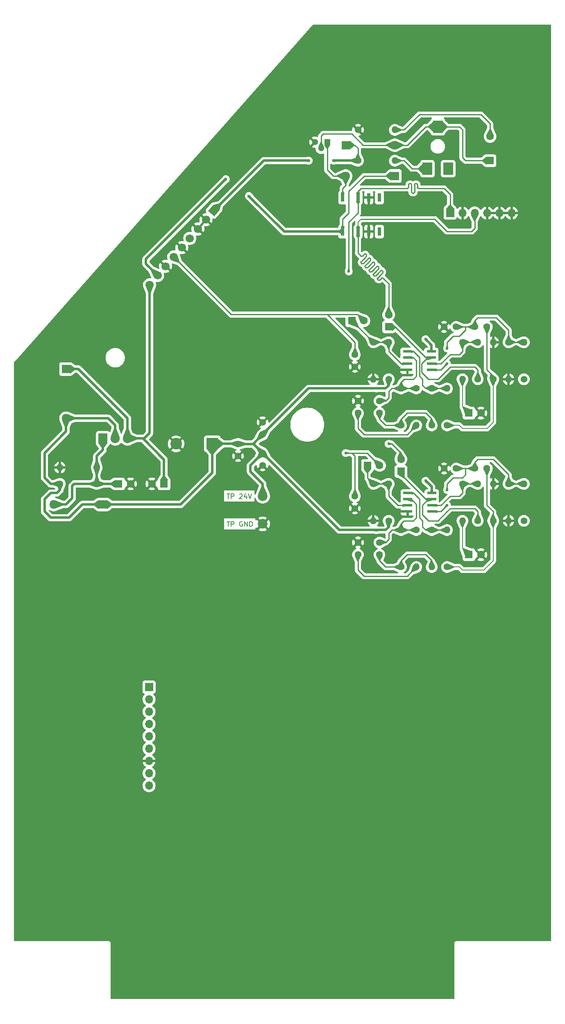
<source format=gbr>
%TF.GenerationSoftware,KiCad,Pcbnew,8.0.7-8.0.7-0~ubuntu22.04.1*%
%TF.CreationDate,2025-01-06T19:22:07+01:00*%
%TF.ProjectId,RIAA,52494141-2e6b-4696-9361-645f70636258,0.1*%
%TF.SameCoordinates,Original*%
%TF.FileFunction,Copper,L1,Top*%
%TF.FilePolarity,Positive*%
%FSLAX46Y46*%
G04 Gerber Fmt 4.6, Leading zero omitted, Abs format (unit mm)*
G04 Created by KiCad (PCBNEW 8.0.7-8.0.7-0~ubuntu22.04.1) date 2025-01-06 19:22:07*
%MOMM*%
%LPD*%
G01*
G04 APERTURE LIST*
G04 Aperture macros list*
%AMHorizOval*
0 Thick line with rounded ends*
0 $1 width*
0 $2 $3 position (X,Y) of the first rounded end (center of the circle)*
0 $4 $5 position (X,Y) of the second rounded end (center of the circle)*
0 Add line between two ends*
20,1,$1,$2,$3,$4,$5,0*
0 Add two circle primitives to create the rounded ends*
1,1,$1,$2,$3*
1,1,$1,$4,$5*%
%AMRotRect*
0 Rectangle, with rotation*
0 The origin of the aperture is its center*
0 $1 length*
0 $2 width*
0 $3 Rotation angle, in degrees counterclockwise*
0 Add horizontal line*
21,1,$1,$2,0,0,$3*%
G04 Aperture macros list end*
%ADD10C,0.200000*%
%TA.AperFunction,NonConductor*%
%ADD11C,0.200000*%
%TD*%
%TA.AperFunction,ComponentPad*%
%ADD12C,1.400000*%
%TD*%
%TA.AperFunction,ComponentPad*%
%ADD13O,1.400000X1.400000*%
%TD*%
%TA.AperFunction,ComponentPad*%
%ADD14R,1.800000X1.800000*%
%TD*%
%TA.AperFunction,ComponentPad*%
%ADD15O,1.800000X1.800000*%
%TD*%
%TA.AperFunction,ComponentPad*%
%ADD16R,1.600000X1.600000*%
%TD*%
%TA.AperFunction,ComponentPad*%
%ADD17C,1.600000*%
%TD*%
%TA.AperFunction,ComponentPad*%
%ADD18R,1.300000X1.300000*%
%TD*%
%TA.AperFunction,ComponentPad*%
%ADD19C,1.300000*%
%TD*%
%TA.AperFunction,ComponentPad*%
%ADD20C,2.000000*%
%TD*%
%TA.AperFunction,SMDPad,CuDef*%
%ADD21R,2.000000X2.500000*%
%TD*%
%TA.AperFunction,SMDPad,CuDef*%
%ADD22R,0.800000X1.800000*%
%TD*%
%TA.AperFunction,SMDPad,CuDef*%
%ADD23R,1.981200X0.558800*%
%TD*%
%TA.AperFunction,ComponentPad*%
%ADD24RotRect,1.700000X1.700000X319.000000*%
%TD*%
%TA.AperFunction,ComponentPad*%
%ADD25HorizOval,1.700000X0.000000X0.000000X0.000000X0.000000X0*%
%TD*%
%TA.AperFunction,ComponentPad*%
%ADD26R,1.700000X1.700000*%
%TD*%
%TA.AperFunction,ComponentPad*%
%ADD27O,1.700000X1.700000*%
%TD*%
%TA.AperFunction,ComponentPad*%
%ADD28R,2.400000X2.400000*%
%TD*%
%TA.AperFunction,ComponentPad*%
%ADD29C,2.400000*%
%TD*%
%TA.AperFunction,ComponentPad*%
%ADD30R,1.905000X2.000000*%
%TD*%
%TA.AperFunction,ComponentPad*%
%ADD31O,1.905000X2.000000*%
%TD*%
%TA.AperFunction,ViaPad*%
%ADD32C,0.600000*%
%TD*%
%TA.AperFunction,Conductor*%
%ADD33C,0.500000*%
%TD*%
%TA.AperFunction,Conductor*%
%ADD34C,0.250000*%
%TD*%
%TA.AperFunction,Conductor*%
%ADD35C,0.200000*%
%TD*%
G04 APERTURE END LIST*
D10*
D11*
X186916816Y-124597219D02*
X187488244Y-124597219D01*
X187202530Y-125597219D02*
X187202530Y-124597219D01*
X187821578Y-125597219D02*
X187821578Y-124597219D01*
X187821578Y-124597219D02*
X188202530Y-124597219D01*
X188202530Y-124597219D02*
X188297768Y-124644838D01*
X188297768Y-124644838D02*
X188345387Y-124692457D01*
X188345387Y-124692457D02*
X188393006Y-124787695D01*
X188393006Y-124787695D02*
X188393006Y-124930552D01*
X188393006Y-124930552D02*
X188345387Y-125025790D01*
X188345387Y-125025790D02*
X188297768Y-125073409D01*
X188297768Y-125073409D02*
X188202530Y-125121028D01*
X188202530Y-125121028D02*
X187821578Y-125121028D01*
X189535864Y-124692457D02*
X189583483Y-124644838D01*
X189583483Y-124644838D02*
X189678721Y-124597219D01*
X189678721Y-124597219D02*
X189916816Y-124597219D01*
X189916816Y-124597219D02*
X190012054Y-124644838D01*
X190012054Y-124644838D02*
X190059673Y-124692457D01*
X190059673Y-124692457D02*
X190107292Y-124787695D01*
X190107292Y-124787695D02*
X190107292Y-124882933D01*
X190107292Y-124882933D02*
X190059673Y-125025790D01*
X190059673Y-125025790D02*
X189488245Y-125597219D01*
X189488245Y-125597219D02*
X190107292Y-125597219D01*
X190964435Y-124930552D02*
X190964435Y-125597219D01*
X190726340Y-124549600D02*
X190488245Y-125263885D01*
X190488245Y-125263885D02*
X191107292Y-125263885D01*
X191345388Y-124597219D02*
X191678721Y-125597219D01*
X191678721Y-125597219D02*
X192012054Y-124597219D01*
D10*
D11*
X186916816Y-130312219D02*
X187488244Y-130312219D01*
X187202530Y-131312219D02*
X187202530Y-130312219D01*
X187821578Y-131312219D02*
X187821578Y-130312219D01*
X187821578Y-130312219D02*
X188202530Y-130312219D01*
X188202530Y-130312219D02*
X188297768Y-130359838D01*
X188297768Y-130359838D02*
X188345387Y-130407457D01*
X188345387Y-130407457D02*
X188393006Y-130502695D01*
X188393006Y-130502695D02*
X188393006Y-130645552D01*
X188393006Y-130645552D02*
X188345387Y-130740790D01*
X188345387Y-130740790D02*
X188297768Y-130788409D01*
X188297768Y-130788409D02*
X188202530Y-130836028D01*
X188202530Y-130836028D02*
X187821578Y-130836028D01*
X190107292Y-130359838D02*
X190012054Y-130312219D01*
X190012054Y-130312219D02*
X189869197Y-130312219D01*
X189869197Y-130312219D02*
X189726340Y-130359838D01*
X189726340Y-130359838D02*
X189631102Y-130455076D01*
X189631102Y-130455076D02*
X189583483Y-130550314D01*
X189583483Y-130550314D02*
X189535864Y-130740790D01*
X189535864Y-130740790D02*
X189535864Y-130883647D01*
X189535864Y-130883647D02*
X189583483Y-131074123D01*
X189583483Y-131074123D02*
X189631102Y-131169361D01*
X189631102Y-131169361D02*
X189726340Y-131264600D01*
X189726340Y-131264600D02*
X189869197Y-131312219D01*
X189869197Y-131312219D02*
X189964435Y-131312219D01*
X189964435Y-131312219D02*
X190107292Y-131264600D01*
X190107292Y-131264600D02*
X190154911Y-131216980D01*
X190154911Y-131216980D02*
X190154911Y-130883647D01*
X190154911Y-130883647D02*
X189964435Y-130883647D01*
X190583483Y-131312219D02*
X190583483Y-130312219D01*
X190583483Y-130312219D02*
X191154911Y-131312219D01*
X191154911Y-131312219D02*
X191154911Y-130312219D01*
X191631102Y-131312219D02*
X191631102Y-130312219D01*
X191631102Y-130312219D02*
X191869197Y-130312219D01*
X191869197Y-130312219D02*
X192012054Y-130359838D01*
X192012054Y-130359838D02*
X192107292Y-130455076D01*
X192107292Y-130455076D02*
X192154911Y-130550314D01*
X192154911Y-130550314D02*
X192202530Y-130740790D01*
X192202530Y-130740790D02*
X192202530Y-130883647D01*
X192202530Y-130883647D02*
X192154911Y-131074123D01*
X192154911Y-131074123D02*
X192107292Y-131169361D01*
X192107292Y-131169361D02*
X192012054Y-131264600D01*
X192012054Y-131264600D02*
X191869197Y-131312219D01*
X191869197Y-131312219D02*
X191631102Y-131312219D01*
D12*
%TO.P,R205,1*%
%TO.N,Net-(C202-Pad2)*%
X222885000Y-110490000D03*
D13*
%TO.P,R205,2*%
%TO.N,Net-(U6A--)*%
X222885000Y-102870000D03*
%TD*%
D12*
%TO.P,R111,1*%
%TO.N,24VDC+*%
X248285000Y-130175000D03*
D13*
%TO.P,R111,2*%
%TO.N,Net-(U5B-+)*%
X248285000Y-122555000D03*
%TD*%
D12*
%TO.P,R107,1*%
%TO.N,Net-(C104-Pad1)*%
X232410000Y-139700000D03*
D13*
%TO.P,R107,2*%
%TO.N,Net-(R106-Pad1)*%
X232410000Y-132080000D03*
%TD*%
D14*
%TO.P,D7,1,K*%
%TO.N,21V*%
X221615000Y-59055000D03*
D15*
%TO.P,D7,2,A*%
%TO.N,Net-(BC1-C)*%
X211455000Y-59055000D03*
%TD*%
D12*
%TO.P,C203,1*%
%TO.N,Net-(C203-Pad1)*%
X213995000Y-107930000D03*
%TO.P,C203,2*%
%TO.N,GND*%
X213995000Y-105430000D03*
%TD*%
D16*
%TO.P,C29,1*%
%TO.N,30V*%
X173925113Y-122555000D03*
D17*
%TO.P,C29,2*%
%TO.N,GND*%
X171425113Y-122555000D03*
%TD*%
D12*
%TO.P,R112,1*%
%TO.N,Net-(U5B-+)*%
X245110000Y-122555000D03*
D13*
%TO.P,R112,2*%
%TO.N,GND*%
X245110000Y-130175000D03*
%TD*%
D12*
%TO.P,C201,1*%
%TO.N,GND*%
X213360000Y-98405000D03*
%TO.P,C201,2*%
%TO.N,R IN PICKUP*%
X213360000Y-95905000D03*
%TD*%
%TO.P,R206,1*%
%TO.N,Net-(C202-Pad2)*%
X229235000Y-110490000D03*
D13*
%TO.P,R206,2*%
%TO.N,Net-(R206-Pad2)*%
X229235000Y-102870000D03*
%TD*%
D12*
%TO.P,R19,1*%
%TO.N,Net-(D6-A)*%
X160020000Y-119190000D03*
D13*
%TO.P,R19,2*%
%TO.N,GND*%
X152400000Y-119190000D03*
%TD*%
D12*
%TO.P,C101,1*%
%TO.N,GND*%
X213360000Y-127615000D03*
%TO.P,C101,2*%
%TO.N,L IN PICKUP*%
X213360000Y-125115000D03*
%TD*%
D18*
%TO.P,BC1,1,C*%
%TO.N,Net-(BC1-C)*%
X207645000Y-52070000D03*
D19*
%TO.P,BC1,2,B*%
%TO.N,Net-(BC1-B)*%
X206375000Y-53340000D03*
%TO.P,BC1,3,E*%
%TO.N,GND*%
X205105000Y-52070000D03*
%TD*%
D12*
%TO.P,C28,1*%
%TO.N,GND*%
X194310000Y-109855000D03*
%TO.P,C28,2*%
%TO.N,24VDC+*%
X194310000Y-112355000D03*
%TD*%
%TO.P,R210,1*%
%TO.N,Net-(U6B--)*%
X235585000Y-93345000D03*
D13*
%TO.P,R210,2*%
%TO.N,Net-(C208-Pad1)*%
X235585000Y-100965000D03*
%TD*%
D20*
%TO.P,TP1,1,1*%
%TO.N,GND*%
X194310000Y-130810000D03*
%TD*%
D16*
%TO.P,C107,1*%
%TO.N,Net-(C107-Pad1)*%
X222885000Y-119975000D03*
D17*
%TO.P,C107,2*%
%TO.N,L OUT*%
X222885000Y-117475000D03*
%TD*%
D12*
%TO.P,C102,1*%
%TO.N,Net-(U5A--)*%
X218440000Y-134660000D03*
%TO.P,C102,2*%
%TO.N,Net-(C102-Pad2)*%
X218440000Y-137160000D03*
%TD*%
D16*
%TO.P,C106,1*%
%TO.N,Net-(U5A-+)*%
X215964888Y-118745000D03*
D17*
%TO.P,C106,2*%
%TO.N,L IN PICKUP*%
X218464888Y-118745000D03*
%TD*%
D21*
%TO.P,RV1,1,1*%
%TO.N,unconnected-(RV1-Pad1)*%
X232655000Y-57545000D03*
%TO.P,RV1,2,2*%
%TO.N,Net-(BC1-B)*%
X230505000Y-48895000D03*
%TO.P,RV1,3,3*%
%TO.N,Net-(R22-Pad2)*%
X228355000Y-57545000D03*
%TD*%
D12*
%TO.P,R202,1*%
%TO.N,Net-(U6A-+)*%
X217170000Y-93345000D03*
D13*
%TO.P,R202,2*%
%TO.N,GND*%
X217170000Y-100965000D03*
%TD*%
D12*
%TO.P,R207,1*%
%TO.N,Net-(C204-Pad1)*%
X232410000Y-110490000D03*
D13*
%TO.P,R207,2*%
%TO.N,Net-(R206-Pad2)*%
X232410000Y-102870000D03*
%TD*%
D12*
%TO.P,R104,1*%
%TO.N,Net-(U5A--)*%
X226060000Y-132080000D03*
D13*
%TO.P,R104,2*%
%TO.N,Net-(C103-Pad1)*%
X226060000Y-139700000D03*
%TD*%
D16*
%TO.P,C33,1*%
%TO.N,Net-(BC1-B)*%
X241300000Y-55880000D03*
D17*
%TO.P,C33,2*%
%TO.N,Net-(C33-Pad2)*%
X241300000Y-50880000D03*
%TD*%
D12*
%TO.P,C205,1*%
%TO.N,GND*%
X231775000Y-90170000D03*
%TO.P,C205,2*%
%TO.N,Net-(U6B-+)*%
X234275000Y-90170000D03*
%TD*%
%TO.P,C104,1*%
%TO.N,Net-(C104-Pad1)*%
X240645000Y-119380000D03*
%TO.P,C104,2*%
%TO.N,Net-(U5B-+)*%
X238145000Y-119380000D03*
%TD*%
D22*
%TO.P,K1,1*%
%TO.N,21V*%
X210830000Y-70500000D03*
%TO.P,K1,2*%
%TO.N,R OUT*%
X214030000Y-70500000D03*
%TO.P,K1,3*%
%TO.N,GND*%
X216230000Y-70500000D03*
%TO.P,K1,4*%
%TO.N,unconnected-(K1-Pad4)*%
X218430000Y-70500000D03*
%TO.P,K1,5*%
%TO.N,unconnected-(K1-Pad5)*%
X218430000Y-63500000D03*
%TO.P,K1,6*%
%TO.N,GND*%
X216230000Y-63500000D03*
%TO.P,K1,7*%
%TO.N,L OUT*%
X214030000Y-63500000D03*
%TO.P,K1,8*%
%TO.N,Net-(BC1-C)*%
X210830000Y-63500000D03*
%TD*%
D16*
%TO.P,C207,1*%
%TO.N,Net-(C207-Pad1)*%
X220345000Y-90170000D03*
D17*
%TO.P,C207,2*%
%TO.N,R OUT*%
X220345000Y-87670000D03*
%TD*%
D23*
%TO.P,U5,1*%
%TO.N,Net-(R106-Pad1)*%
X224307400Y-124460000D03*
%TO.P,U5,2,-*%
%TO.N,Net-(U5A--)*%
X224307400Y-125730000D03*
%TO.P,U5,3,+*%
%TO.N,Net-(U5A-+)*%
X224307400Y-127000000D03*
%TO.P,U5,4,V-*%
%TO.N,GND*%
X224307400Y-128270000D03*
%TO.P,U5,5,+*%
%TO.N,Net-(U5B-+)*%
X229235000Y-128270000D03*
%TO.P,U5,6,-*%
%TO.N,Net-(U5B--)*%
X229235000Y-127000000D03*
%TO.P,U5,7*%
%TO.N,Net-(C107-Pad1)*%
X229235000Y-125730000D03*
%TO.P,U5,8,V+*%
%TO.N,24VDC+*%
X229235000Y-124460000D03*
%TD*%
D12*
%TO.P,R203,1*%
%TO.N,24VDC+*%
X220345000Y-100965000D03*
D13*
%TO.P,R203,2*%
%TO.N,Net-(U6A-+)*%
X220345000Y-93345000D03*
%TD*%
D16*
%TO.P,C108,1*%
%TO.N,Net-(C108-Pad1)*%
X236919888Y-137160000D03*
D17*
%TO.P,C108,2*%
%TO.N,GND*%
X239419888Y-137160000D03*
%TD*%
D24*
%TO.P,P8,1,Pin_1*%
%TO.N,RELAY ON*%
X184250000Y-66150000D03*
D25*
%TO.P,P8,2,Pin_2*%
%TO.N,GND*%
X182583610Y-68066962D03*
%TO.P,P8,3,Pin_3*%
X180917220Y-69983925D03*
%TO.P,P8,4,Pin_4*%
%TO.N,L IN PICKUP*%
X179250830Y-71900887D03*
%TO.P,P8,5,Pin_5*%
%TO.N,GND*%
X177584440Y-73817849D03*
%TO.P,P8,6,Pin_6*%
%TO.N,R IN PICKUP*%
X175918050Y-75734812D03*
%TO.P,P8,7,Pin_7*%
%TO.N,GND*%
X174251660Y-77651774D03*
%TO.P,P8,8,Pin_8*%
%TO.N,21V*%
X172585270Y-79568736D03*
%TO.P,P8,9,Pin_9*%
%TO.N,30V*%
X170918881Y-81485699D03*
%TD*%
D12*
%TO.P,C105,1*%
%TO.N,GND*%
X231795000Y-119380000D03*
%TO.P,C105,2*%
%TO.N,Net-(U5B-+)*%
X234295000Y-119380000D03*
%TD*%
%TO.P,R204,1*%
%TO.N,Net-(U6A--)*%
X226060000Y-102870000D03*
D13*
%TO.P,R204,2*%
%TO.N,Net-(C203-Pad1)*%
X226060000Y-110490000D03*
%TD*%
D12*
%TO.P,R109,1*%
%TO.N,Net-(C107-Pad1)*%
X238760000Y-130175000D03*
D13*
%TO.P,R109,2*%
%TO.N,Net-(U5B--)*%
X238760000Y-122555000D03*
%TD*%
D12*
%TO.P,C32,1*%
%TO.N,GND*%
X189230000Y-116820000D03*
%TO.P,C32,2*%
%TO.N,24VDC+*%
X189230000Y-114320000D03*
%TD*%
D20*
%TO.P,TP2,1,1*%
%TO.N,24VDC+*%
X194310000Y-125095000D03*
%TD*%
D12*
%TO.P,R211,1*%
%TO.N,24VDC+*%
X248285000Y-100965000D03*
D13*
%TO.P,R211,2*%
%TO.N,Net-(U6B-+)*%
X248285000Y-93345000D03*
%TD*%
D14*
%TO.P,D6,1,K*%
%TO.N,24VDC+*%
X161290000Y-126810000D03*
D15*
%TO.P,D6,2,A*%
%TO.N,Net-(D6-A)*%
X151130000Y-126810000D03*
%TD*%
D12*
%TO.P,C202,1*%
%TO.N,Net-(U6A--)*%
X218440000Y-105430000D03*
%TO.P,C202,2*%
%TO.N,Net-(C202-Pad2)*%
X218440000Y-107930000D03*
%TD*%
%TO.P,R108,1*%
%TO.N,Net-(C104-Pad1)*%
X241935000Y-130175000D03*
D13*
%TO.P,R108,2*%
%TO.N,GND*%
X241935000Y-122555000D03*
%TD*%
D12*
%TO.P,R208,1*%
%TO.N,Net-(C204-Pad1)*%
X241935000Y-100965000D03*
D13*
%TO.P,R208,2*%
%TO.N,GND*%
X241935000Y-93345000D03*
%TD*%
D12*
%TO.P,C103,1*%
%TO.N,Net-(C103-Pad1)*%
X213995000Y-137140000D03*
%TO.P,C103,2*%
%TO.N,GND*%
X213995000Y-134640000D03*
%TD*%
D26*
%TO.P,P9,1,Pin_1*%
%TO.N,L OUT*%
X233045000Y-66675000D03*
D27*
%TO.P,P9,2,Pin_2*%
%TO.N,GND*%
X235585000Y-66675000D03*
%TO.P,P9,3,Pin_3*%
%TO.N,R OUT*%
X238125000Y-66675000D03*
%TO.P,P9,4,Pin_4*%
%TO.N,GND*%
X240665000Y-66675000D03*
%TO.P,P9,5,Pin_5*%
X243205000Y-66675000D03*
%TO.P,P9,6,Pin_6*%
X245745000Y-66675000D03*
%TD*%
D12*
%TO.P,R22,1*%
%TO.N,RELAY ON*%
X213995000Y-55880000D03*
D13*
%TO.P,R22,2*%
%TO.N,Net-(R22-Pad2)*%
X221615000Y-55880000D03*
%TD*%
D14*
%TO.P,D8,1,K*%
%TO.N,RELAY ON*%
X211455000Y-52705000D03*
D15*
%TO.P,D8,2,A*%
%TO.N,Net-(BC1-B)*%
X221615000Y-52705000D03*
%TD*%
D28*
%TO.P,C31,1*%
%TO.N,24VDC+*%
X183905216Y-114300000D03*
D29*
%TO.P,C31,2*%
%TO.N,GND*%
X176405216Y-114300000D03*
%TD*%
D12*
%TO.P,R212,1*%
%TO.N,Net-(U6B-+)*%
X245110000Y-93345000D03*
D13*
%TO.P,R212,2*%
%TO.N,GND*%
X245110000Y-100965000D03*
%TD*%
D16*
%TO.P,C208,1*%
%TO.N,Net-(C208-Pad1)*%
X236919888Y-107950000D03*
D17*
%TO.P,C208,2*%
%TO.N,GND*%
X239419888Y-107950000D03*
%TD*%
D12*
%TO.P,R21,1*%
%TO.N,GND*%
X213995000Y-49530000D03*
D13*
%TO.P,R21,2*%
%TO.N,Net-(C33-Pad2)*%
X221615000Y-49530000D03*
%TD*%
D12*
%TO.P,R209,1*%
%TO.N,Net-(C207-Pad1)*%
X238760000Y-100965000D03*
D13*
%TO.P,R209,2*%
%TO.N,Net-(U6B--)*%
X238760000Y-93345000D03*
%TD*%
D12*
%TO.P,R20,1*%
%TO.N,24VDC+*%
X152400000Y-122555000D03*
D13*
%TO.P,R20,2*%
%TO.N,Net-(D6-A)*%
X160020000Y-122555000D03*
%TD*%
D23*
%TO.P,U6,1*%
%TO.N,Net-(R206-Pad2)*%
X224231200Y-95250000D03*
%TO.P,U6,2,-*%
%TO.N,Net-(U6A--)*%
X224231200Y-96520000D03*
%TO.P,U6,3,+*%
%TO.N,Net-(U6A-+)*%
X224231200Y-97790000D03*
%TO.P,U6,4,V-*%
%TO.N,GND*%
X224231200Y-99060000D03*
%TO.P,U6,5,+*%
%TO.N,Net-(U6B-+)*%
X229158800Y-99060000D03*
%TO.P,U6,6,-*%
%TO.N,Net-(U6B--)*%
X229158800Y-97790000D03*
%TO.P,U6,7*%
%TO.N,Net-(C207-Pad1)*%
X229158800Y-96520000D03*
%TO.P,U6,8,V+*%
%TO.N,24VDC+*%
X229158800Y-95250000D03*
%TD*%
D16*
%TO.P,C206,1*%
%TO.N,Net-(U6A-+)*%
X212725000Y-88900000D03*
D17*
%TO.P,C206,2*%
%TO.N,R IN PICKUP*%
X215225000Y-88900000D03*
%TD*%
D12*
%TO.P,R103,1*%
%TO.N,24VDC+*%
X220345000Y-130175000D03*
D13*
%TO.P,R103,2*%
%TO.N,Net-(U5A-+)*%
X220345000Y-122555000D03*
%TD*%
D16*
%TO.P,C30,1*%
%TO.N,Net-(D6-A)*%
X164529888Y-122555000D03*
D17*
%TO.P,C30,2*%
%TO.N,GND*%
X167029888Y-122555000D03*
%TD*%
D12*
%TO.P,C27,1*%
%TO.N,GND*%
X194310000Y-118725000D03*
%TO.P,C27,2*%
%TO.N,24VDC+*%
X194310000Y-116225000D03*
%TD*%
%TO.P,R106,1*%
%TO.N,Net-(R106-Pad1)*%
X229235000Y-132080000D03*
D13*
%TO.P,R106,2*%
%TO.N,Net-(C102-Pad2)*%
X229235000Y-139700000D03*
%TD*%
D12*
%TO.P,R110,1*%
%TO.N,Net-(U5B--)*%
X235585000Y-122555000D03*
D13*
%TO.P,R110,2*%
%TO.N,Net-(C108-Pad1)*%
X235585000Y-130175000D03*
%TD*%
D12*
%TO.P,R105,1*%
%TO.N,Net-(C102-Pad2)*%
X222885000Y-139700000D03*
D13*
%TO.P,R105,2*%
%TO.N,Net-(U5A--)*%
X222885000Y-132080000D03*
%TD*%
D30*
%TO.P,U7,1,ADJ*%
%TO.N,Net-(D6-A)*%
X161290000Y-113180000D03*
D31*
%TO.P,U7,2,VO*%
%TO.N,24VDC+*%
X163830000Y-113180000D03*
%TO.P,U7,3,VI*%
%TO.N,30V*%
X166370000Y-113180000D03*
%TD*%
D26*
%TO.P,P11,1,Pin_1*%
%TO.N,unconnected-(P11-Pin_1-Pad1)*%
X170815000Y-164465000D03*
D27*
%TO.P,P11,2,Pin_2*%
%TO.N,30V*%
X170815000Y-167005000D03*
%TO.P,P11,3,Pin_3*%
%TO.N,unconnected-(P11-Pin_3-Pad3)*%
X170815000Y-169545000D03*
%TO.P,P11,4,Pin_4*%
%TO.N,unconnected-(P11-Pin_4-Pad4)*%
X170815000Y-172085000D03*
%TO.P,P11,5,Pin_5*%
%TO.N,unconnected-(P11-Pin_5-Pad5)*%
X170815000Y-174625000D03*
%TO.P,P11,6,Pin_6*%
%TO.N,21V*%
X170815000Y-177165000D03*
%TO.P,P11,7,Pin_7*%
%TO.N,GND*%
X170815000Y-179705000D03*
%TO.P,P11,8,Pin_8*%
%TO.N,unconnected-(P11-Pin_8-Pad8)*%
X170815000Y-182245000D03*
%TO.P,P11,9,Pin_9*%
%TO.N,unconnected-(P11-Pin_9-Pad9)*%
X170815000Y-184785000D03*
%TD*%
D12*
%TO.P,C204,1*%
%TO.N,Net-(C204-Pad1)*%
X240645000Y-90170000D03*
%TO.P,C204,2*%
%TO.N,Net-(U6B-+)*%
X238145000Y-90170000D03*
%TD*%
%TO.P,R102,1*%
%TO.N,Net-(U5A-+)*%
X217171000Y-122555000D03*
D13*
%TO.P,R102,2*%
%TO.N,GND*%
X217171000Y-130175000D03*
%TD*%
D14*
%TO.P,D5,1,K*%
%TO.N,30V*%
X153670000Y-98870000D03*
D15*
%TO.P,D5,2,A*%
%TO.N,24VDC+*%
X153670000Y-109030000D03*
%TD*%
D32*
%TO.N,RELAY ON*%
X203835000Y-55880000D03*
X208915000Y-55880000D03*
%TO.N,21V*%
X186690000Y-59690000D03*
X191452500Y-63182500D03*
%TO.N,L OUT*%
X212090000Y-78740000D03*
X220345000Y-114300000D03*
%TO.N,L IN PICKUP*%
X211455000Y-116205000D03*
%TO.N,24VDC+*%
X227965000Y-121920000D03*
X217805000Y-132080000D03*
X217805000Y-102870000D03*
X227965000Y-92710000D03*
%TO.N,Net-(U5B-+)*%
X232410000Y-123825000D03*
X232410000Y-127000000D03*
%TO.N,Net-(U6B-+)*%
X232410000Y-94615000D03*
X232410000Y-97790000D03*
%TD*%
D33*
%TO.N,RELAY ON*%
X194520000Y-55880000D02*
X203835000Y-55880000D01*
D34*
X213995000Y-53340000D02*
X213995000Y-55880000D01*
X213360000Y-52705000D02*
X213995000Y-53340000D01*
D33*
X184250000Y-66150000D02*
X194520000Y-55880000D01*
D34*
X211455000Y-52705000D02*
X213360000Y-52705000D01*
D33*
X208915000Y-55880000D02*
X213995000Y-55880000D01*
D34*
%TO.N,21V*%
X212090000Y-66675000D02*
X210820000Y-67945000D01*
X212090000Y-62230000D02*
X212090000Y-66675000D01*
D33*
X201930000Y-70500000D02*
X210830000Y-70500000D01*
X172585270Y-79509730D02*
X172720000Y-79375000D01*
X170180000Y-77163466D02*
X172585270Y-79568736D01*
X186690000Y-59690000D02*
X170180000Y-76200000D01*
D34*
X210830000Y-67955000D02*
X210830000Y-70500000D01*
D33*
X172585270Y-79568736D02*
X172585270Y-79509730D01*
X191452500Y-63182500D02*
X198770000Y-70500000D01*
X198770000Y-70500000D02*
X201930000Y-70500000D01*
D34*
X215265000Y-59055000D02*
X212090000Y-62230000D01*
X221615000Y-59055000D02*
X215265000Y-59055000D01*
D33*
X170180000Y-76200000D02*
X170180000Y-77163466D01*
D34*
%TO.N,Net-(BC1-C)*%
X210830000Y-63500000D02*
X210830000Y-61605000D01*
X210820000Y-61595000D02*
X211455000Y-60960000D01*
X207645000Y-57785000D02*
X207645000Y-52070000D01*
X211455000Y-59055000D02*
X208915000Y-59055000D01*
X211455000Y-60960000D02*
X211455000Y-59055000D01*
X210830000Y-61605000D02*
X210820000Y-61595000D01*
X208915000Y-59055000D02*
X207645000Y-57785000D01*
%TO.N,Net-(BC1-B)*%
X221615000Y-52705000D02*
X224155000Y-52705000D01*
X230505000Y-48895000D02*
X234950000Y-48895000D01*
X206375000Y-50800000D02*
X206828750Y-50346250D01*
X215083750Y-52705000D02*
X221615000Y-52705000D01*
X206375000Y-53340000D02*
X206375000Y-50800000D01*
X234950000Y-48895000D02*
X235585000Y-49530000D01*
X235585000Y-49530000D02*
X235585000Y-55245000D01*
X235585000Y-55245000D02*
X236220000Y-55880000D01*
X212725000Y-50346250D02*
X215083750Y-52705000D01*
X227965000Y-48895000D02*
X230505000Y-48895000D01*
X224155000Y-52705000D02*
X227965000Y-48895000D01*
X206828750Y-50346250D02*
X212725000Y-50346250D01*
X236220000Y-55880000D02*
X241300000Y-55880000D01*
%TO.N,L OUT*%
X233045000Y-62865000D02*
X233045000Y-66675000D01*
X225311758Y-62595000D02*
X225431758Y-62595000D01*
X220980000Y-114300000D02*
X220345000Y-114300000D01*
X226631758Y-61595000D02*
X227341962Y-61595000D01*
X224471758Y-61355000D02*
X224471758Y-60835000D01*
X214630000Y-61595000D02*
X224231758Y-61595000D01*
X226511758Y-61595000D02*
X226631758Y-61595000D01*
X212090000Y-78740000D02*
X212090000Y-68580000D01*
X222885000Y-116205000D02*
X220980000Y-114300000D01*
X225911758Y-60595000D02*
X226031758Y-60595000D01*
X212090000Y-68580000D02*
X214030000Y-66640000D01*
X225671758Y-61595000D02*
X225671758Y-61355000D01*
X231775000Y-61595000D02*
X233045000Y-62865000D01*
X225671758Y-61355000D02*
X225671758Y-60835000D01*
X227341962Y-61595000D02*
X231775000Y-61595000D01*
X214030000Y-63500000D02*
X214030000Y-62195000D01*
X214030000Y-62195000D02*
X214630000Y-61595000D01*
X225071758Y-60835000D02*
X225071758Y-61355000D01*
X224711758Y-60595000D02*
X224831758Y-60595000D01*
X225671758Y-62355000D02*
X225671758Y-61595000D01*
X214030000Y-66640000D02*
X214030000Y-63500000D01*
X225071758Y-61355000D02*
X225071758Y-61595000D01*
X225071758Y-61595000D02*
X225071758Y-62355000D01*
X226271758Y-60835000D02*
X226271758Y-61355000D01*
X222885000Y-117475000D02*
X222885000Y-116205000D01*
X225671758Y-60835000D02*
G75*
G02*
X225911758Y-60594958I240042J0D01*
G01*
X225431758Y-62595000D02*
G75*
G03*
X225671800Y-62355000I42J240000D01*
G01*
X224231758Y-61595000D02*
G75*
G03*
X224471800Y-61355000I42J240000D01*
G01*
X226031758Y-60595000D02*
G75*
G02*
X226271800Y-60835000I42J-240000D01*
G01*
X224831758Y-60595000D02*
G75*
G02*
X225071800Y-60835000I42J-240000D01*
G01*
X226271758Y-61355000D02*
G75*
G03*
X226511758Y-61595042I240042J0D01*
G01*
X225071758Y-62355000D02*
G75*
G03*
X225311758Y-62595042I240042J0D01*
G01*
X224471758Y-60835000D02*
G75*
G02*
X224711758Y-60594958I240042J0D01*
G01*
%TO.N,R OUT*%
X219266771Y-80201771D02*
X219563396Y-80498396D01*
X219125349Y-78985547D02*
X218587948Y-79522949D01*
X217315158Y-78250157D02*
X217315158Y-78250158D01*
X216466631Y-77401631D02*
X217004031Y-76864228D01*
X218587948Y-79522949D02*
X218587949Y-79522949D01*
X237490000Y-70485000D02*
X232410000Y-70485000D01*
X218418243Y-79692654D02*
X218050547Y-80060350D01*
X217626284Y-79636086D02*
X218163685Y-79098684D01*
D35*
X214630000Y-67945000D02*
X214030000Y-68545000D01*
D34*
X238125000Y-69850000D02*
X237490000Y-70485000D01*
X217739421Y-78674422D02*
X217739422Y-78674422D01*
X216777757Y-78787559D02*
X217315158Y-78250157D01*
X214656439Y-77005653D02*
X214741291Y-77090505D01*
X215646391Y-75167178D02*
X215731243Y-75252030D01*
X215929230Y-77939032D02*
X216466631Y-77401630D01*
X215080703Y-77090505D02*
X215618104Y-76553103D01*
X238125000Y-66675000D02*
X238125000Y-69850000D01*
X217343443Y-76864229D02*
X217428295Y-76949081D01*
X213995000Y-74930000D02*
X214599873Y-75534873D01*
X220345000Y-81280000D02*
X220345000Y-87670000D01*
D35*
X214030000Y-68545000D02*
X214030000Y-70500000D01*
D34*
X215363546Y-75959136D02*
X215193840Y-76128842D01*
X215193841Y-76128841D02*
X214656439Y-76666242D01*
X218474811Y-80484613D02*
X218842506Y-80116917D01*
X216890895Y-77825895D02*
X216353493Y-78363296D01*
X214030000Y-74895000D02*
X213995000Y-74930000D01*
X216466631Y-77401630D02*
X216466631Y-77401631D01*
X218163685Y-79098685D02*
X218701085Y-78561282D01*
X216042367Y-76977368D02*
X216042368Y-76977368D01*
X214030000Y-70500000D02*
X214030000Y-74895000D01*
X218191970Y-77712756D02*
X218276822Y-77797608D01*
X219563396Y-80498396D02*
X220345000Y-81280000D01*
X216579768Y-76439966D02*
X216042367Y-76977368D01*
X218163685Y-79098684D02*
X218163685Y-79098685D01*
X217739422Y-78674422D02*
X217202020Y-79211823D01*
X216353493Y-78702707D02*
X216438345Y-78787559D01*
X215618104Y-76553104D02*
X216155504Y-76015701D01*
X218276822Y-78137020D02*
X217739421Y-78674422D01*
X215618104Y-76553103D02*
X215618104Y-76553104D01*
X217315158Y-78250158D02*
X217852558Y-77712755D01*
X216890894Y-77825895D02*
X216890895Y-77825895D01*
X215731243Y-75591442D02*
X215363546Y-75959136D01*
X218587949Y-79522949D02*
X218418243Y-79692654D01*
X229870000Y-67945000D02*
X214630000Y-67945000D01*
X217202020Y-79551234D02*
X217286872Y-79636086D01*
X216494916Y-76015702D02*
X216579768Y-76100554D01*
X232410000Y-70485000D02*
X229870000Y-67945000D01*
X219040497Y-78561283D02*
X219125349Y-78646135D01*
X219181917Y-80116917D02*
X219266771Y-80201771D01*
X215193840Y-76128842D02*
X215193841Y-76128841D01*
X214939285Y-75534874D02*
X215306979Y-75167177D01*
X217428295Y-77288493D02*
X216890894Y-77825895D01*
X218050547Y-80399761D02*
X218135399Y-80484613D01*
X216042368Y-76977368D02*
X215504966Y-77514769D01*
X215504966Y-77854180D02*
X215589818Y-77939032D01*
X218842506Y-80116917D02*
G75*
G02*
X219181917Y-80116916I169706J-169707D01*
G01*
X215731243Y-75252030D02*
G75*
G02*
X215731207Y-75591406I-169743J-169670D01*
G01*
X216438345Y-78787559D02*
G75*
G03*
X216777757Y-78787559I169706J169704D01*
G01*
X214741291Y-77090505D02*
G75*
G03*
X215080703Y-77090505I169706J169704D01*
G01*
X218276822Y-77797608D02*
G75*
G02*
X218276808Y-78137006I-169722J-169692D01*
G01*
X217202020Y-79211823D02*
G75*
G03*
X217202048Y-79551205I169680J-169677D01*
G01*
X218050547Y-80060350D02*
G75*
G03*
X218050502Y-80399805I169753J-169750D01*
G01*
X217852558Y-77712755D02*
G75*
G02*
X218192006Y-77712719I169742J-169745D01*
G01*
X216353493Y-78363296D02*
G75*
G03*
X216353494Y-78702706I169707J-169704D01*
G01*
X217004031Y-76864228D02*
G75*
G02*
X217343406Y-76864265I169669J-169672D01*
G01*
X218701085Y-78561282D02*
G75*
G02*
X219040506Y-78561273I169715J-169718D01*
G01*
X214599873Y-75534873D02*
G75*
G03*
X214939306Y-75534895I169727J169673D01*
G01*
X216579768Y-76100554D02*
G75*
G02*
X216579808Y-76440006I-169668J-169746D01*
G01*
X218135399Y-80484613D02*
G75*
G03*
X218474811Y-80484613I169706J169704D01*
G01*
X214656439Y-76666242D02*
G75*
G03*
X214656486Y-77005605I169661J-169658D01*
G01*
X215504966Y-77514769D02*
G75*
G03*
X215504940Y-77854205I169734J-169731D01*
G01*
X215306979Y-75167177D02*
G75*
G02*
X215646406Y-75167162I169721J-169723D01*
G01*
X216155504Y-76015701D02*
G75*
G02*
X216494906Y-76015711I169696J-169699D01*
G01*
X219125349Y-78646135D02*
G75*
G02*
X219125308Y-78985506I-169749J-169665D01*
G01*
X217286872Y-79636086D02*
G75*
G03*
X217626284Y-79636086I169706J169704D01*
G01*
X215589818Y-77939032D02*
G75*
G03*
X215929230Y-77939032I169706J169704D01*
G01*
X217428295Y-76949081D02*
G75*
G02*
X217428308Y-77288506I-169695J-169719D01*
G01*
%TO.N,L IN PICKUP*%
X213360000Y-116840000D02*
X213360000Y-125115000D01*
X212725000Y-116205000D02*
X215924888Y-116205000D01*
X215924888Y-116205000D02*
X218464888Y-118745000D01*
X211455000Y-116205000D02*
X212725000Y-116205000D01*
X212725000Y-116205000D02*
X213360000Y-116840000D01*
%TO.N,R IN PICKUP*%
X213360000Y-93345000D02*
X213360000Y-95905000D01*
X187813238Y-87630000D02*
X207645000Y-87630000D01*
X213955000Y-87630000D02*
X215225000Y-88900000D01*
X175918050Y-75734812D02*
X187813238Y-87630000D01*
X207645000Y-87630000D02*
X213955000Y-87630000D01*
X207645000Y-87630000D02*
X213360000Y-93345000D01*
D33*
%TO.N,30V*%
X170918881Y-112101119D02*
X169840000Y-113180000D01*
X170918881Y-81485699D02*
X171244301Y-81485699D01*
X169840000Y-113180000D02*
X169545000Y-113180000D01*
X166370000Y-109030000D02*
X166370000Y-113180000D01*
X171244301Y-81485699D02*
X171450000Y-81280000D01*
X153670000Y-98870000D02*
X156210000Y-98870000D01*
X169545000Y-113180000D02*
X166370000Y-113180000D01*
X156210000Y-98870000D02*
X166370000Y-109030000D01*
X173925113Y-122555000D02*
X173925113Y-117560113D01*
X173925113Y-117560113D02*
X169545000Y-113180000D01*
X170918881Y-81485699D02*
X170918881Y-112101119D01*
%TO.N,Net-(D6-A)*%
X154940000Y-125540000D02*
X154940000Y-123000000D01*
X160020000Y-116840000D02*
X160020000Y-119190000D01*
X161290000Y-115570000D02*
X160020000Y-116840000D01*
X160020000Y-122555000D02*
X160020000Y-119190000D01*
X161290000Y-113180000D02*
X161290000Y-115570000D01*
X155385000Y-122555000D02*
X154940000Y-123000000D01*
X151130000Y-126810000D02*
X153670000Y-126810000D01*
X164529888Y-122555000D02*
X160020000Y-122555000D01*
X153670000Y-126810000D02*
X154940000Y-125540000D01*
X160020000Y-122555000D02*
X155385000Y-122555000D01*
X161290000Y-113180000D02*
X161290000Y-112840000D01*
D34*
%TO.N,Net-(C33-Pad2)*%
X221615000Y-49530000D02*
X223520000Y-49530000D01*
X226695000Y-46355000D02*
X239395000Y-46355000D01*
X239395000Y-46355000D02*
X241300000Y-48260000D01*
X223520000Y-49530000D02*
X226695000Y-46355000D01*
X241300000Y-48260000D02*
X241300000Y-50880000D01*
D33*
%TO.N,24VDC+*%
X149225000Y-128270000D02*
X150495000Y-129540000D01*
X150495000Y-124460000D02*
X149225000Y-125730000D01*
X183905216Y-114300000D02*
X189210000Y-114300000D01*
X162370000Y-109030000D02*
X153670000Y-109030000D01*
X191770000Y-114320000D02*
X192345000Y-114320000D01*
X153670000Y-111760000D02*
X153670000Y-109030000D01*
X192345000Y-114320000D02*
X194310000Y-112355000D01*
X229235000Y-123190000D02*
X227965000Y-121920000D01*
X194310000Y-112355000D02*
X203795000Y-102870000D01*
X194310000Y-116225000D02*
X192405000Y-114320000D01*
X152400000Y-122555000D02*
X152400000Y-123825000D01*
X219710000Y-102870000D02*
X220345000Y-102235000D01*
X150495000Y-122555000D02*
X149225000Y-121285000D01*
X177355000Y-126810000D02*
X183905216Y-120259784D01*
X220345000Y-131445000D02*
X220345000Y-130175000D01*
X229158800Y-93903800D02*
X227965000Y-92710000D01*
X151765000Y-124460000D02*
X150495000Y-124460000D01*
X152400000Y-122555000D02*
X150495000Y-122555000D01*
X163830000Y-113180000D02*
X163830000Y-110490000D01*
X149225000Y-125730000D02*
X149225000Y-128270000D01*
X194310000Y-125095000D02*
X194310000Y-122555000D01*
X208280000Y-102870000D02*
X213995000Y-102870000D01*
X213995000Y-102870000D02*
X219710000Y-102870000D01*
X210165000Y-132080000D02*
X217805000Y-132080000D01*
X183905216Y-120259784D02*
X183905216Y-114300000D01*
X161290000Y-126810000D02*
X177355000Y-126810000D01*
X203795000Y-102870000D02*
X208280000Y-102870000D01*
X163830000Y-110490000D02*
X162370000Y-109030000D01*
X191770000Y-118765000D02*
X191770000Y-120015000D01*
X192405000Y-114320000D02*
X191770000Y-114320000D01*
X219710000Y-132080000D02*
X220345000Y-131445000D01*
X189230000Y-114320000D02*
X191770000Y-114320000D01*
X154305000Y-129540000D02*
X157035000Y-126810000D01*
X149225000Y-116205000D02*
X153670000Y-111760000D01*
X150495000Y-129540000D02*
X154305000Y-129540000D01*
X149225000Y-121285000D02*
X149225000Y-116205000D01*
X217805000Y-132080000D02*
X219710000Y-132080000D01*
X194310000Y-116225000D02*
X207952500Y-129867500D01*
X152400000Y-123825000D02*
X151765000Y-124460000D01*
X207952500Y-129867500D02*
X210165000Y-132080000D01*
X229235000Y-124460000D02*
X229235000Y-123190000D01*
X157035000Y-126810000D02*
X161290000Y-126810000D01*
X194310000Y-116225000D02*
X191770000Y-118765000D01*
X220345000Y-102235000D02*
X220345000Y-100965000D01*
X229158800Y-95250000D02*
X229158800Y-93903800D01*
X189210000Y-114300000D02*
X189230000Y-114320000D01*
X194310000Y-122555000D02*
X191770000Y-120015000D01*
D34*
%TO.N,Net-(C102-Pad2)*%
X222885000Y-139700000D02*
X222885000Y-138430000D01*
X218440000Y-137160000D02*
X218440000Y-138430000D01*
X229235000Y-138430000D02*
X229235000Y-139700000D01*
X227965000Y-137160000D02*
X229235000Y-138430000D01*
X222885000Y-138430000D02*
X224155000Y-137160000D01*
X218440000Y-138430000D02*
X219710000Y-139700000D01*
X224155000Y-137160000D02*
X227965000Y-137160000D01*
X219710000Y-139700000D02*
X222885000Y-139700000D01*
%TO.N,Net-(U5A--)*%
X222885000Y-132080000D02*
X226060000Y-132080000D01*
X219670000Y-134660000D02*
X220345000Y-133985000D01*
X225018600Y-125730000D02*
X224307400Y-125730000D01*
X225425000Y-130175000D02*
X226060000Y-129540000D01*
X220345000Y-133985000D02*
X220345000Y-132755000D01*
X222885000Y-130810000D02*
X223520000Y-130175000D01*
X222885000Y-132080000D02*
X222885000Y-130810000D01*
X220345000Y-132755000D02*
X221020000Y-132080000D01*
X218440000Y-134660000D02*
X219670000Y-134660000D01*
X226060000Y-129540000D02*
X226060000Y-126771400D01*
X223520000Y-130175000D02*
X225425000Y-130175000D01*
X226060000Y-126771400D02*
X225018600Y-125730000D01*
X221020000Y-132080000D02*
X222885000Y-132080000D01*
%TO.N,Net-(C103-Pad1)*%
X213995000Y-140335000D02*
X215265000Y-141605000D01*
X213995000Y-137140000D02*
X213995000Y-140335000D01*
X215265000Y-141605000D02*
X219075000Y-141605000D01*
X219075000Y-141605000D02*
X224155000Y-141605000D01*
X224155000Y-141605000D02*
X226060000Y-139700000D01*
%TO.N,Net-(C104-Pad1)*%
X241935000Y-128270000D02*
X241935000Y-130175000D01*
X240645000Y-126980000D02*
X241935000Y-128270000D01*
D35*
X241935000Y-130175000D02*
X241935000Y-138430000D01*
X234950000Y-139700000D02*
X232410000Y-139700000D01*
X235585000Y-140335000D02*
X234950000Y-139700000D01*
X240030000Y-140335000D02*
X235585000Y-140335000D01*
D34*
X240645000Y-119380000D02*
X240645000Y-126980000D01*
D35*
X241935000Y-138430000D02*
X240030000Y-140335000D01*
D34*
%TO.N,Net-(U5B-+)*%
X248285000Y-122555000D02*
X245110000Y-122555000D01*
X235585000Y-121285000D02*
X236220000Y-120650000D01*
X236220000Y-119380000D02*
X238145000Y-119380000D01*
X241935000Y-117475000D02*
X238760000Y-117475000D01*
X232410000Y-123825000D02*
X232410000Y-123190000D01*
X245110000Y-120650000D02*
X241935000Y-117475000D01*
X231140000Y-128270000D02*
X232410000Y-127000000D01*
X236220000Y-120650000D02*
X236220000Y-119380000D01*
X245110000Y-122555000D02*
X245110000Y-120650000D01*
X232410000Y-123825000D02*
X232410000Y-122555000D01*
X229235000Y-128270000D02*
X231140000Y-128270000D01*
X233680000Y-121285000D02*
X235585000Y-121285000D01*
X238145000Y-118130000D02*
X238145000Y-119380000D01*
X238760000Y-117475000D02*
X238125000Y-118110000D01*
X232410000Y-122555000D02*
X233680000Y-121285000D01*
X238125000Y-118110000D02*
X238145000Y-118130000D01*
X234295000Y-119380000D02*
X236220000Y-119380000D01*
%TO.N,Net-(C202-Pad2)*%
X219710000Y-110490000D02*
X222885000Y-110490000D01*
X222885000Y-109220000D02*
X224155000Y-107950000D01*
X222885000Y-110490000D02*
X222885000Y-109220000D01*
X218440000Y-109220000D02*
X219710000Y-110490000D01*
X224155000Y-107950000D02*
X227965000Y-107950000D01*
X227965000Y-107950000D02*
X229235000Y-109220000D01*
X218440000Y-107930000D02*
X218440000Y-109220000D01*
X229235000Y-109220000D02*
X229235000Y-110490000D01*
X229235000Y-109220000D02*
X229235000Y-109465000D01*
%TO.N,Net-(U6A--)*%
X220345000Y-103525000D02*
X221000000Y-102870000D01*
X226060000Y-100330000D02*
X226060000Y-97155000D01*
X223520000Y-100965000D02*
X225425000Y-100965000D01*
X219690000Y-105430000D02*
X220345000Y-104775000D01*
X226060000Y-97155000D02*
X225425000Y-96520000D01*
X225425000Y-100965000D02*
X226060000Y-100330000D01*
X218440000Y-105430000D02*
X219690000Y-105430000D01*
X220345000Y-104775000D02*
X220345000Y-103525000D01*
X222885000Y-102870000D02*
X226060000Y-102870000D01*
X221000000Y-102870000D02*
X222885000Y-102870000D01*
X222885000Y-101600000D02*
X223520000Y-100965000D01*
X225425000Y-96520000D02*
X224231200Y-96520000D01*
X222885000Y-102870000D02*
X222885000Y-101600000D01*
%TO.N,Net-(C203-Pad1)*%
X213995000Y-111125000D02*
X215265000Y-112395000D01*
X224155000Y-112395000D02*
X226060000Y-110490000D01*
X213995000Y-107930000D02*
X213995000Y-111125000D01*
X215265000Y-112395000D02*
X224155000Y-112395000D01*
%TO.N,Net-(U6B-+)*%
X238145000Y-88880000D02*
X238760000Y-88265000D01*
X229158800Y-99060000D02*
X231140000Y-99060000D01*
X232410000Y-93345000D02*
X232410000Y-94615000D01*
X242570000Y-88265000D02*
X245110000Y-90805000D01*
X236220000Y-90170000D02*
X236220000Y-90805000D01*
X245110000Y-90805000D02*
X245110000Y-93345000D01*
X234950000Y-92075000D02*
X233680000Y-92075000D01*
X238760000Y-88265000D02*
X242570000Y-88265000D01*
X233680000Y-92075000D02*
X232410000Y-93345000D01*
X238145000Y-90170000D02*
X238145000Y-88880000D01*
X236220000Y-90170000D02*
X234275000Y-90170000D01*
X236220000Y-90805000D02*
X234950000Y-92075000D01*
X231140000Y-99060000D02*
X232410000Y-97790000D01*
X238145000Y-90170000D02*
X236220000Y-90170000D01*
X245110000Y-93345000D02*
X248285000Y-93345000D01*
%TO.N,Net-(C204-Pad1)*%
X240645000Y-99040000D02*
X240645000Y-90170000D01*
X241935000Y-100330000D02*
X240645000Y-99040000D01*
D35*
X240665000Y-111125000D02*
X235585000Y-111125000D01*
X241935000Y-100965000D02*
X241935000Y-109855000D01*
X241935000Y-109855000D02*
X240665000Y-111125000D01*
X235585000Y-111125000D02*
X234950000Y-110490000D01*
X234950000Y-110490000D02*
X232410000Y-110490000D01*
D34*
X241935000Y-100965000D02*
X241935000Y-100330000D01*
%TO.N,Net-(R22-Pad2)*%
X221615000Y-55880000D02*
X223520000Y-55880000D01*
X223520000Y-55880000D02*
X225185000Y-57545000D01*
X225185000Y-57545000D02*
X228355000Y-57545000D01*
%TO.N,Net-(R106-Pad1)*%
X227330000Y-130175000D02*
X226695000Y-129540000D01*
X225425000Y-124460000D02*
X226695000Y-125730000D01*
X227965000Y-132080000D02*
X227330000Y-131445000D01*
X229235000Y-132080000D02*
X227965000Y-132080000D01*
X224307400Y-124460000D02*
X225425000Y-124460000D01*
X232410000Y-132080000D02*
X229235000Y-132080000D01*
X227330000Y-131445000D02*
X227330000Y-130175000D01*
X226695000Y-125730000D02*
X226695000Y-129540000D01*
%TO.N,Net-(U5B--)*%
X235585000Y-122555000D02*
X235585000Y-124460000D01*
X233045000Y-125095000D02*
X231140000Y-127000000D01*
X235585000Y-122555000D02*
X238760000Y-122555000D01*
X231140000Y-127000000D02*
X229235000Y-127000000D01*
X235585000Y-124460000D02*
X234950000Y-125095000D01*
X234950000Y-125095000D02*
X233045000Y-125095000D01*
%TO.N,Net-(R206-Pad2)*%
X227330000Y-100965000D02*
X226695000Y-100330000D01*
X227330000Y-102235000D02*
X227330000Y-100965000D01*
X229235000Y-102870000D02*
X227965000Y-102870000D01*
X225425000Y-95250000D02*
X224231200Y-95250000D01*
X226695000Y-96520000D02*
X225425000Y-95250000D01*
X232410000Y-102870000D02*
X229235000Y-102870000D01*
X226695000Y-96520000D02*
X226695000Y-100330000D01*
X227965000Y-102870000D02*
X227330000Y-102235000D01*
%TO.N,Net-(U6B--)*%
X231140000Y-97790000D02*
X229158800Y-97790000D01*
X233045000Y-95885000D02*
X231140000Y-97790000D01*
X235585000Y-95250000D02*
X234950000Y-95885000D01*
X235585000Y-93345000D02*
X238760000Y-93345000D01*
X235585000Y-93345000D02*
X235585000Y-95250000D01*
X234950000Y-95885000D02*
X233045000Y-95885000D01*
%TO.N,Net-(U5A-+)*%
X217171000Y-122555000D02*
X220345000Y-122555000D01*
X215964888Y-118745000D02*
X215964888Y-121348888D01*
X220345000Y-125095000D02*
X222250000Y-127000000D01*
X222250000Y-127000000D02*
X224307400Y-127000000D01*
X220345000Y-122555000D02*
X220345000Y-125095000D01*
X215964888Y-121348888D02*
X217171000Y-122555000D01*
%TO.N,Net-(C107-Pad1)*%
X238760000Y-130175000D02*
X238760000Y-128270000D01*
X228600000Y-130175000D02*
X227330000Y-128905000D01*
X222885000Y-120650000D02*
X222885000Y-119975000D01*
X233045000Y-127635000D02*
X232410000Y-128270000D01*
X238125000Y-127635000D02*
X233045000Y-127635000D01*
X230505000Y-130175000D02*
X228600000Y-130175000D01*
X238760000Y-128270000D02*
X238125000Y-127635000D01*
X227330000Y-128905000D02*
X227330000Y-126923800D01*
X227330000Y-126923800D02*
X228523800Y-125730000D01*
X232410000Y-128270000D02*
X230505000Y-130175000D01*
X227965000Y-125730000D02*
X229235000Y-125730000D01*
X228523800Y-125730000D02*
X229235000Y-125730000D01*
X227965000Y-125730000D02*
X222885000Y-120650000D01*
%TO.N,Net-(U6A-+)*%
X217170000Y-93345000D02*
X220345000Y-93345000D01*
X220345000Y-95250000D02*
X222885000Y-97790000D01*
X220345000Y-93345000D02*
X220345000Y-95250000D01*
X212725000Y-88900000D02*
X217170000Y-93345000D01*
X222885000Y-97790000D02*
X224231200Y-97790000D01*
%TO.N,Net-(C207-Pad1)*%
X238760000Y-99060000D02*
X238125000Y-98425000D01*
X229158800Y-96520000D02*
X227965000Y-96520000D01*
X227965000Y-96520000D02*
X221615000Y-90170000D01*
X230505000Y-100965000D02*
X228600000Y-100965000D01*
X238125000Y-98425000D02*
X233045000Y-98425000D01*
X228415000Y-96520000D02*
X229158800Y-96520000D01*
X228600000Y-100965000D02*
X227145000Y-99510000D01*
X227145000Y-97790000D02*
X228415000Y-96520000D01*
X221615000Y-90170000D02*
X220345000Y-90170000D01*
X227145000Y-99510000D02*
X227145000Y-97790000D01*
X233045000Y-98425000D02*
X230505000Y-100965000D01*
X238760000Y-100965000D02*
X238760000Y-99060000D01*
D35*
%TO.N,Net-(C108-Pad1)*%
X235585000Y-135825112D02*
X236919888Y-137160000D01*
X235585000Y-130175000D02*
X235585000Y-135825112D01*
%TO.N,Net-(C208-Pad1)*%
X235585000Y-100965000D02*
X235585000Y-106615112D01*
X235585000Y-106615112D02*
X236919888Y-107950000D01*
%TD*%
%TA.AperFunction,Conductor*%
%TO.N,GND*%
G36*
X175700540Y-77093689D02*
G01*
X176739948Y-77458587D01*
X176786554Y-77487906D01*
X187324254Y-88025606D01*
X187324283Y-88025637D01*
X187414501Y-88115855D01*
X187414505Y-88115858D01*
X187516945Y-88184307D01*
X187516951Y-88184310D01*
X187516952Y-88184311D01*
X187630786Y-88231463D01*
X187691209Y-88243481D01*
X187751631Y-88255500D01*
X187751632Y-88255500D01*
X207334548Y-88255500D01*
X207401587Y-88275185D01*
X207422229Y-88291819D01*
X212698181Y-93567771D01*
X212731666Y-93629094D01*
X212734500Y-93655452D01*
X212734500Y-94356081D01*
X212723117Y-94407979D01*
X212259260Y-95414545D01*
X212254758Y-95424600D01*
X212254591Y-95424983D01*
X212248005Y-95443111D01*
X212242464Y-95456027D01*
X212235771Y-95469469D01*
X212235768Y-95469477D01*
X212174885Y-95683461D01*
X212174884Y-95683464D01*
X212154357Y-95904999D01*
X212154357Y-95905000D01*
X212174884Y-96126535D01*
X212174885Y-96126537D01*
X212235769Y-96340523D01*
X212235775Y-96340538D01*
X212334938Y-96539683D01*
X212334943Y-96539691D01*
X212469020Y-96717238D01*
X212633437Y-96867123D01*
X212633439Y-96867125D01*
X212822595Y-96984245D01*
X212822597Y-96984246D01*
X212822599Y-96984247D01*
X212965587Y-97039641D01*
X213020988Y-97082213D01*
X213044579Y-97147979D01*
X213028868Y-97216060D01*
X212978844Y-97264839D01*
X212965587Y-97270893D01*
X212822833Y-97326196D01*
X212822818Y-97326204D01*
X212706672Y-97398117D01*
X212706671Y-97398118D01*
X213360000Y-98051446D01*
X213360001Y-98051446D01*
X214013327Y-97398118D01*
X214013326Y-97398117D01*
X213897181Y-97326203D01*
X213897175Y-97326200D01*
X213754412Y-97270894D01*
X213699010Y-97228321D01*
X213675420Y-97162554D01*
X213691131Y-97094474D01*
X213741155Y-97045695D01*
X213754398Y-97039646D01*
X213897401Y-96984247D01*
X214086562Y-96867124D01*
X214250981Y-96717236D01*
X214385058Y-96539689D01*
X214484229Y-96340528D01*
X214545115Y-96126536D01*
X214565643Y-95905000D01*
X214545115Y-95683464D01*
X214484229Y-95469472D01*
X214477534Y-95456027D01*
X214471243Y-95443392D01*
X214463386Y-95423461D01*
X214460728Y-95414524D01*
X214460725Y-95414514D01*
X213996883Y-94407979D01*
X213985500Y-94356082D01*
X213985500Y-93412741D01*
X213985501Y-93412720D01*
X213985501Y-93283391D01*
X213961464Y-93162553D01*
X213961462Y-93162546D01*
X213954807Y-93146481D01*
X213954806Y-93146477D01*
X213954806Y-93146478D01*
X213945273Y-93123464D01*
X213934278Y-93096918D01*
X213914312Y-93048715D01*
X213845858Y-92946267D01*
X213845857Y-92946266D01*
X213845855Y-92946263D01*
X209366771Y-88467181D01*
X209333286Y-88405858D01*
X209338270Y-88336166D01*
X209380142Y-88280233D01*
X209445606Y-88255816D01*
X209454452Y-88255500D01*
X211300500Y-88255500D01*
X211367539Y-88275185D01*
X211413294Y-88327989D01*
X211424500Y-88379500D01*
X211424500Y-89747870D01*
X211424501Y-89747876D01*
X211430908Y-89807483D01*
X211481202Y-89942328D01*
X211481206Y-89942335D01*
X211567452Y-90057544D01*
X211567455Y-90057547D01*
X211682664Y-90143793D01*
X211682671Y-90143797D01*
X211693683Y-90147904D01*
X211817517Y-90194091D01*
X211877127Y-90200500D01*
X212258248Y-90200499D01*
X212304953Y-90209631D01*
X212663294Y-90355330D01*
X213359438Y-90638378D01*
X213705844Y-90779224D01*
X213746821Y-90806411D01*
X215632452Y-92692042D01*
X215661100Y-92736788D01*
X216042253Y-93769487D01*
X216045189Y-93778484D01*
X216045769Y-93780522D01*
X216045769Y-93780523D01*
X216045771Y-93780528D01*
X216047347Y-93783695D01*
X216048748Y-93786605D01*
X216071489Y-93835482D01*
X216075245Y-93843555D01*
X216075247Y-93843558D01*
X216078518Y-93849034D01*
X216078470Y-93849062D01*
X216085949Y-93861215D01*
X216144942Y-93979689D01*
X216279020Y-94157238D01*
X216443437Y-94307123D01*
X216443439Y-94307125D01*
X216632595Y-94424245D01*
X216632596Y-94424245D01*
X216632599Y-94424247D01*
X216840060Y-94504618D01*
X217058757Y-94545500D01*
X217058759Y-94545500D01*
X217281241Y-94545500D01*
X217281243Y-94545500D01*
X217499940Y-94504618D01*
X217619150Y-94458434D01*
X217628587Y-94455209D01*
X217660479Y-94445727D01*
X217701935Y-94426621D01*
X217706577Y-94424657D01*
X217707396Y-94424248D01*
X217707401Y-94424247D01*
X217707404Y-94424244D01*
X217709570Y-94423166D01*
X217712921Y-94421558D01*
X218667020Y-93981883D01*
X218718917Y-93970500D01*
X218796082Y-93970500D01*
X218847979Y-93981883D01*
X219395213Y-94234064D01*
X219447860Y-94279999D01*
X219455932Y-94294782D01*
X219708116Y-94842018D01*
X219708117Y-94842019D01*
X219719500Y-94893916D01*
X219719500Y-95188393D01*
X219719500Y-95311607D01*
X219723427Y-95331348D01*
X219736911Y-95399142D01*
X219743537Y-95432451D01*
X219790688Y-95546286D01*
X219811395Y-95577276D01*
X219824914Y-95597507D01*
X219824915Y-95597509D01*
X219859140Y-95648731D01*
X219859141Y-95648732D01*
X219859142Y-95648733D01*
X219946267Y-95735858D01*
X219946268Y-95735858D01*
X219953335Y-95742925D01*
X219953334Y-95742925D01*
X219953337Y-95742927D01*
X222399141Y-98188732D01*
X222399142Y-98188733D01*
X222480314Y-98269905D01*
X222486269Y-98275860D01*
X222486271Y-98275861D01*
X222583492Y-98340822D01*
X222588712Y-98344310D01*
X222588713Y-98344310D01*
X222588714Y-98344311D01*
X222702548Y-98391463D01*
X222702554Y-98391464D01*
X222708380Y-98393232D01*
X222707729Y-98395374D01*
X222760751Y-98423101D01*
X222795334Y-98483812D01*
X222791603Y-98553582D01*
X222790843Y-98555678D01*
X222747003Y-98673219D01*
X222747001Y-98673227D01*
X222740600Y-98732755D01*
X222740600Y-98810000D01*
X224107200Y-98810000D01*
X224174239Y-98829685D01*
X224219994Y-98882489D01*
X224231200Y-98934000D01*
X224231200Y-99060000D01*
X224357200Y-99060000D01*
X224424239Y-99079685D01*
X224469994Y-99132489D01*
X224481200Y-99184000D01*
X224481200Y-99839400D01*
X225269628Y-99839400D01*
X225269639Y-99839399D01*
X225297242Y-99836431D01*
X225366001Y-99848835D01*
X225417140Y-99896444D01*
X225434500Y-99959720D01*
X225434500Y-100019547D01*
X225414815Y-100086586D01*
X225398181Y-100107228D01*
X225202229Y-100303181D01*
X225140906Y-100336666D01*
X225114548Y-100339500D01*
X223587741Y-100339500D01*
X223587721Y-100339499D01*
X223581607Y-100339499D01*
X223458394Y-100339499D01*
X223357597Y-100359548D01*
X223357592Y-100359548D01*
X223337549Y-100363536D01*
X223337547Y-100363536D01*
X223290397Y-100383067D01*
X223223719Y-100410685D01*
X223223717Y-100410686D01*
X223121266Y-100479141D01*
X222535770Y-101064637D01*
X222530686Y-101069443D01*
X222524654Y-101074829D01*
X222520534Y-101079308D01*
X222520456Y-101079236D01*
X222515693Y-101084716D01*
X222486269Y-101114140D01*
X222486267Y-101114142D01*
X222442704Y-101157704D01*
X222399142Y-101201266D01*
X222376400Y-101235303D01*
X222376399Y-101235304D01*
X222330690Y-101303709D01*
X222330688Y-101303713D01*
X222330688Y-101303714D01*
X222304117Y-101367863D01*
X222283538Y-101417544D01*
X222283535Y-101417556D01*
X222274329Y-101463838D01*
X222274328Y-101463846D01*
X222270679Y-101482185D01*
X222257717Y-101517738D01*
X222045677Y-101903317D01*
X221996124Y-101952574D01*
X221988921Y-101956182D01*
X221387977Y-102233117D01*
X221336079Y-102244500D01*
X221287556Y-102244500D01*
X221220517Y-102224815D01*
X221174762Y-102172011D01*
X221164818Y-102102853D01*
X221174146Y-102070358D01*
X221449238Y-101448158D01*
X221451779Y-101442306D01*
X221451807Y-101442241D01*
X221451909Y-101442002D01*
X221458115Y-101424737D01*
X221463789Y-101411451D01*
X221469229Y-101400528D01*
X221530115Y-101186536D01*
X221550643Y-100965000D01*
X221530115Y-100743464D01*
X221469229Y-100529472D01*
X221469224Y-100529461D01*
X221370061Y-100330316D01*
X221370056Y-100330308D01*
X221235979Y-100152761D01*
X221071562Y-100002876D01*
X221071560Y-100002874D01*
X220882404Y-99885754D01*
X220882398Y-99885752D01*
X220674940Y-99805382D01*
X220456243Y-99764500D01*
X220233757Y-99764500D01*
X220015060Y-99805382D01*
X219902895Y-99848835D01*
X219807601Y-99885752D01*
X219807595Y-99885754D01*
X219618439Y-100002874D01*
X219618437Y-100002876D01*
X219454020Y-100152761D01*
X219319943Y-100330308D01*
X219319938Y-100330316D01*
X219220775Y-100529461D01*
X219220769Y-100529476D01*
X219159885Y-100743462D01*
X219159884Y-100743464D01*
X219139357Y-100964999D01*
X219139357Y-100965000D01*
X219159884Y-101186535D01*
X219159885Y-101186538D01*
X219220766Y-101400516D01*
X219220773Y-101400532D01*
X219226108Y-101411247D01*
X219233848Y-101432120D01*
X219233975Y-101432079D01*
X219235143Y-101435612D01*
X219235305Y-101436047D01*
X219235362Y-101436272D01*
X219235364Y-101436278D01*
X219323946Y-101651225D01*
X219437646Y-101927124D01*
X219446354Y-101948253D01*
X219453698Y-102017736D01*
X219422311Y-102080159D01*
X219362158Y-102115703D01*
X219331708Y-102119500D01*
X218104972Y-102119500D01*
X218064017Y-102112541D01*
X217991683Y-102087230D01*
X217934907Y-102046509D01*
X217909160Y-101981556D01*
X217922616Y-101912994D01*
X217949100Y-101878551D01*
X218060610Y-101776896D01*
X218194631Y-101599425D01*
X218293760Y-101400349D01*
X218346495Y-101215000D01*
X217414975Y-101215000D01*
X217450070Y-101179905D01*
X217496148Y-101100095D01*
X217520000Y-101011078D01*
X217520000Y-100918922D01*
X217496148Y-100829905D01*
X217450070Y-100750095D01*
X217414975Y-100715000D01*
X217420000Y-100715000D01*
X218346495Y-100715000D01*
X218293760Y-100529650D01*
X218194631Y-100330574D01*
X218060608Y-100153099D01*
X217896261Y-100003278D01*
X217707179Y-99886202D01*
X217707177Y-99886201D01*
X217499799Y-99805864D01*
X217420000Y-99790946D01*
X217420000Y-100715000D01*
X217414975Y-100715000D01*
X217384905Y-100684930D01*
X217305095Y-100638852D01*
X217216078Y-100615000D01*
X217123922Y-100615000D01*
X217034905Y-100638852D01*
X216955095Y-100684930D01*
X216889930Y-100750095D01*
X216843852Y-100829905D01*
X216820000Y-100918922D01*
X216820000Y-101011078D01*
X216843852Y-101100095D01*
X216889930Y-101179905D01*
X216925025Y-101215000D01*
X215993505Y-101215000D01*
X216046239Y-101400349D01*
X216145368Y-101599425D01*
X216279391Y-101776900D01*
X216418663Y-101903863D01*
X216454945Y-101963574D01*
X216453184Y-102033422D01*
X216413941Y-102091229D01*
X216349674Y-102118644D01*
X216335125Y-102119500D01*
X214068918Y-102119500D01*
X208353918Y-102119500D01*
X203721082Y-102119500D01*
X203695353Y-102124618D01*
X203695352Y-102124618D01*
X203576095Y-102148339D01*
X203576087Y-102148341D01*
X203515608Y-102173393D01*
X203439507Y-102204914D01*
X203439498Y-102204919D01*
X203361102Y-102257303D01*
X203316582Y-102287049D01*
X203316579Y-102287052D01*
X195721721Y-109881908D01*
X195660398Y-109915393D01*
X195590706Y-109910409D01*
X195534773Y-109868537D01*
X195510569Y-109805668D01*
X195494621Y-109633560D01*
X195433759Y-109419649D01*
X195334633Y-109220577D01*
X195334631Y-109220574D01*
X195318860Y-109199691D01*
X194660000Y-109858553D01*
X194660000Y-109808922D01*
X194636148Y-109719905D01*
X194590070Y-109640095D01*
X194524905Y-109574930D01*
X194445095Y-109528852D01*
X194356078Y-109505000D01*
X194263922Y-109505000D01*
X194174905Y-109528852D01*
X194095095Y-109574930D01*
X194029930Y-109640095D01*
X193983852Y-109719905D01*
X193960000Y-109808922D01*
X193960000Y-109901078D01*
X193983852Y-109990095D01*
X194029930Y-110069905D01*
X194095095Y-110135070D01*
X194174905Y-110181148D01*
X194263922Y-110205000D01*
X194313553Y-110205000D01*
X193656671Y-110861880D01*
X193772823Y-110933798D01*
X193772824Y-110933799D01*
X193901103Y-110983494D01*
X193956504Y-111026067D01*
X193980095Y-111091834D01*
X193964384Y-111159914D01*
X193914360Y-111208693D01*
X193910062Y-111210865D01*
X193832944Y-111247961D01*
X193808569Y-111260891D01*
X193795260Y-111266973D01*
X193772600Y-111275751D01*
X193772594Y-111275754D01*
X193583439Y-111392874D01*
X193583437Y-111392876D01*
X193419020Y-111542761D01*
X193284943Y-111720308D01*
X193220038Y-111850649D01*
X193212004Y-111864471D01*
X193202959Y-111877948D01*
X193202953Y-111877959D01*
X192727607Y-112866157D01*
X192703544Y-112900086D01*
X192070451Y-113533181D01*
X192009128Y-113566666D01*
X191982770Y-113569500D01*
X190751370Y-113569500D01*
X190710363Y-113562523D01*
X189675487Y-113199883D01*
X189637451Y-113188213D01*
X189635006Y-113187701D01*
X189615660Y-113181967D01*
X189559945Y-113160383D01*
X189559940Y-113160382D01*
X189341243Y-113119500D01*
X189118757Y-113119500D01*
X189009408Y-113139941D01*
X188900058Y-113160382D01*
X188900050Y-113160385D01*
X188827508Y-113188487D01*
X188804858Y-113194867D01*
X188791692Y-113197256D01*
X187755951Y-113543116D01*
X187716676Y-113549500D01*
X186321716Y-113549500D01*
X186254677Y-113529815D01*
X186247316Y-113524700D01*
X186233889Y-113514630D01*
X185647834Y-113075088D01*
X185606013Y-113019117D01*
X185601499Y-112999971D01*
X185601092Y-113000068D01*
X185599308Y-112992520D01*
X185549013Y-112857671D01*
X185549009Y-112857664D01*
X185462763Y-112742455D01*
X185462760Y-112742452D01*
X185347551Y-112656206D01*
X185347544Y-112656202D01*
X185212698Y-112605908D01*
X185212699Y-112605908D01*
X185153099Y-112599501D01*
X185153097Y-112599500D01*
X185153089Y-112599500D01*
X185153080Y-112599500D01*
X182657345Y-112599500D01*
X182657339Y-112599501D01*
X182597732Y-112605908D01*
X182462887Y-112656202D01*
X182462880Y-112656206D01*
X182347671Y-112742452D01*
X182347668Y-112742455D01*
X182261422Y-112857664D01*
X182261418Y-112857671D01*
X182211124Y-112992517D01*
X182204717Y-113052116D01*
X182204716Y-113052135D01*
X182204716Y-115547870D01*
X182204717Y-115547876D01*
X182211124Y-115607483D01*
X182261418Y-115742328D01*
X182261422Y-115742335D01*
X182347668Y-115857544D01*
X182347671Y-115857547D01*
X182462880Y-115943793D01*
X182462887Y-115943797D01*
X182597733Y-115994091D01*
X182605278Y-115995874D01*
X182604765Y-115998041D01*
X182658902Y-116020461D01*
X182680302Y-116042617D01*
X182840865Y-116256700D01*
X183114160Y-116621092D01*
X183129916Y-116642099D01*
X183154392Y-116707541D01*
X183154716Y-116716499D01*
X183154716Y-119897554D01*
X183135031Y-119964593D01*
X183118397Y-119985235D01*
X177080451Y-126023181D01*
X177019128Y-126056666D01*
X176992770Y-126059500D01*
X163300475Y-126059500D01*
X163233436Y-126039815D01*
X163227874Y-126036024D01*
X162496088Y-125507512D01*
X162495937Y-125507402D01*
X162493965Y-125505978D01*
X162482905Y-125498216D01*
X162482881Y-125498202D01*
X162470698Y-125492230D01*
X162450971Y-125480158D01*
X162432328Y-125466202D01*
X162376463Y-125445366D01*
X162365223Y-125440529D01*
X162353716Y-125434889D01*
X162353705Y-125434884D01*
X162353700Y-125434882D01*
X162353694Y-125434880D01*
X162353689Y-125434878D01*
X162346862Y-125432669D01*
X162346845Y-125432663D01*
X162339937Y-125430929D01*
X162326809Y-125426846D01*
X162297485Y-125415909D01*
X162297483Y-125415908D01*
X162237883Y-125409501D01*
X162237881Y-125409500D01*
X162237873Y-125409500D01*
X162237865Y-125409500D01*
X160430651Y-125409500D01*
X160424117Y-125409328D01*
X160417331Y-125408969D01*
X160416986Y-125409001D01*
X160405878Y-125409500D01*
X160342131Y-125409500D01*
X160342124Y-125409501D01*
X160282513Y-125415909D01*
X160248552Y-125428575D01*
X160240248Y-125431343D01*
X160213407Y-125439246D01*
X160204164Y-125444089D01*
X160189952Y-125450432D01*
X160147671Y-125466202D01*
X160147668Y-125466203D01*
X160122256Y-125485225D01*
X160105517Y-125495781D01*
X160085963Y-125506029D01*
X160085956Y-125506033D01*
X159352126Y-126036024D01*
X159286253Y-126059317D01*
X159279525Y-126059500D01*
X156961080Y-126059500D01*
X156816092Y-126088340D01*
X156816082Y-126088343D01*
X156679511Y-126144912D01*
X156679499Y-126144919D01*
X156639475Y-126171663D01*
X156639474Y-126171664D01*
X156556582Y-126227049D01*
X156556581Y-126227050D01*
X154030451Y-128753181D01*
X153969128Y-128786666D01*
X153942770Y-128789500D01*
X150857229Y-128789500D01*
X150790190Y-128769815D01*
X150769548Y-128753181D01*
X150156216Y-128139848D01*
X150122731Y-128078525D01*
X150127715Y-128008833D01*
X150169587Y-127952900D01*
X150235051Y-127928483D01*
X150303324Y-127943335D01*
X150320060Y-127954314D01*
X150361367Y-127986465D01*
X150361374Y-127986470D01*
X150423332Y-128020000D01*
X150548149Y-128087548D01*
X150565497Y-128096936D01*
X150609051Y-128111888D01*
X150785015Y-128172297D01*
X150785017Y-128172297D01*
X150785019Y-128172298D01*
X151013951Y-128210500D01*
X151013952Y-128210500D01*
X151246048Y-128210500D01*
X151246049Y-128210500D01*
X151474981Y-128172298D01*
X151645469Y-128113768D01*
X151656577Y-128110527D01*
X151661198Y-128109409D01*
X151672664Y-128106637D01*
X151696943Y-128096938D01*
X152903326Y-127615000D01*
X153017599Y-127569348D01*
X153063601Y-127560500D01*
X153743920Y-127560500D01*
X153841462Y-127541096D01*
X153888913Y-127531658D01*
X154025495Y-127475084D01*
X154078779Y-127439481D01*
X154078779Y-127439480D01*
X154078781Y-127439480D01*
X154113597Y-127416216D01*
X154148416Y-127392952D01*
X155522951Y-126018416D01*
X155605084Y-125895495D01*
X155661658Y-125758913D01*
X155682113Y-125656082D01*
X155690500Y-125613920D01*
X155690500Y-123429500D01*
X155710185Y-123362461D01*
X155762989Y-123316706D01*
X155814500Y-123305500D01*
X158498631Y-123305500D01*
X158539638Y-123312477D01*
X159574510Y-123675115D01*
X159574514Y-123675116D01*
X159574522Y-123675119D01*
X159612538Y-123686783D01*
X159612552Y-123686784D01*
X159614975Y-123687293D01*
X159634334Y-123693029D01*
X159690060Y-123714618D01*
X159908757Y-123755500D01*
X159908759Y-123755500D01*
X160131241Y-123755500D01*
X160131243Y-123755500D01*
X160349940Y-123714618D01*
X160427726Y-123684482D01*
X160448589Y-123678441D01*
X160465474Y-123675120D01*
X160465488Y-123675115D01*
X161500361Y-123312476D01*
X161541368Y-123305500D01*
X162727099Y-123305500D01*
X162794138Y-123325185D01*
X162797339Y-123327312D01*
X163433450Y-123764639D01*
X163433468Y-123764652D01*
X163433499Y-123764673D01*
X163435533Y-123766071D01*
X163441852Y-123770345D01*
X163451860Y-123775109D01*
X163472876Y-123787806D01*
X163487557Y-123798796D01*
X163547444Y-123821131D01*
X163557383Y-123825342D01*
X163571763Y-123832188D01*
X163578384Y-123834247D01*
X163583657Y-123835539D01*
X163597478Y-123839794D01*
X163622399Y-123849089D01*
X163622400Y-123849089D01*
X163622405Y-123849091D01*
X163682015Y-123855500D01*
X165377760Y-123855499D01*
X165437371Y-123849091D01*
X165572219Y-123798796D01*
X165687434Y-123712546D01*
X165773684Y-123597331D01*
X165823979Y-123462483D01*
X165830388Y-123402873D01*
X165830387Y-123402845D01*
X165830566Y-123399547D01*
X165832071Y-123399627D01*
X165850000Y-123338326D01*
X165902756Y-123292514D01*
X165946353Y-123284981D01*
X166629888Y-122601446D01*
X166629888Y-122607661D01*
X166657147Y-122709394D01*
X166709808Y-122800606D01*
X166784282Y-122875080D01*
X166875494Y-122927741D01*
X166977227Y-122955000D01*
X166983441Y-122955000D01*
X166304414Y-123634025D01*
X166377401Y-123685132D01*
X166377409Y-123685136D01*
X166583556Y-123781264D01*
X166583570Y-123781269D01*
X166803277Y-123840139D01*
X166803288Y-123840141D01*
X167029886Y-123859966D01*
X167029890Y-123859966D01*
X167256487Y-123840141D01*
X167256498Y-123840139D01*
X167476205Y-123781269D01*
X167476219Y-123781264D01*
X167682366Y-123685136D01*
X167755359Y-123634024D01*
X167076335Y-122955000D01*
X167082549Y-122955000D01*
X167184282Y-122927741D01*
X167275494Y-122875080D01*
X167349968Y-122800606D01*
X167402629Y-122709394D01*
X167429888Y-122607661D01*
X167429888Y-122601447D01*
X168108912Y-123280471D01*
X168160024Y-123207478D01*
X168256152Y-123001331D01*
X168256157Y-123001317D01*
X168315027Y-122781610D01*
X168315029Y-122781599D01*
X168334854Y-122555002D01*
X168334854Y-122554997D01*
X168315029Y-122328400D01*
X168315027Y-122328389D01*
X168256157Y-122108682D01*
X168256152Y-122108668D01*
X168160024Y-121902521D01*
X168160020Y-121902513D01*
X168108913Y-121829526D01*
X167429888Y-122508551D01*
X167429888Y-122502339D01*
X167402629Y-122400606D01*
X167349968Y-122309394D01*
X167275494Y-122234920D01*
X167184282Y-122182259D01*
X167082549Y-122155000D01*
X167076333Y-122155000D01*
X167755360Y-121475974D01*
X167682366Y-121424863D01*
X167476219Y-121328735D01*
X167476205Y-121328730D01*
X167256498Y-121269860D01*
X167256487Y-121269858D01*
X167029890Y-121250034D01*
X167029886Y-121250034D01*
X166803288Y-121269858D01*
X166803277Y-121269860D01*
X166583570Y-121328730D01*
X166583561Y-121328734D01*
X166377404Y-121424866D01*
X166377400Y-121424868D01*
X166304414Y-121475973D01*
X166304414Y-121475974D01*
X166983441Y-122155000D01*
X166977227Y-122155000D01*
X166875494Y-122182259D01*
X166784282Y-122234920D01*
X166709808Y-122309394D01*
X166657147Y-122400606D01*
X166629888Y-122502339D01*
X166629888Y-122508552D01*
X165945687Y-121824351D01*
X165896693Y-121814505D01*
X165846510Y-121765889D01*
X165831869Y-121710366D01*
X165830788Y-121710423D01*
X165830742Y-121710429D01*
X165830741Y-121710426D01*
X165830564Y-121710436D01*
X165830387Y-121707141D01*
X165830387Y-121707128D01*
X165823979Y-121647517D01*
X165823106Y-121645177D01*
X165773685Y-121512671D01*
X165773681Y-121512664D01*
X165687435Y-121397455D01*
X165687432Y-121397452D01*
X165572223Y-121311206D01*
X165572216Y-121311202D01*
X165437370Y-121260908D01*
X165437371Y-121260908D01*
X165377771Y-121254501D01*
X165377769Y-121254500D01*
X165377761Y-121254500D01*
X165377752Y-121254500D01*
X163682017Y-121254500D01*
X163682011Y-121254501D01*
X163622408Y-121260908D01*
X163622405Y-121260909D01*
X163592849Y-121271931D01*
X163581784Y-121275476D01*
X163564454Y-121280145D01*
X163564442Y-121280149D01*
X163550622Y-121286987D01*
X163538975Y-121292025D01*
X163506670Y-121304074D01*
X163487557Y-121311204D01*
X163487556Y-121311204D01*
X163487555Y-121311205D01*
X163487554Y-121311205D01*
X163469124Y-121325001D01*
X163449815Y-121336868D01*
X163435493Y-121343954D01*
X163435492Y-121343955D01*
X162907261Y-121707116D01*
X162821774Y-121765889D01*
X162797349Y-121782681D01*
X162730954Y-121804440D01*
X162727099Y-121804500D01*
X161541370Y-121804500D01*
X161500363Y-121797523D01*
X161021347Y-121629667D01*
X160964589Y-121588920D01*
X160945332Y-121553654D01*
X160798499Y-121134630D01*
X160777477Y-121074637D01*
X160770500Y-121033630D01*
X160770500Y-120711368D01*
X160777477Y-120670361D01*
X161139560Y-119637073D01*
X161142174Y-119630883D01*
X161142156Y-119630876D01*
X161144232Y-119625519D01*
X161175650Y-119515095D01*
X161205115Y-119411536D01*
X161225643Y-119190000D01*
X161214293Y-119067517D01*
X161205115Y-118968464D01*
X161205114Y-118968462D01*
X161205053Y-118968249D01*
X161144229Y-118754472D01*
X161144228Y-118754468D01*
X161142156Y-118749119D01*
X161142172Y-118749112D01*
X161139560Y-118742928D01*
X160822288Y-117837517D01*
X160777477Y-117709637D01*
X160770500Y-117668630D01*
X160770500Y-117202229D01*
X160790185Y-117135190D01*
X160806819Y-117114548D01*
X161872948Y-116048419D01*
X161872951Y-116048416D01*
X161955084Y-115925495D01*
X161962035Y-115908715D01*
X161972607Y-115883190D01*
X162011658Y-115788913D01*
X162026153Y-115716045D01*
X162040500Y-115643920D01*
X162040500Y-115346308D01*
X162060185Y-115279269D01*
X162064698Y-115272717D01*
X162643495Y-114487943D01*
X162649358Y-114479827D01*
X162657728Y-114463464D01*
X162668852Y-114445631D01*
X162686296Y-114422331D01*
X162696690Y-114394461D01*
X162738560Y-114338527D01*
X162804023Y-114314108D01*
X162872297Y-114328958D01*
X162885746Y-114337465D01*
X163068462Y-114470217D01*
X163233051Y-114554079D01*
X163272244Y-114574049D01*
X163489751Y-114644721D01*
X163489752Y-114644721D01*
X163489755Y-114644722D01*
X163715646Y-114680500D01*
X163715647Y-114680500D01*
X163944353Y-114680500D01*
X163944354Y-114680500D01*
X164170245Y-114644722D01*
X164170248Y-114644721D01*
X164170249Y-114644721D01*
X164387755Y-114574049D01*
X164387755Y-114574048D01*
X164387758Y-114574048D01*
X164591538Y-114470217D01*
X164776566Y-114335786D01*
X164938286Y-114174066D01*
X164999683Y-114089559D01*
X165055012Y-114046896D01*
X165124625Y-114040917D01*
X165186420Y-114073523D01*
X165200314Y-114089556D01*
X165261714Y-114174066D01*
X165423434Y-114335786D01*
X165608462Y-114470217D01*
X165773051Y-114554079D01*
X165812244Y-114574049D01*
X166029751Y-114644721D01*
X166029752Y-114644721D01*
X166029755Y-114644722D01*
X166255646Y-114680500D01*
X166255647Y-114680500D01*
X166484353Y-114680500D01*
X166484354Y-114680500D01*
X166710245Y-114644722D01*
X166710248Y-114644721D01*
X166710249Y-114644721D01*
X166927755Y-114574049D01*
X166927755Y-114574048D01*
X166927758Y-114574048D01*
X167131538Y-114470217D01*
X167131542Y-114470213D01*
X167132211Y-114469873D01*
X167139646Y-114466390D01*
X168367012Y-113940520D01*
X168415847Y-113930500D01*
X169182770Y-113930500D01*
X169249809Y-113950185D01*
X169270451Y-113966819D01*
X173138294Y-117834661D01*
X173171779Y-117895984D01*
X173174613Y-117922342D01*
X173174613Y-120752209D01*
X173154928Y-120819248D01*
X173152794Y-120822459D01*
X172714071Y-121460601D01*
X172709724Y-121467029D01*
X172709719Y-121467038D01*
X172704972Y-121477011D01*
X172692280Y-121498023D01*
X172681317Y-121512668D01*
X172658957Y-121572616D01*
X172654749Y-121582554D01*
X172647900Y-121596948D01*
X172647896Y-121596957D01*
X172645846Y-121603554D01*
X172644562Y-121608797D01*
X172640304Y-121622628D01*
X172631022Y-121647514D01*
X172631021Y-121647516D01*
X172624614Y-121707116D01*
X172624614Y-121707123D01*
X172624435Y-121710452D01*
X172622960Y-121710372D01*
X172604928Y-121771784D01*
X172552124Y-121817539D01*
X172508635Y-121825029D01*
X171825113Y-122508551D01*
X171825113Y-122502339D01*
X171797854Y-122400606D01*
X171745193Y-122309394D01*
X171670719Y-122234920D01*
X171579507Y-122182259D01*
X171477774Y-122155000D01*
X171471558Y-122155000D01*
X172150585Y-121475974D01*
X172077591Y-121424863D01*
X171871444Y-121328735D01*
X171871430Y-121328730D01*
X171651723Y-121269860D01*
X171651712Y-121269858D01*
X171425115Y-121250034D01*
X171425111Y-121250034D01*
X171198513Y-121269858D01*
X171198502Y-121269860D01*
X170978795Y-121328730D01*
X170978786Y-121328734D01*
X170772629Y-121424866D01*
X170772625Y-121424868D01*
X170699639Y-121475973D01*
X170699639Y-121475974D01*
X171378666Y-122155000D01*
X171372452Y-122155000D01*
X171270719Y-122182259D01*
X171179507Y-122234920D01*
X171105033Y-122309394D01*
X171052372Y-122400606D01*
X171025113Y-122502339D01*
X171025113Y-122508552D01*
X170346087Y-121829526D01*
X170346086Y-121829526D01*
X170294981Y-121902512D01*
X170294979Y-121902516D01*
X170198847Y-122108673D01*
X170198843Y-122108682D01*
X170139973Y-122328389D01*
X170139971Y-122328400D01*
X170120147Y-122554997D01*
X170120147Y-122555002D01*
X170139971Y-122781599D01*
X170139973Y-122781610D01*
X170198843Y-123001317D01*
X170198848Y-123001331D01*
X170294976Y-123207478D01*
X170346087Y-123280472D01*
X171025113Y-122601446D01*
X171025113Y-122607661D01*
X171052372Y-122709394D01*
X171105033Y-122800606D01*
X171179507Y-122875080D01*
X171270719Y-122927741D01*
X171372452Y-122955000D01*
X171378666Y-122955000D01*
X170699639Y-123634025D01*
X170772626Y-123685132D01*
X170772634Y-123685136D01*
X170978781Y-123781264D01*
X170978795Y-123781269D01*
X171198502Y-123840139D01*
X171198513Y-123840141D01*
X171425111Y-123859966D01*
X171425115Y-123859966D01*
X171651712Y-123840141D01*
X171651723Y-123840139D01*
X171871430Y-123781269D01*
X171871444Y-123781264D01*
X172077591Y-123685136D01*
X172150584Y-123634024D01*
X171471560Y-122955000D01*
X171477774Y-122955000D01*
X171579507Y-122927741D01*
X171670719Y-122875080D01*
X171745193Y-122800606D01*
X171797854Y-122709394D01*
X171825113Y-122607661D01*
X171825113Y-122601447D01*
X172509310Y-123285644D01*
X172558305Y-123295491D01*
X172608488Y-123344106D01*
X172623162Y-123399632D01*
X172624212Y-123399576D01*
X172624259Y-123399571D01*
X172624259Y-123399573D01*
X172624437Y-123399564D01*
X172624614Y-123402876D01*
X172631021Y-123462483D01*
X172681315Y-123597328D01*
X172681319Y-123597335D01*
X172767565Y-123712544D01*
X172767568Y-123712547D01*
X172882777Y-123798793D01*
X172882784Y-123798797D01*
X173017630Y-123849091D01*
X173017629Y-123849091D01*
X173024557Y-123849835D01*
X173077240Y-123855500D01*
X174772985Y-123855499D01*
X174832596Y-123849091D01*
X174967444Y-123798796D01*
X175082659Y-123712546D01*
X175168909Y-123597331D01*
X175219204Y-123462483D01*
X175225613Y-123402873D01*
X175225612Y-121707128D01*
X175219204Y-121647517D01*
X175208173Y-121617944D01*
X175204630Y-121606884D01*
X175199965Y-121589562D01*
X175193133Y-121575755D01*
X175188089Y-121564095D01*
X175184194Y-121553651D01*
X175168909Y-121512669D01*
X175155104Y-121494227D01*
X175143237Y-121474916D01*
X175136156Y-121460605D01*
X174994459Y-121254500D01*
X174697432Y-120822459D01*
X174675673Y-120756064D01*
X174675613Y-120752210D01*
X174675613Y-117486192D01*
X174646772Y-117341205D01*
X174646771Y-117341204D01*
X174646771Y-117341200D01*
X174608294Y-117248308D01*
X174590200Y-117204624D01*
X174590193Y-117204611D01*
X174508065Y-117081698D01*
X174461272Y-117034905D01*
X174403529Y-116977162D01*
X172684977Y-115258610D01*
X171726363Y-114299995D01*
X174700449Y-114299995D01*
X174700449Y-114300004D01*
X174719489Y-114554079D01*
X174776184Y-114802477D01*
X174776189Y-114802494D01*
X174869274Y-115039671D01*
X174869273Y-115039671D01*
X174996673Y-115260332D01*
X175038668Y-115312993D01*
X175840603Y-114511058D01*
X175846105Y-114531591D01*
X175925097Y-114668408D01*
X176036808Y-114780119D01*
X176173625Y-114859111D01*
X176194156Y-114864612D01*
X175392029Y-115666737D01*
X175552839Y-115776375D01*
X175552840Y-115776376D01*
X175782392Y-115886921D01*
X175782390Y-115886921D01*
X176025868Y-115962024D01*
X176025874Y-115962026D01*
X176277811Y-115999999D01*
X176277820Y-116000000D01*
X176532612Y-116000000D01*
X176532620Y-115999999D01*
X176784557Y-115962026D01*
X176784563Y-115962024D01*
X177028040Y-115886921D01*
X177257597Y-115776373D01*
X177418401Y-115666737D01*
X176616275Y-114864612D01*
X176636807Y-114859111D01*
X176773624Y-114780119D01*
X176885335Y-114668408D01*
X176964327Y-114531591D01*
X176969828Y-114511060D01*
X177771761Y-115312993D01*
X177813761Y-115260327D01*
X177941157Y-115039671D01*
X178034242Y-114802494D01*
X178034247Y-114802477D01*
X178090942Y-114554079D01*
X178109983Y-114300004D01*
X178109983Y-114299995D01*
X178090942Y-114045920D01*
X178034247Y-113797522D01*
X178034242Y-113797505D01*
X177941157Y-113560328D01*
X177941158Y-113560328D01*
X177813760Y-113339671D01*
X177771762Y-113287006D01*
X176969828Y-114088939D01*
X176964327Y-114068409D01*
X176885335Y-113931592D01*
X176773624Y-113819881D01*
X176636807Y-113740889D01*
X176616274Y-113735387D01*
X177418401Y-112933261D01*
X177257593Y-112823624D01*
X177257592Y-112823623D01*
X177028039Y-112713078D01*
X177028041Y-112713078D01*
X176784563Y-112637975D01*
X176784557Y-112637973D01*
X176532620Y-112600000D01*
X176277811Y-112600000D01*
X176025874Y-112637973D01*
X176025868Y-112637975D01*
X175782391Y-112713078D01*
X175552840Y-112823623D01*
X175552832Y-112823628D01*
X175392029Y-112933261D01*
X176194156Y-113735387D01*
X176173625Y-113740889D01*
X176036808Y-113819881D01*
X175925097Y-113931592D01*
X175846105Y-114068409D01*
X175840603Y-114088940D01*
X175038669Y-113287006D01*
X174996671Y-113339670D01*
X174869274Y-113560328D01*
X174776189Y-113797505D01*
X174776184Y-113797522D01*
X174719489Y-114045920D01*
X174700449Y-114299995D01*
X171726363Y-114299995D01*
X170841548Y-113415180D01*
X170808063Y-113353857D01*
X170813047Y-113284165D01*
X170841548Y-113239818D01*
X171101108Y-112980258D01*
X171501832Y-112579535D01*
X171505622Y-112573863D01*
X171583965Y-112456614D01*
X171640539Y-112320032D01*
X171669381Y-112175037D01*
X171669381Y-109854999D01*
X193104859Y-109854999D01*
X193104859Y-109855000D01*
X193125378Y-110076439D01*
X193186240Y-110290350D01*
X193285364Y-110489419D01*
X193285366Y-110489421D01*
X193301138Y-110510306D01*
X193956446Y-109855000D01*
X193956446Y-109854999D01*
X193301138Y-109199691D01*
X193301137Y-109199691D01*
X193285369Y-109220571D01*
X193186240Y-109419649D01*
X193125378Y-109633560D01*
X193104859Y-109854999D01*
X171669381Y-109854999D01*
X171669381Y-108848118D01*
X193656671Y-108848118D01*
X194310000Y-109501446D01*
X194310001Y-109501446D01*
X194963327Y-108848118D01*
X194963326Y-108848117D01*
X194847181Y-108776203D01*
X194847175Y-108776200D01*
X194639804Y-108695865D01*
X194421193Y-108655000D01*
X194198807Y-108655000D01*
X193980195Y-108695865D01*
X193772824Y-108776200D01*
X193772818Y-108776204D01*
X193656672Y-108848117D01*
X193656671Y-108848118D01*
X171669381Y-108848118D01*
X171669381Y-100715000D01*
X215993505Y-100715000D01*
X216920000Y-100715000D01*
X216920000Y-99790946D01*
X216840200Y-99805864D01*
X216632822Y-99886201D01*
X216632820Y-99886202D01*
X216443738Y-100003278D01*
X216279391Y-100153099D01*
X216145368Y-100330574D01*
X216046239Y-100529650D01*
X215993505Y-100715000D01*
X171669381Y-100715000D01*
X171669381Y-99411880D01*
X212706671Y-99411880D01*
X212822823Y-99483798D01*
X212822824Y-99483799D01*
X213030195Y-99564134D01*
X213248807Y-99605000D01*
X213471193Y-99605000D01*
X213689804Y-99564134D01*
X213897177Y-99483798D01*
X213897178Y-99483797D01*
X214013327Y-99411880D01*
X213988691Y-99387244D01*
X222740600Y-99387244D01*
X222747001Y-99446772D01*
X222747003Y-99446779D01*
X222797245Y-99581486D01*
X222797249Y-99581493D01*
X222883409Y-99696587D01*
X222883412Y-99696590D01*
X222998506Y-99782750D01*
X222998513Y-99782754D01*
X223133220Y-99832996D01*
X223133227Y-99832998D01*
X223192755Y-99839399D01*
X223192772Y-99839400D01*
X223981200Y-99839400D01*
X223981200Y-99310000D01*
X222740600Y-99310000D01*
X222740600Y-99387244D01*
X213988691Y-99387244D01*
X213360001Y-98758554D01*
X213360000Y-98758554D01*
X212706671Y-99411880D01*
X171669381Y-99411880D01*
X171669381Y-98404999D01*
X212154859Y-98404999D01*
X212154859Y-98405000D01*
X212175378Y-98626439D01*
X212236240Y-98840350D01*
X212335364Y-99039419D01*
X212335366Y-99039421D01*
X212351138Y-99060306D01*
X213006446Y-98405000D01*
X213006446Y-98404999D01*
X212960369Y-98358922D01*
X213010000Y-98358922D01*
X213010000Y-98451078D01*
X213033852Y-98540095D01*
X213079930Y-98619905D01*
X213145095Y-98685070D01*
X213224905Y-98731148D01*
X213313922Y-98755000D01*
X213406078Y-98755000D01*
X213495095Y-98731148D01*
X213574905Y-98685070D01*
X213640070Y-98619905D01*
X213686148Y-98540095D01*
X213710000Y-98451078D01*
X213710000Y-98404999D01*
X213713554Y-98404999D01*
X213713554Y-98405000D01*
X214368860Y-99060306D01*
X214368861Y-99060306D01*
X214384631Y-99039425D01*
X214384632Y-99039422D01*
X214483759Y-98840350D01*
X214544621Y-98626439D01*
X214565141Y-98405000D01*
X214565141Y-98404999D01*
X214544621Y-98183560D01*
X214483759Y-97969649D01*
X214384633Y-97770577D01*
X214384631Y-97770574D01*
X214368860Y-97749691D01*
X213713554Y-98404999D01*
X213710000Y-98404999D01*
X213710000Y-98358922D01*
X213686148Y-98269905D01*
X213640070Y-98190095D01*
X213574905Y-98124930D01*
X213495095Y-98078852D01*
X213406078Y-98055000D01*
X213313922Y-98055000D01*
X213224905Y-98078852D01*
X213145095Y-98124930D01*
X213079930Y-98190095D01*
X213033852Y-98269905D01*
X213010000Y-98358922D01*
X212960369Y-98358922D01*
X212351138Y-97749691D01*
X212351137Y-97749691D01*
X212335369Y-97770571D01*
X212236240Y-97969649D01*
X212175378Y-98183560D01*
X212154859Y-98404999D01*
X171669381Y-98404999D01*
X171669381Y-83316773D01*
X171677832Y-83271780D01*
X172171072Y-82005069D01*
X172171081Y-82005046D01*
X172173241Y-81998598D01*
X172179742Y-81979196D01*
X172184928Y-81966208D01*
X172192784Y-81949362D01*
X172253944Y-81721107D01*
X172274540Y-81485699D01*
X172253944Y-81250291D01*
X172202089Y-81056763D01*
X172203752Y-80986914D01*
X172242915Y-80929052D01*
X172307143Y-80901548D01*
X172344290Y-80904206D01*
X172344528Y-80902858D01*
X172349854Y-80903796D01*
X172349862Y-80903799D01*
X172538188Y-80920275D01*
X172585269Y-80924395D01*
X172585270Y-80924395D01*
X172585271Y-80924395D01*
X172624504Y-80920962D01*
X172820678Y-80903799D01*
X173048933Y-80842639D01*
X173263100Y-80742771D01*
X173456671Y-80607231D01*
X173623765Y-80440137D01*
X173759305Y-80246566D01*
X173859173Y-80032399D01*
X173920333Y-79804144D01*
X173940929Y-79568736D01*
X173938513Y-79541127D01*
X173933301Y-79481545D01*
X173920333Y-79333328D01*
X173868329Y-79139244D01*
X173869992Y-79069394D01*
X173909155Y-79011532D01*
X173973383Y-78984028D01*
X174010774Y-78986710D01*
X174011005Y-78985402D01*
X174016344Y-78986343D01*
X174251658Y-79006931D01*
X174251662Y-79006931D01*
X174486975Y-78986343D01*
X174486986Y-78986341D01*
X174715143Y-78925207D01*
X174715152Y-78925203D01*
X174929238Y-78825374D01*
X174929242Y-78825372D01*
X175090651Y-78712351D01*
X174415552Y-78125496D01*
X174444653Y-78117699D01*
X174558667Y-78051873D01*
X174651759Y-77958781D01*
X174717585Y-77844767D01*
X174743496Y-77748067D01*
X175420313Y-78336416D01*
X175420314Y-78336416D01*
X175425259Y-78329353D01*
X175425264Y-78329345D01*
X175525088Y-78115271D01*
X175525093Y-78115257D01*
X175586227Y-77887100D01*
X175586229Y-77887089D01*
X175606817Y-77651775D01*
X175606817Y-77651772D01*
X175586229Y-77416458D01*
X175586228Y-77416451D01*
X175539694Y-77242784D01*
X175541357Y-77172934D01*
X175580519Y-77115071D01*
X175644748Y-77087567D01*
X175700540Y-77093689D01*
G37*
%TD.AperFunction*%
%TA.AperFunction,Conductor*%
G36*
X162074809Y-109800185D02*
G01*
X162095451Y-109816819D01*
X163043181Y-110764549D01*
X163076666Y-110825872D01*
X163079500Y-110852230D01*
X163079500Y-111111506D01*
X163070541Y-111157783D01*
X162814413Y-111794499D01*
X162771132Y-111849349D01*
X162705067Y-111872091D01*
X162637194Y-111855506D01*
X162606670Y-111828371D01*
X162606317Y-111828725D01*
X162600298Y-111822706D01*
X162600109Y-111822538D01*
X162600046Y-111822454D01*
X162600044Y-111822452D01*
X162484835Y-111736206D01*
X162484828Y-111736202D01*
X162349982Y-111685908D01*
X162349983Y-111685908D01*
X162290383Y-111679501D01*
X162290381Y-111679500D01*
X162290373Y-111679500D01*
X162290364Y-111679500D01*
X160289629Y-111679500D01*
X160289623Y-111679501D01*
X160230016Y-111685908D01*
X160095171Y-111736202D01*
X160095164Y-111736206D01*
X159979955Y-111822452D01*
X159979952Y-111822455D01*
X159893706Y-111937664D01*
X159893702Y-111937671D01*
X159843408Y-112072517D01*
X159837001Y-112132116D01*
X159837000Y-112132135D01*
X159837000Y-114141436D01*
X159836323Y-114148709D01*
X159836515Y-114148718D01*
X159836136Y-114157573D01*
X159836382Y-114160026D01*
X159837000Y-114172386D01*
X159837000Y-114227868D01*
X159837001Y-114227877D01*
X159843408Y-114287481D01*
X159856113Y-114321545D01*
X159858525Y-114328666D01*
X159868449Y-114361171D01*
X159872475Y-114368671D01*
X159879399Y-114383980D01*
X159893701Y-114422326D01*
X159893703Y-114422329D01*
X159893704Y-114422331D01*
X159911142Y-114445626D01*
X159914908Y-114450656D01*
X159924893Y-114466316D01*
X159936497Y-114487932D01*
X159936501Y-114487938D01*
X159936504Y-114487943D01*
X160456488Y-115192975D01*
X160480438Y-115258610D01*
X160465100Y-115326776D01*
X160444375Y-115354256D01*
X159437045Y-116361586D01*
X159411994Y-116399080D01*
X159401999Y-116414040D01*
X159378376Y-116449393D01*
X159354914Y-116484507D01*
X159298343Y-116621082D01*
X159298340Y-116621092D01*
X159269500Y-116766079D01*
X159269500Y-117668630D01*
X159262523Y-117709637D01*
X158900438Y-118742928D01*
X158897825Y-118749120D01*
X158897841Y-118749127D01*
X158895770Y-118754472D01*
X158834885Y-118968461D01*
X158834884Y-118968464D01*
X158814357Y-119189999D01*
X158814357Y-119190000D01*
X158834884Y-119411535D01*
X158834885Y-119411538D01*
X158895768Y-119625521D01*
X158897842Y-119630874D01*
X158897825Y-119630880D01*
X158900439Y-119637073D01*
X159109581Y-120233907D01*
X159213925Y-120531677D01*
X159262523Y-120670361D01*
X159269500Y-120711368D01*
X159269500Y-121033630D01*
X159262523Y-121074637D01*
X159094667Y-121553651D01*
X159053920Y-121610409D01*
X159018651Y-121629667D01*
X158788113Y-121710452D01*
X158636957Y-121763420D01*
X158539636Y-121797523D01*
X158498629Y-121804500D01*
X155311080Y-121804500D01*
X155166092Y-121833340D01*
X155166082Y-121833343D01*
X155029511Y-121889912D01*
X155029498Y-121889919D01*
X154984482Y-121919999D01*
X154984481Y-121919999D01*
X154906585Y-121972046D01*
X154906578Y-121972052D01*
X154357052Y-122521578D01*
X154357046Y-122521585D01*
X154311668Y-122589499D01*
X154311669Y-122589500D01*
X154274913Y-122644508D01*
X154218343Y-122781082D01*
X154218340Y-122781092D01*
X154189500Y-122926079D01*
X154189500Y-125177770D01*
X154169815Y-125244809D01*
X154153181Y-125265451D01*
X153395451Y-126023181D01*
X153334128Y-126056666D01*
X153307770Y-126059500D01*
X153063602Y-126059500D01*
X153017600Y-126050651D01*
X153012741Y-126048710D01*
X152629198Y-125895488D01*
X151672682Y-125513369D01*
X151672683Y-125513369D01*
X151666019Y-125511087D01*
X151654687Y-125507206D01*
X151624730Y-125496947D01*
X151618912Y-125495564D01*
X151618944Y-125495429D01*
X151602815Y-125491586D01*
X151486866Y-125451781D01*
X151429850Y-125411396D01*
X151403719Y-125346596D01*
X151416770Y-125277956D01*
X151464859Y-125227269D01*
X151527128Y-125210500D01*
X151838920Y-125210500D01*
X151936462Y-125191096D01*
X151983913Y-125181658D01*
X152120495Y-125125084D01*
X152179737Y-125085500D01*
X152179737Y-125085499D01*
X152179739Y-125085499D01*
X152211576Y-125064226D01*
X152243416Y-125042952D01*
X152982952Y-124303415D01*
X153024912Y-124240617D01*
X153065084Y-124180495D01*
X153089609Y-124121286D01*
X153121659Y-124043912D01*
X153150500Y-123898917D01*
X153150500Y-123864428D01*
X153161090Y-123814286D01*
X153167940Y-123798794D01*
X153504207Y-123038227D01*
X153505013Y-123036373D01*
X153506779Y-123032306D01*
X153506807Y-123032241D01*
X153506909Y-123032002D01*
X153513115Y-123014737D01*
X153518789Y-123001451D01*
X153524229Y-122990528D01*
X153585115Y-122776536D01*
X153605643Y-122555000D01*
X153599934Y-122493394D01*
X153585115Y-122333464D01*
X153585114Y-122333462D01*
X153568460Y-122274930D01*
X153524229Y-122119472D01*
X153524224Y-122119461D01*
X153425061Y-121920316D01*
X153425056Y-121920308D01*
X153290979Y-121742761D01*
X153126562Y-121592876D01*
X153126560Y-121592874D01*
X152937404Y-121475754D01*
X152937398Y-121475752D01*
X152936353Y-121475347D01*
X152729940Y-121395382D01*
X152511243Y-121354500D01*
X152288757Y-121354500D01*
X152147285Y-121380946D01*
X152070054Y-121395383D01*
X151992277Y-121425514D01*
X151971427Y-121431554D01*
X151954520Y-121434881D01*
X150919636Y-121797523D01*
X150878629Y-121804500D01*
X150857229Y-121804500D01*
X150790190Y-121784815D01*
X150769548Y-121768181D01*
X150011819Y-121010451D01*
X149978334Y-120949128D01*
X149975500Y-120922770D01*
X149975500Y-119440000D01*
X151223505Y-119440000D01*
X151276239Y-119625349D01*
X151375368Y-119824425D01*
X151509391Y-120001900D01*
X151673738Y-120151721D01*
X151862820Y-120268797D01*
X151862822Y-120268798D01*
X152070195Y-120349135D01*
X152150000Y-120364052D01*
X152650000Y-120364052D01*
X152729804Y-120349135D01*
X152937177Y-120268798D01*
X152937179Y-120268797D01*
X153126261Y-120151721D01*
X153290608Y-120001900D01*
X153424631Y-119824425D01*
X153523760Y-119625349D01*
X153576495Y-119440000D01*
X152650000Y-119440000D01*
X152650000Y-120364052D01*
X152150000Y-120364052D01*
X152150000Y-119440000D01*
X151223505Y-119440000D01*
X149975500Y-119440000D01*
X149975500Y-119143922D01*
X152050000Y-119143922D01*
X152050000Y-119236078D01*
X152073852Y-119325095D01*
X152119930Y-119404905D01*
X152185095Y-119470070D01*
X152264905Y-119516148D01*
X152353922Y-119540000D01*
X152446078Y-119540000D01*
X152535095Y-119516148D01*
X152614905Y-119470070D01*
X152680070Y-119404905D01*
X152726148Y-119325095D01*
X152750000Y-119236078D01*
X152750000Y-119143922D01*
X152726148Y-119054905D01*
X152680070Y-118975095D01*
X152644975Y-118940000D01*
X152650000Y-118940000D01*
X153576495Y-118940000D01*
X153523760Y-118754650D01*
X153424631Y-118555574D01*
X153290608Y-118378099D01*
X153126261Y-118228278D01*
X152937179Y-118111202D01*
X152937177Y-118111201D01*
X152729799Y-118030864D01*
X152650000Y-118015946D01*
X152650000Y-118940000D01*
X152644975Y-118940000D01*
X152614905Y-118909930D01*
X152535095Y-118863852D01*
X152446078Y-118840000D01*
X152353922Y-118840000D01*
X152264905Y-118863852D01*
X152185095Y-118909930D01*
X152119930Y-118975095D01*
X152073852Y-119054905D01*
X152050000Y-119143922D01*
X149975500Y-119143922D01*
X149975500Y-118940000D01*
X151223505Y-118940000D01*
X152150000Y-118940000D01*
X152150000Y-118015946D01*
X152070200Y-118030864D01*
X151862822Y-118111201D01*
X151862820Y-118111202D01*
X151673738Y-118228278D01*
X151509391Y-118378099D01*
X151375368Y-118555574D01*
X151276239Y-118754650D01*
X151223505Y-118940000D01*
X149975500Y-118940000D01*
X149975500Y-116567229D01*
X149995185Y-116500190D01*
X150011819Y-116479548D01*
X154252948Y-112238419D01*
X154252951Y-112238416D01*
X154335084Y-112115495D01*
X154391658Y-111978913D01*
X154401096Y-111931462D01*
X154420500Y-111833920D01*
X154420500Y-110963600D01*
X154429349Y-110917598D01*
X154442117Y-110885637D01*
X154731673Y-110160821D01*
X154774823Y-110105869D01*
X154800820Y-110091673D01*
X155557599Y-109789348D01*
X155603601Y-109780500D01*
X162007770Y-109780500D01*
X162074809Y-109800185D01*
G37*
%TD.AperFunction*%
%TA.AperFunction,Conductor*%
G36*
X224316898Y-62220472D02*
G01*
X224316901Y-62220471D01*
X224322275Y-62220472D01*
X224389311Y-62240166D01*
X224435059Y-62292976D01*
X224446258Y-62344472D01*
X224446258Y-62422251D01*
X224446299Y-62423090D01*
X224446299Y-62440235D01*
X224479551Y-62607428D01*
X224479552Y-62607430D01*
X224544781Y-62764926D01*
X224639480Y-62906673D01*
X224760010Y-63027224D01*
X224901740Y-63121947D01*
X225059225Y-63187204D01*
X225059226Y-63187204D01*
X225059228Y-63187205D01*
X225101267Y-63195573D01*
X225226414Y-63220486D01*
X225243466Y-63220488D01*
X225243688Y-63220500D01*
X225311649Y-63220500D01*
X225387598Y-63220513D01*
X225387602Y-63220511D01*
X225394931Y-63220513D01*
X225395164Y-63220500D01*
X225499195Y-63220500D01*
X225499819Y-63220469D01*
X225516898Y-63220472D01*
X225684127Y-63187235D01*
X225841656Y-63122009D01*
X225841656Y-63122008D01*
X225841658Y-63122008D01*
X225892909Y-63087771D01*
X225983431Y-63027300D01*
X226104003Y-62906749D01*
X226198737Y-62764990D01*
X226263991Y-62607472D01*
X226297257Y-62440250D01*
X226297257Y-62426608D01*
X226297258Y-62426595D01*
X226297258Y-62344485D01*
X226316943Y-62277446D01*
X226369747Y-62231691D01*
X226421275Y-62220485D01*
X226426412Y-62220485D01*
X226426414Y-62220486D01*
X226443467Y-62220488D01*
X226443689Y-62220500D01*
X226511649Y-62220500D01*
X226587598Y-62220513D01*
X226587602Y-62220511D01*
X226594931Y-62220513D01*
X226595164Y-62220500D01*
X227280356Y-62220500D01*
X231464548Y-62220500D01*
X231531587Y-62240185D01*
X231552229Y-62256819D01*
X232383181Y-63087771D01*
X232416666Y-63149094D01*
X232419500Y-63175452D01*
X232419500Y-64737139D01*
X232399815Y-64804178D01*
X232389847Y-64817602D01*
X232231896Y-65002787D01*
X231817405Y-65488740D01*
X231796188Y-65515384D01*
X231796183Y-65515392D01*
X231786472Y-65533337D01*
X231776685Y-65548629D01*
X231751206Y-65582664D01*
X231751203Y-65582669D01*
X231735199Y-65625577D01*
X231728091Y-65641226D01*
X231727712Y-65641925D01*
X231724920Y-65649497D01*
X231724919Y-65649501D01*
X231722709Y-65657607D01*
X231719260Y-65668312D01*
X231700911Y-65717509D01*
X231700908Y-65717520D01*
X231694501Y-65777116D01*
X231694500Y-65777135D01*
X231694500Y-67572870D01*
X231694501Y-67572876D01*
X231700908Y-67632483D01*
X231751202Y-67767328D01*
X231751206Y-67767335D01*
X231837452Y-67882544D01*
X231837455Y-67882547D01*
X231952664Y-67968793D01*
X231952671Y-67968797D01*
X232087517Y-68019091D01*
X232087516Y-68019091D01*
X232094444Y-68019835D01*
X232147127Y-68025500D01*
X233942872Y-68025499D01*
X234002483Y-68019091D01*
X234137331Y-67968796D01*
X234252546Y-67882546D01*
X234338796Y-67767331D01*
X234388002Y-67635401D01*
X234429872Y-67579468D01*
X234495337Y-67555050D01*
X234563610Y-67569901D01*
X234591865Y-67591053D01*
X234713917Y-67713105D01*
X234907421Y-67848600D01*
X235121507Y-67948429D01*
X235121516Y-67948433D01*
X235335000Y-68005634D01*
X235335000Y-67108012D01*
X235392007Y-67140925D01*
X235519174Y-67175000D01*
X235650826Y-67175000D01*
X235777993Y-67140925D01*
X235835000Y-67108012D01*
X235835000Y-68005634D01*
X236048483Y-67948433D01*
X236048492Y-67948429D01*
X236262578Y-67848600D01*
X236456082Y-67713105D01*
X236623105Y-67546082D01*
X236749438Y-67365662D01*
X236804015Y-67322038D01*
X236873514Y-67314845D01*
X236935868Y-67346367D01*
X236962788Y-67383099D01*
X237234325Y-67948429D01*
X237487274Y-68475060D01*
X237487275Y-68475061D01*
X237499500Y-68528748D01*
X237499500Y-69539547D01*
X237479815Y-69606586D01*
X237463181Y-69627228D01*
X237267229Y-69823181D01*
X237205906Y-69856666D01*
X237179548Y-69859500D01*
X232720453Y-69859500D01*
X232653414Y-69839815D01*
X232632772Y-69823181D01*
X230362928Y-67553338D01*
X230362925Y-67553334D01*
X230362925Y-67553335D01*
X230355858Y-67546268D01*
X230355858Y-67546267D01*
X230268733Y-67459142D01*
X230268732Y-67459141D01*
X230268731Y-67459140D01*
X230217509Y-67424915D01*
X230166287Y-67390689D01*
X230166286Y-67390688D01*
X230074887Y-67352830D01*
X230074885Y-67352828D01*
X230052458Y-67343539D01*
X230052454Y-67343537D01*
X230052452Y-67343537D01*
X230052448Y-67343536D01*
X230052444Y-67343535D01*
X229981880Y-67329499D01*
X229981879Y-67329499D01*
X229931611Y-67319500D01*
X229931607Y-67319500D01*
X229931606Y-67319500D01*
X214568394Y-67319500D01*
X214553243Y-67322513D01*
X214483652Y-67316282D01*
X214428477Y-67273416D01*
X214405235Y-67207525D01*
X214421307Y-67139529D01*
X214441374Y-67113216D01*
X214515858Y-67038733D01*
X214584311Y-66936286D01*
X214631463Y-66822452D01*
X214655500Y-66701606D01*
X214655500Y-65002787D01*
X214675185Y-64935748D01*
X214677296Y-64932571D01*
X214842845Y-64691772D01*
X214865085Y-64654975D01*
X214871933Y-64644818D01*
X214873796Y-64642331D01*
X214883197Y-64617121D01*
X214883795Y-64615555D01*
X214916002Y-64533209D01*
X214916004Y-64533191D01*
X214917385Y-64527676D01*
X214921493Y-64514447D01*
X214924091Y-64507483D01*
X214927774Y-64473225D01*
X214930499Y-64447886D01*
X214930499Y-64447882D01*
X214930500Y-64447873D01*
X214930500Y-64447844D01*
X215330000Y-64447844D01*
X215336401Y-64507372D01*
X215336403Y-64507379D01*
X215386645Y-64642086D01*
X215386649Y-64642093D01*
X215472809Y-64757187D01*
X215472812Y-64757190D01*
X215587906Y-64843350D01*
X215587913Y-64843354D01*
X215722620Y-64893596D01*
X215722627Y-64893598D01*
X215782155Y-64899999D01*
X215782172Y-64900000D01*
X215980000Y-64900000D01*
X216480000Y-64900000D01*
X216677828Y-64900000D01*
X216677844Y-64899999D01*
X216737372Y-64893598D01*
X216737379Y-64893596D01*
X216872086Y-64843354D01*
X216872093Y-64843350D01*
X216987187Y-64757190D01*
X216987190Y-64757187D01*
X217073350Y-64642093D01*
X217073354Y-64642086D01*
X217123596Y-64507379D01*
X217123598Y-64507372D01*
X217129999Y-64447844D01*
X217130000Y-64447827D01*
X217130000Y-63750000D01*
X216480000Y-63750000D01*
X216480000Y-64900000D01*
X215980000Y-64900000D01*
X215980000Y-63750000D01*
X215330000Y-63750000D01*
X215330000Y-64447844D01*
X214930500Y-64447844D01*
X214930499Y-64418003D01*
X214931359Y-64403423D01*
X214932910Y-64390325D01*
X214932846Y-64387760D01*
X214932687Y-64381392D01*
X214932537Y-64379491D01*
X214930882Y-64358484D01*
X214930499Y-64348743D01*
X214930499Y-62662352D01*
X214931745Y-62649138D01*
X214932195Y-62641740D01*
X214930776Y-62620537D01*
X214930499Y-62612257D01*
X214930499Y-62552129D01*
X214930498Y-62552123D01*
X214930497Y-62552116D01*
X214924091Y-62492517D01*
X214917008Y-62473528D01*
X214913462Y-62462457D01*
X214906656Y-62437191D01*
X214906654Y-62437183D01*
X214896467Y-62416596D01*
X214891431Y-62404953D01*
X214885044Y-62387829D01*
X214880062Y-62318139D01*
X214913549Y-62256817D01*
X214974873Y-62223333D01*
X215001228Y-62220500D01*
X215259304Y-62220500D01*
X215326343Y-62240185D01*
X215372098Y-62292989D01*
X215382042Y-62362147D01*
X215375486Y-62387833D01*
X215336403Y-62492619D01*
X215336401Y-62492627D01*
X215330000Y-62552155D01*
X215330000Y-63250000D01*
X217130000Y-63250000D01*
X217130000Y-62552172D01*
X217129999Y-62552155D01*
X217123598Y-62492627D01*
X217123596Y-62492619D01*
X217084514Y-62387833D01*
X217079530Y-62318141D01*
X217113015Y-62256818D01*
X217174339Y-62223334D01*
X217200696Y-62220500D01*
X217458771Y-62220500D01*
X217525810Y-62240185D01*
X217571565Y-62292989D01*
X217581509Y-62362147D01*
X217574953Y-62387833D01*
X217535908Y-62492517D01*
X217530755Y-62540452D01*
X217529501Y-62552123D01*
X217529500Y-62552135D01*
X217529500Y-64447870D01*
X217529501Y-64447876D01*
X217535908Y-64507483D01*
X217586202Y-64642328D01*
X217586206Y-64642335D01*
X217672452Y-64757544D01*
X217672455Y-64757547D01*
X217787664Y-64843793D01*
X217787671Y-64843797D01*
X217922517Y-64894091D01*
X217922516Y-64894091D01*
X217929444Y-64894835D01*
X217982127Y-64900500D01*
X218877872Y-64900499D01*
X218937483Y-64894091D01*
X219072331Y-64843796D01*
X219187546Y-64757546D01*
X219273796Y-64642331D01*
X219324091Y-64507483D01*
X219330500Y-64447873D01*
X219330499Y-62552128D01*
X219324091Y-62492517D01*
X219322813Y-62489090D01*
X219285047Y-62387833D01*
X219280063Y-62318141D01*
X219313548Y-62256818D01*
X219374872Y-62223334D01*
X219401229Y-62220500D01*
X224299191Y-62220500D01*
X224299815Y-62220469D01*
X224316898Y-62220472D01*
G37*
%TD.AperFunction*%
%TA.AperFunction,Conductor*%
G36*
X182117685Y-68259955D02*
G01*
X182183511Y-68373969D01*
X182276603Y-68467061D01*
X182390617Y-68532887D01*
X182487315Y-68558797D01*
X182044829Y-69067819D01*
X182044819Y-69067834D01*
X181390942Y-69820030D01*
X181383145Y-69790932D01*
X181317319Y-69676918D01*
X181224227Y-69583826D01*
X181110213Y-69518000D01*
X181013511Y-69492088D01*
X181423965Y-69019917D01*
X182109887Y-68230853D01*
X182117685Y-68259955D01*
G37*
%TD.AperFunction*%
%TA.AperFunction,Conductor*%
G36*
X242739075Y-66482007D02*
G01*
X242705000Y-66609174D01*
X242705000Y-66740826D01*
X242739075Y-66867993D01*
X242771988Y-66925000D01*
X241098012Y-66925000D01*
X241130925Y-66867993D01*
X241165000Y-66740826D01*
X241165000Y-66609174D01*
X241130925Y-66482007D01*
X241098012Y-66425000D01*
X242771988Y-66425000D01*
X242739075Y-66482007D01*
G37*
%TD.AperFunction*%
%TA.AperFunction,Conductor*%
G36*
X245279075Y-66482007D02*
G01*
X245245000Y-66609174D01*
X245245000Y-66740826D01*
X245279075Y-66867993D01*
X245311988Y-66925000D01*
X243638012Y-66925000D01*
X243670925Y-66867993D01*
X243705000Y-66740826D01*
X243705000Y-66609174D01*
X243670925Y-66482007D01*
X243638012Y-66425000D01*
X245311988Y-66425000D01*
X245279075Y-66482007D01*
G37*
%TD.AperFunction*%
%TA.AperFunction,Conductor*%
G36*
X253855318Y-27876985D02*
G01*
X253901073Y-27929789D01*
X253912278Y-27981303D01*
X253909131Y-121422221D01*
X253905921Y-216728304D01*
X253886234Y-216795343D01*
X253833429Y-216841096D01*
X253781921Y-216852300D01*
X234340508Y-216852300D01*
X234213212Y-216886408D01*
X234099086Y-216952300D01*
X234099083Y-216952302D01*
X234005902Y-217045483D01*
X234005900Y-217045486D01*
X233940008Y-217159612D01*
X233905900Y-217286908D01*
X233905900Y-228728216D01*
X233886215Y-228795255D01*
X233833411Y-228841010D01*
X233781883Y-228852216D01*
X163032083Y-228842782D01*
X162965047Y-228823088D01*
X162919299Y-228770278D01*
X162908100Y-228718782D01*
X162908100Y-217277310D01*
X162908100Y-217277308D01*
X162873992Y-217150014D01*
X162808100Y-217035886D01*
X162714914Y-216942700D01*
X162617414Y-216886408D01*
X162600787Y-216876808D01*
X162509320Y-216852300D01*
X162473492Y-216842700D01*
X162473491Y-216842700D01*
X143032100Y-216842700D01*
X142965061Y-216823015D01*
X142919306Y-216770211D01*
X142908100Y-216718700D01*
X142908100Y-167004999D01*
X169459341Y-167004999D01*
X169459341Y-167005000D01*
X169479936Y-167240403D01*
X169479938Y-167240413D01*
X169541094Y-167468655D01*
X169541096Y-167468659D01*
X169541097Y-167468663D01*
X169640965Y-167682830D01*
X169640967Y-167682834D01*
X169776501Y-167876395D01*
X169776506Y-167876402D01*
X169943597Y-168043493D01*
X169943603Y-168043498D01*
X170129158Y-168173425D01*
X170172783Y-168228002D01*
X170179977Y-168297500D01*
X170148454Y-168359855D01*
X170129158Y-168376575D01*
X169943597Y-168506505D01*
X169776505Y-168673597D01*
X169640965Y-168867169D01*
X169640964Y-168867171D01*
X169541098Y-169081335D01*
X169541094Y-169081344D01*
X169479938Y-169309586D01*
X169479936Y-169309596D01*
X169459341Y-169544999D01*
X169459341Y-169545000D01*
X169479936Y-169780403D01*
X169479938Y-169780413D01*
X169541094Y-170008655D01*
X169541096Y-170008659D01*
X169541097Y-170008663D01*
X169640965Y-170222830D01*
X169640967Y-170222834D01*
X169776501Y-170416395D01*
X169776506Y-170416402D01*
X169943597Y-170583493D01*
X169943603Y-170583498D01*
X170129158Y-170713425D01*
X170172783Y-170768002D01*
X170179977Y-170837500D01*
X170148454Y-170899855D01*
X170129158Y-170916575D01*
X169943597Y-171046505D01*
X169776505Y-171213597D01*
X169640965Y-171407169D01*
X169640964Y-171407171D01*
X169541098Y-171621335D01*
X169541094Y-171621344D01*
X169479938Y-171849586D01*
X169479936Y-171849596D01*
X169459341Y-172084999D01*
X169459341Y-172085000D01*
X169479936Y-172320403D01*
X169479938Y-172320413D01*
X169541094Y-172548655D01*
X169541096Y-172548659D01*
X169541097Y-172548663D01*
X169640965Y-172762830D01*
X169640967Y-172762834D01*
X169776501Y-172956395D01*
X169776506Y-172956402D01*
X169943597Y-173123493D01*
X169943603Y-173123498D01*
X170129158Y-173253425D01*
X170172783Y-173308002D01*
X170179977Y-173377500D01*
X170148454Y-173439855D01*
X170129158Y-173456575D01*
X169943597Y-173586505D01*
X169776505Y-173753597D01*
X169640965Y-173947169D01*
X169640964Y-173947171D01*
X169541098Y-174161335D01*
X169541094Y-174161344D01*
X169479938Y-174389586D01*
X169479936Y-174389596D01*
X169459341Y-174624999D01*
X169459341Y-174625000D01*
X169479936Y-174860403D01*
X169479938Y-174860413D01*
X169541094Y-175088655D01*
X169541096Y-175088659D01*
X169541097Y-175088663D01*
X169640965Y-175302830D01*
X169640967Y-175302834D01*
X169776501Y-175496395D01*
X169776506Y-175496402D01*
X169943597Y-175663493D01*
X169943603Y-175663498D01*
X170129158Y-175793425D01*
X170172783Y-175848002D01*
X170179977Y-175917500D01*
X170148454Y-175979855D01*
X170129158Y-175996575D01*
X169943597Y-176126505D01*
X169776505Y-176293597D01*
X169640965Y-176487169D01*
X169640964Y-176487171D01*
X169541098Y-176701335D01*
X169541094Y-176701344D01*
X169479938Y-176929586D01*
X169479936Y-176929596D01*
X169459341Y-177164999D01*
X169459341Y-177165000D01*
X169479936Y-177400403D01*
X169479938Y-177400413D01*
X169541094Y-177628655D01*
X169541096Y-177628659D01*
X169541097Y-177628663D01*
X169640965Y-177842830D01*
X169640967Y-177842834D01*
X169776501Y-178036395D01*
X169776506Y-178036402D01*
X169943597Y-178203493D01*
X169943603Y-178203498D01*
X170129594Y-178333730D01*
X170173219Y-178388307D01*
X170180413Y-178457805D01*
X170148890Y-178520160D01*
X170129595Y-178536880D01*
X169943922Y-178666890D01*
X169943920Y-178666891D01*
X169776891Y-178833920D01*
X169776886Y-178833926D01*
X169641400Y-179027420D01*
X169641399Y-179027422D01*
X169541570Y-179241507D01*
X169541567Y-179241513D01*
X169484364Y-179454999D01*
X169484364Y-179455000D01*
X170381988Y-179455000D01*
X170349075Y-179512007D01*
X170315000Y-179639174D01*
X170315000Y-179770826D01*
X170349075Y-179897993D01*
X170381988Y-179955000D01*
X169484364Y-179955000D01*
X169541567Y-180168486D01*
X169541570Y-180168492D01*
X169641399Y-180382578D01*
X169776894Y-180576082D01*
X169943917Y-180743105D01*
X170129595Y-180873119D01*
X170173219Y-180927696D01*
X170180412Y-180997195D01*
X170148890Y-181059549D01*
X170129595Y-181076269D01*
X169943594Y-181206508D01*
X169776505Y-181373597D01*
X169640965Y-181567169D01*
X169640964Y-181567171D01*
X169541098Y-181781335D01*
X169541094Y-181781344D01*
X169479938Y-182009586D01*
X169479936Y-182009596D01*
X169459341Y-182244999D01*
X169459341Y-182245000D01*
X169479936Y-182480403D01*
X169479938Y-182480413D01*
X169541094Y-182708655D01*
X169541096Y-182708659D01*
X169541097Y-182708663D01*
X169640965Y-182922830D01*
X169640967Y-182922834D01*
X169776501Y-183116395D01*
X169776506Y-183116402D01*
X169943597Y-183283493D01*
X169943603Y-183283498D01*
X170129158Y-183413425D01*
X170172783Y-183468002D01*
X170179977Y-183537500D01*
X170148454Y-183599855D01*
X170129158Y-183616575D01*
X169943597Y-183746505D01*
X169776505Y-183913597D01*
X169640965Y-184107169D01*
X169640964Y-184107171D01*
X169541098Y-184321335D01*
X169541094Y-184321344D01*
X169479938Y-184549586D01*
X169479936Y-184549596D01*
X169459341Y-184784999D01*
X169459341Y-184785000D01*
X169479936Y-185020403D01*
X169479938Y-185020413D01*
X169541094Y-185248655D01*
X169541096Y-185248659D01*
X169541097Y-185248663D01*
X169640965Y-185462830D01*
X169640967Y-185462834D01*
X169749281Y-185617521D01*
X169776505Y-185656401D01*
X169943599Y-185823495D01*
X170040384Y-185891265D01*
X170137165Y-185959032D01*
X170137167Y-185959033D01*
X170137170Y-185959035D01*
X170351337Y-186058903D01*
X170579592Y-186120063D01*
X170767918Y-186136539D01*
X170814999Y-186140659D01*
X170815000Y-186140659D01*
X170815001Y-186140659D01*
X170854234Y-186137226D01*
X171050408Y-186120063D01*
X171278663Y-186058903D01*
X171492830Y-185959035D01*
X171686401Y-185823495D01*
X171853495Y-185656401D01*
X171989035Y-185462830D01*
X172088903Y-185248663D01*
X172150063Y-185020408D01*
X172170659Y-184785000D01*
X172150063Y-184549592D01*
X172088903Y-184321337D01*
X171989035Y-184107171D01*
X171853495Y-183913599D01*
X171853494Y-183913597D01*
X171686402Y-183746506D01*
X171686396Y-183746501D01*
X171500842Y-183616575D01*
X171457217Y-183561998D01*
X171450023Y-183492500D01*
X171481546Y-183430145D01*
X171500842Y-183413425D01*
X171523026Y-183397891D01*
X171686401Y-183283495D01*
X171853495Y-183116401D01*
X171989035Y-182922830D01*
X172088903Y-182708663D01*
X172150063Y-182480408D01*
X172170659Y-182245000D01*
X172150063Y-182009592D01*
X172088903Y-181781337D01*
X171989035Y-181567171D01*
X171853495Y-181373599D01*
X171853494Y-181373597D01*
X171686402Y-181206506D01*
X171686401Y-181206505D01*
X171500405Y-181076269D01*
X171456781Y-181021692D01*
X171449588Y-180952193D01*
X171481110Y-180889839D01*
X171500405Y-180873119D01*
X171686082Y-180743105D01*
X171853105Y-180576082D01*
X171988600Y-180382578D01*
X172088429Y-180168492D01*
X172088432Y-180168486D01*
X172145636Y-179955000D01*
X171248012Y-179955000D01*
X171280925Y-179897993D01*
X171315000Y-179770826D01*
X171315000Y-179639174D01*
X171280925Y-179512007D01*
X171248012Y-179455000D01*
X172145636Y-179455000D01*
X172145635Y-179454999D01*
X172088432Y-179241513D01*
X172088429Y-179241507D01*
X171988600Y-179027422D01*
X171988599Y-179027420D01*
X171853113Y-178833926D01*
X171853108Y-178833920D01*
X171686078Y-178666890D01*
X171500405Y-178536879D01*
X171456780Y-178482302D01*
X171449588Y-178412804D01*
X171481110Y-178350449D01*
X171500406Y-178333730D01*
X171686401Y-178203495D01*
X171853495Y-178036401D01*
X171989035Y-177842830D01*
X172088903Y-177628663D01*
X172150063Y-177400408D01*
X172170659Y-177165000D01*
X172150063Y-176929592D01*
X172088903Y-176701337D01*
X171989035Y-176487171D01*
X171853495Y-176293599D01*
X171853494Y-176293597D01*
X171686402Y-176126506D01*
X171686396Y-176126501D01*
X171500842Y-175996575D01*
X171457217Y-175941998D01*
X171450023Y-175872500D01*
X171481546Y-175810145D01*
X171500842Y-175793425D01*
X171523026Y-175777891D01*
X171686401Y-175663495D01*
X171853495Y-175496401D01*
X171989035Y-175302830D01*
X172088903Y-175088663D01*
X172150063Y-174860408D01*
X172170659Y-174625000D01*
X172150063Y-174389592D01*
X172088903Y-174161337D01*
X171989035Y-173947171D01*
X171853495Y-173753599D01*
X171853494Y-173753597D01*
X171686402Y-173586506D01*
X171686396Y-173586501D01*
X171500842Y-173456575D01*
X171457217Y-173401998D01*
X171450023Y-173332500D01*
X171481546Y-173270145D01*
X171500842Y-173253425D01*
X171523026Y-173237891D01*
X171686401Y-173123495D01*
X171853495Y-172956401D01*
X171989035Y-172762830D01*
X172088903Y-172548663D01*
X172150063Y-172320408D01*
X172170659Y-172085000D01*
X172150063Y-171849592D01*
X172088903Y-171621337D01*
X171989035Y-171407171D01*
X171853495Y-171213599D01*
X171853494Y-171213597D01*
X171686402Y-171046506D01*
X171686396Y-171046501D01*
X171500842Y-170916575D01*
X171457217Y-170861998D01*
X171450023Y-170792500D01*
X171481546Y-170730145D01*
X171500842Y-170713425D01*
X171523026Y-170697891D01*
X171686401Y-170583495D01*
X171853495Y-170416401D01*
X171989035Y-170222830D01*
X172088903Y-170008663D01*
X172150063Y-169780408D01*
X172170659Y-169545000D01*
X172150063Y-169309592D01*
X172088903Y-169081337D01*
X171989035Y-168867171D01*
X171853495Y-168673599D01*
X171853494Y-168673597D01*
X171686402Y-168506506D01*
X171686396Y-168506501D01*
X171500842Y-168376575D01*
X171457217Y-168321998D01*
X171450023Y-168252500D01*
X171481546Y-168190145D01*
X171500842Y-168173425D01*
X171523026Y-168157891D01*
X171686401Y-168043495D01*
X171853495Y-167876401D01*
X171989035Y-167682830D01*
X172088903Y-167468663D01*
X172150063Y-167240408D01*
X172170659Y-167005000D01*
X172150063Y-166769592D01*
X172088903Y-166541337D01*
X171989035Y-166327171D01*
X171853495Y-166133599D01*
X171731567Y-166011671D01*
X171698084Y-165950351D01*
X171703068Y-165880659D01*
X171744939Y-165824725D01*
X171775915Y-165807810D01*
X171907331Y-165758796D01*
X172022546Y-165672546D01*
X172108796Y-165557331D01*
X172159091Y-165422483D01*
X172165500Y-165362873D01*
X172165499Y-163567128D01*
X172159091Y-163507517D01*
X172108796Y-163372669D01*
X172108795Y-163372668D01*
X172108793Y-163372664D01*
X172022547Y-163257455D01*
X172022544Y-163257452D01*
X171907335Y-163171206D01*
X171907328Y-163171202D01*
X171772482Y-163120908D01*
X171772483Y-163120908D01*
X171712883Y-163114501D01*
X171712881Y-163114500D01*
X171712873Y-163114500D01*
X171712864Y-163114500D01*
X169917129Y-163114500D01*
X169917123Y-163114501D01*
X169857516Y-163120908D01*
X169722671Y-163171202D01*
X169722664Y-163171206D01*
X169607455Y-163257452D01*
X169607452Y-163257455D01*
X169521206Y-163372664D01*
X169521202Y-163372671D01*
X169470908Y-163507517D01*
X169464501Y-163567116D01*
X169464501Y-163567123D01*
X169464500Y-163567135D01*
X169464500Y-165362870D01*
X169464501Y-165362876D01*
X169470908Y-165422483D01*
X169521202Y-165557328D01*
X169521206Y-165557335D01*
X169607452Y-165672544D01*
X169607455Y-165672547D01*
X169722664Y-165758793D01*
X169722671Y-165758797D01*
X169854081Y-165807810D01*
X169910015Y-165849681D01*
X169934432Y-165915145D01*
X169919580Y-165983418D01*
X169898430Y-166011673D01*
X169776503Y-166133600D01*
X169640965Y-166327169D01*
X169640964Y-166327171D01*
X169541098Y-166541335D01*
X169541094Y-166541344D01*
X169479938Y-166769586D01*
X169479936Y-166769596D01*
X169459341Y-167004999D01*
X142908100Y-167004999D01*
X142908100Y-134639999D01*
X212789859Y-134639999D01*
X212789859Y-134640000D01*
X212810378Y-134861439D01*
X212871240Y-135075350D01*
X212970364Y-135274419D01*
X212970366Y-135274421D01*
X212986138Y-135295306D01*
X213641446Y-134640000D01*
X213641446Y-134639999D01*
X213595369Y-134593922D01*
X213645000Y-134593922D01*
X213645000Y-134686078D01*
X213668852Y-134775095D01*
X213714930Y-134854905D01*
X213780095Y-134920070D01*
X213859905Y-134966148D01*
X213948922Y-134990000D01*
X214041078Y-134990000D01*
X214130095Y-134966148D01*
X214209905Y-134920070D01*
X214275070Y-134854905D01*
X214321148Y-134775095D01*
X214345000Y-134686078D01*
X214345000Y-134639999D01*
X214348554Y-134639999D01*
X214348554Y-134640000D01*
X215003860Y-135295306D01*
X215003861Y-135295306D01*
X215019631Y-135274425D01*
X215019632Y-135274422D01*
X215118759Y-135075350D01*
X215179621Y-134861439D01*
X215200141Y-134640000D01*
X215200141Y-134639999D01*
X215179621Y-134418560D01*
X215118759Y-134204649D01*
X215019633Y-134005577D01*
X215019631Y-134005574D01*
X215003860Y-133984691D01*
X214348554Y-134639999D01*
X214345000Y-134639999D01*
X214345000Y-134593922D01*
X214321148Y-134504905D01*
X214275070Y-134425095D01*
X214209905Y-134359930D01*
X214130095Y-134313852D01*
X214041078Y-134290000D01*
X213948922Y-134290000D01*
X213859905Y-134313852D01*
X213780095Y-134359930D01*
X213714930Y-134425095D01*
X213668852Y-134504905D01*
X213645000Y-134593922D01*
X213595369Y-134593922D01*
X212986138Y-133984691D01*
X212986137Y-133984691D01*
X212970369Y-134005571D01*
X212871240Y-134204649D01*
X212810378Y-134418560D01*
X212789859Y-134639999D01*
X142908100Y-134639999D01*
X142908100Y-133633118D01*
X213341671Y-133633118D01*
X213995000Y-134286446D01*
X213995001Y-134286446D01*
X214648327Y-133633118D01*
X214648326Y-133633117D01*
X214532181Y-133561203D01*
X214532175Y-133561200D01*
X214324804Y-133480865D01*
X214106193Y-133440000D01*
X213883807Y-133440000D01*
X213665195Y-133480865D01*
X213457824Y-133561200D01*
X213457818Y-133561204D01*
X213341672Y-133633117D01*
X213341671Y-133633118D01*
X142908100Y-133633118D01*
X142908100Y-121358920D01*
X148474499Y-121358920D01*
X148503340Y-121503907D01*
X148503343Y-121503917D01*
X148559913Y-121640490D01*
X148559914Y-121640491D01*
X148559916Y-121640495D01*
X148575331Y-121663565D01*
X148631496Y-121747624D01*
X148642051Y-121763420D01*
X148642052Y-121763421D01*
X149648538Y-122769905D01*
X149912048Y-123033415D01*
X149912049Y-123033416D01*
X149991295Y-123112662D01*
X150016585Y-123137952D01*
X150139498Y-123220080D01*
X150139511Y-123220087D01*
X150276082Y-123276656D01*
X150276087Y-123276658D01*
X150276091Y-123276658D01*
X150276092Y-123276659D01*
X150421079Y-123305500D01*
X150421082Y-123305500D01*
X150878632Y-123305500D01*
X150919638Y-123312476D01*
X151177605Y-123402873D01*
X151364822Y-123468477D01*
X151421580Y-123509224D01*
X151447298Y-123574188D01*
X151433811Y-123642744D01*
X151385401Y-123693125D01*
X151323815Y-123709500D01*
X150421080Y-123709500D01*
X150276092Y-123738340D01*
X150276082Y-123738343D01*
X150139511Y-123794912D01*
X150139498Y-123794919D01*
X150016584Y-123877048D01*
X150016580Y-123877051D01*
X148642050Y-125251580D01*
X148642044Y-125251588D01*
X148592812Y-125325268D01*
X148592813Y-125325269D01*
X148559921Y-125374496D01*
X148559914Y-125374508D01*
X148503342Y-125511086D01*
X148503340Y-125511092D01*
X148474500Y-125656079D01*
X148474500Y-125656082D01*
X148474500Y-128343918D01*
X148474500Y-128343920D01*
X148474499Y-128343920D01*
X148503340Y-128488907D01*
X148503343Y-128488917D01*
X148559913Y-128625490D01*
X148559914Y-128625491D01*
X148559916Y-128625495D01*
X148580815Y-128656772D01*
X148580888Y-128656881D01*
X148580889Y-128656883D01*
X148642051Y-128748420D01*
X148642052Y-128748421D01*
X149912049Y-130018416D01*
X149987265Y-130093632D01*
X150016585Y-130122952D01*
X150139498Y-130205080D01*
X150139511Y-130205087D01*
X150276082Y-130261656D01*
X150276087Y-130261658D01*
X150276091Y-130261658D01*
X150276092Y-130261659D01*
X150421079Y-130290500D01*
X150421082Y-130290500D01*
X154378920Y-130290500D01*
X154476462Y-130271096D01*
X154523913Y-130261658D01*
X154660495Y-130205084D01*
X154719737Y-130165500D01*
X154719737Y-130165499D01*
X154719739Y-130165499D01*
X154774481Y-130128922D01*
X154783416Y-130122952D01*
X155201319Y-129705049D01*
X186311316Y-129705049D01*
X186311316Y-131919389D01*
X192809814Y-131919389D01*
X192809814Y-131672794D01*
X192829499Y-131605755D01*
X192882303Y-131560000D01*
X192951461Y-131550056D01*
X193015017Y-131579081D01*
X193037623Y-131604973D01*
X193086562Y-131679881D01*
X193827037Y-130939408D01*
X193844075Y-131002993D01*
X193909901Y-131117007D01*
X194002993Y-131210099D01*
X194117007Y-131275925D01*
X194180591Y-131292962D01*
X193439943Y-132033609D01*
X193486768Y-132070055D01*
X193486771Y-132070057D01*
X193705385Y-132188364D01*
X193705396Y-132188369D01*
X193940506Y-132269083D01*
X194185707Y-132310000D01*
X194434293Y-132310000D01*
X194679493Y-132269083D01*
X194914603Y-132188369D01*
X194914614Y-132188364D01*
X195133230Y-132070056D01*
X195133236Y-132070051D01*
X195180055Y-132033610D01*
X195180056Y-132033609D01*
X194439408Y-131292962D01*
X194502993Y-131275925D01*
X194617007Y-131210099D01*
X194710099Y-131117007D01*
X194775925Y-131002993D01*
X194792962Y-130939408D01*
X195533435Y-131679882D01*
X195633733Y-131526364D01*
X195733587Y-131298717D01*
X195794612Y-131057738D01*
X195794614Y-131057729D01*
X195815141Y-130810005D01*
X195815141Y-130809994D01*
X195794614Y-130562270D01*
X195794612Y-130562261D01*
X195733587Y-130321282D01*
X195633732Y-130093632D01*
X195533435Y-129940116D01*
X194792962Y-130680590D01*
X194775925Y-130617007D01*
X194710099Y-130502993D01*
X194617007Y-130409901D01*
X194502993Y-130344075D01*
X194439409Y-130327037D01*
X195180055Y-129586389D01*
X195180055Y-129586388D01*
X195133236Y-129549947D01*
X195133231Y-129549944D01*
X194914614Y-129431635D01*
X194914603Y-129431630D01*
X194679493Y-129350916D01*
X194434293Y-129310000D01*
X194185707Y-129310000D01*
X193940506Y-129350916D01*
X193705396Y-129431630D01*
X193705385Y-129431635D01*
X193486770Y-129549943D01*
X193439943Y-129586389D01*
X194180591Y-130327037D01*
X194117007Y-130344075D01*
X194002993Y-130409901D01*
X193909901Y-130502993D01*
X193844075Y-130617007D01*
X193827037Y-130680591D01*
X193086563Y-129940117D01*
X193037623Y-130015026D01*
X192984477Y-130060383D01*
X192915246Y-130069807D01*
X192851910Y-130040305D01*
X192814578Y-129981245D01*
X192809814Y-129947205D01*
X192809814Y-129705049D01*
X186311316Y-129705049D01*
X155201319Y-129705049D01*
X157309549Y-127596819D01*
X157370872Y-127563334D01*
X157397230Y-127560500D01*
X159279526Y-127560500D01*
X159346565Y-127580185D01*
X159352127Y-127583976D01*
X159436878Y-127645185D01*
X160085960Y-128113967D01*
X160085973Y-128113976D01*
X160097079Y-128121773D01*
X160097082Y-128121774D01*
X160097083Y-128121775D01*
X160109288Y-128127758D01*
X160129011Y-128139829D01*
X160147669Y-128153796D01*
X160147673Y-128153798D01*
X160203516Y-128174626D01*
X160214765Y-128179467D01*
X160226262Y-128185103D01*
X160226269Y-128185105D01*
X160226274Y-128185108D01*
X160229696Y-128186215D01*
X160233111Y-128187321D01*
X160233114Y-128187321D01*
X160233118Y-128187323D01*
X160240029Y-128189058D01*
X160253151Y-128193138D01*
X160282517Y-128204091D01*
X160342127Y-128210500D01*
X162149343Y-128210499D01*
X162155880Y-128210671D01*
X162162682Y-128211029D01*
X162162691Y-128211031D01*
X162162961Y-128211006D01*
X162163025Y-128211001D01*
X162174171Y-128210499D01*
X162237871Y-128210499D01*
X162237872Y-128210499D01*
X162297483Y-128204091D01*
X162331471Y-128191413D01*
X162339730Y-128188661D01*
X162366596Y-128180751D01*
X162375824Y-128175914D01*
X162390034Y-128169571D01*
X162432331Y-128153796D01*
X162457741Y-128134773D01*
X162474492Y-128124209D01*
X162494039Y-128113967D01*
X162688234Y-127973715D01*
X163227873Y-127583976D01*
X163293746Y-127560683D01*
X163300474Y-127560500D01*
X177428920Y-127560500D01*
X177526462Y-127541096D01*
X177573913Y-127531658D01*
X177710495Y-127475084D01*
X177763779Y-127439481D01*
X177763779Y-127439480D01*
X177763781Y-127439480D01*
X177798597Y-127416216D01*
X177833416Y-127392952D01*
X184488167Y-120738200D01*
X184570300Y-120615279D01*
X184626874Y-120478697D01*
X184641218Y-120406586D01*
X184655716Y-120333704D01*
X184655716Y-117826880D01*
X188576671Y-117826880D01*
X188692823Y-117898798D01*
X188692824Y-117898799D01*
X188900195Y-117979134D01*
X189118807Y-118020000D01*
X189341193Y-118020000D01*
X189559804Y-117979134D01*
X189767177Y-117898798D01*
X189767178Y-117898797D01*
X189883327Y-117826880D01*
X189230001Y-117173554D01*
X189230000Y-117173554D01*
X188576671Y-117826880D01*
X184655716Y-117826880D01*
X184655716Y-116819999D01*
X188024859Y-116819999D01*
X188024859Y-116820000D01*
X188045378Y-117041439D01*
X188106240Y-117255350D01*
X188205364Y-117454419D01*
X188205366Y-117454421D01*
X188221138Y-117475306D01*
X188876446Y-116820000D01*
X188876446Y-116819999D01*
X188830369Y-116773922D01*
X188880000Y-116773922D01*
X188880000Y-116866078D01*
X188903852Y-116955095D01*
X188949930Y-117034905D01*
X189015095Y-117100070D01*
X189094905Y-117146148D01*
X189183922Y-117170000D01*
X189276078Y-117170000D01*
X189365095Y-117146148D01*
X189444905Y-117100070D01*
X189510070Y-117034905D01*
X189556148Y-116955095D01*
X189580000Y-116866078D01*
X189580000Y-116819999D01*
X189583554Y-116819999D01*
X189583554Y-116820000D01*
X190238860Y-117475306D01*
X190238861Y-117475306D01*
X190254631Y-117454425D01*
X190254632Y-117454422D01*
X190353759Y-117255350D01*
X190414621Y-117041439D01*
X190435141Y-116820000D01*
X190435141Y-116819999D01*
X190414621Y-116598560D01*
X190353759Y-116384649D01*
X190254633Y-116185577D01*
X190254631Y-116185574D01*
X190238860Y-116164691D01*
X189583554Y-116819999D01*
X189580000Y-116819999D01*
X189580000Y-116773922D01*
X189556148Y-116684905D01*
X189510070Y-116605095D01*
X189444905Y-116539930D01*
X189365095Y-116493852D01*
X189276078Y-116470000D01*
X189183922Y-116470000D01*
X189094905Y-116493852D01*
X189015095Y-116539930D01*
X188949930Y-116605095D01*
X188903852Y-116684905D01*
X188880000Y-116773922D01*
X188830369Y-116773922D01*
X188221138Y-116164691D01*
X188221137Y-116164691D01*
X188205369Y-116185571D01*
X188106240Y-116384649D01*
X188045378Y-116598560D01*
X188024859Y-116819999D01*
X184655716Y-116819999D01*
X184655716Y-116716499D01*
X184675401Y-116649460D01*
X184680516Y-116642099D01*
X185130127Y-116042616D01*
X185186096Y-116000797D01*
X185205244Y-115996283D01*
X185205148Y-115995876D01*
X185212695Y-115994092D01*
X185212697Y-115994091D01*
X185212699Y-115994091D01*
X185347547Y-115943796D01*
X185462762Y-115857546D01*
X185549012Y-115742331D01*
X185599307Y-115607483D01*
X185599308Y-115607472D01*
X185601089Y-115599939D01*
X185603256Y-115600451D01*
X185625673Y-115546316D01*
X185647830Y-115524913D01*
X186247316Y-115075299D01*
X186312758Y-115050824D01*
X186321716Y-115050500D01*
X187707895Y-115050500D01*
X187750860Y-115058181D01*
X188776424Y-115437006D01*
X188812869Y-115448693D01*
X188823805Y-115452200D01*
X188823228Y-115453997D01*
X188876932Y-115483509D01*
X188910252Y-115544922D01*
X188905081Y-115614600D01*
X188863060Y-115670421D01*
X188833811Y-115686581D01*
X188692830Y-115741198D01*
X188692818Y-115741204D01*
X188576672Y-115813117D01*
X188576671Y-115813118D01*
X189230000Y-116466446D01*
X189230001Y-116466446D01*
X189883327Y-115813118D01*
X189883326Y-115813117D01*
X189767181Y-115741203D01*
X189767175Y-115741200D01*
X189624412Y-115685894D01*
X189569010Y-115643321D01*
X189545420Y-115577554D01*
X189561131Y-115509474D01*
X189611155Y-115460695D01*
X189624400Y-115454645D01*
X189637729Y-115449481D01*
X189658589Y-115443441D01*
X189675474Y-115440120D01*
X189678054Y-115439216D01*
X190710361Y-115077476D01*
X190751368Y-115070500D01*
X191696082Y-115070500D01*
X192042770Y-115070500D01*
X192109809Y-115090185D01*
X192130451Y-115106819D01*
X192703543Y-115679911D01*
X192727606Y-115713840D01*
X192947630Y-116171247D01*
X192958952Y-116240194D01*
X192947630Y-116278750D01*
X192727608Y-116736156D01*
X192703545Y-116770086D01*
X191187052Y-118286578D01*
X191187049Y-118286581D01*
X191150759Y-118340893D01*
X191150760Y-118340894D01*
X191104914Y-118409508D01*
X191048343Y-118546082D01*
X191048340Y-118546092D01*
X191019500Y-118691079D01*
X191019500Y-118691082D01*
X191019500Y-120088918D01*
X191019500Y-120088920D01*
X191019499Y-120088920D01*
X191048340Y-120233907D01*
X191048343Y-120233917D01*
X191102247Y-120364052D01*
X191104916Y-120370495D01*
X191115864Y-120386880D01*
X191125663Y-120401546D01*
X191187049Y-120493418D01*
X191187052Y-120493421D01*
X193523181Y-122829548D01*
X193556666Y-122890871D01*
X193559500Y-122917229D01*
X193559500Y-122957097D01*
X193549962Y-123004789D01*
X192924008Y-124507083D01*
X192918815Y-124520047D01*
X192918814Y-124520050D01*
X192903941Y-124563919D01*
X192900064Y-124573910D01*
X192885937Y-124606116D01*
X192885936Y-124606120D01*
X192862905Y-124697069D01*
X192827365Y-124757225D01*
X192764945Y-124788617D01*
X192695461Y-124781279D01*
X192640976Y-124737540D01*
X192618787Y-124671287D01*
X192618699Y-124666629D01*
X192618699Y-123942955D01*
X186311316Y-123942955D01*
X186311316Y-126203864D01*
X192618699Y-126203864D01*
X192618699Y-125523370D01*
X192638384Y-125456331D01*
X192691188Y-125410576D01*
X192760346Y-125400632D01*
X192823902Y-125429657D01*
X192861676Y-125488435D01*
X192862905Y-125492930D01*
X192885937Y-125583881D01*
X192985826Y-125811606D01*
X193121833Y-126019782D01*
X193121836Y-126019785D01*
X193290256Y-126202738D01*
X193486491Y-126355474D01*
X193705190Y-126473828D01*
X193940386Y-126554571D01*
X194185665Y-126595500D01*
X194434335Y-126595500D01*
X194679614Y-126554571D01*
X194914810Y-126473828D01*
X195133509Y-126355474D01*
X195329744Y-126202738D01*
X195498164Y-126019785D01*
X195634173Y-125811607D01*
X195734063Y-125583881D01*
X195795108Y-125342821D01*
X195795629Y-125336535D01*
X195815643Y-125095005D01*
X195815643Y-125094994D01*
X195795109Y-124847187D01*
X195795107Y-124847175D01*
X195779935Y-124787264D01*
X195734063Y-124606119D01*
X195707645Y-124545892D01*
X195701119Y-124527002D01*
X195695993Y-124507093D01*
X195695990Y-124507083D01*
X195695989Y-124507081D01*
X195128073Y-123144074D01*
X195070038Y-123004790D01*
X195060500Y-122957098D01*
X195060500Y-122481079D01*
X195031659Y-122336092D01*
X195031658Y-122336091D01*
X195031658Y-122336087D01*
X195022403Y-122313744D01*
X194975087Y-122199511D01*
X194975080Y-122199498D01*
X194892952Y-122076585D01*
X194868514Y-122052147D01*
X194788416Y-121972049D01*
X194788415Y-121972048D01*
X192556819Y-119740451D01*
X192552139Y-119731880D01*
X193656671Y-119731880D01*
X193772823Y-119803798D01*
X193772824Y-119803799D01*
X193980195Y-119884134D01*
X194198807Y-119925000D01*
X194421193Y-119925000D01*
X194639804Y-119884134D01*
X194847177Y-119803798D01*
X194847178Y-119803797D01*
X194963327Y-119731880D01*
X194310001Y-119078554D01*
X194310000Y-119078554D01*
X193656671Y-119731880D01*
X192552139Y-119731880D01*
X192523334Y-119679128D01*
X192520500Y-119652770D01*
X192520500Y-119127228D01*
X192540185Y-119060189D01*
X192556814Y-119039552D01*
X192898281Y-118698085D01*
X192959600Y-118664603D01*
X193029291Y-118669587D01*
X193085225Y-118711458D01*
X193109429Y-118774327D01*
X193125378Y-118946439D01*
X193186240Y-119160350D01*
X193285364Y-119359419D01*
X193285366Y-119359421D01*
X193301138Y-119380306D01*
X193960000Y-118721444D01*
X193960000Y-118771078D01*
X193983852Y-118860095D01*
X194029930Y-118939905D01*
X194095095Y-119005070D01*
X194174905Y-119051148D01*
X194263922Y-119075000D01*
X194356078Y-119075000D01*
X194445095Y-119051148D01*
X194524905Y-119005070D01*
X194590070Y-118939905D01*
X194636148Y-118860095D01*
X194660000Y-118771078D01*
X194660000Y-118721446D01*
X195318860Y-119380306D01*
X195318861Y-119380306D01*
X195334631Y-119359425D01*
X195334632Y-119359422D01*
X195433759Y-119160350D01*
X195494621Y-118946439D01*
X195510569Y-118774329D01*
X195536355Y-118709392D01*
X195593155Y-118668704D01*
X195662936Y-118665184D01*
X195721721Y-118698089D01*
X207365207Y-130341574D01*
X207365228Y-130341597D01*
X209582049Y-132558416D01*
X209686584Y-132662951D01*
X209686587Y-132662953D01*
X209686588Y-132662954D01*
X209809503Y-132745083D01*
X209809506Y-132745085D01*
X209866079Y-132768518D01*
X209866080Y-132768518D01*
X209946088Y-132801659D01*
X210062241Y-132824763D01*
X210081468Y-132828587D01*
X210091081Y-132830500D01*
X210091082Y-132830500D01*
X210091083Y-132830500D01*
X210238918Y-132830500D01*
X217141637Y-132830500D01*
X217169409Y-132833650D01*
X217173749Y-132834648D01*
X217750391Y-132882701D01*
X217770718Y-132883983D01*
X217771651Y-132884023D01*
X217771652Y-132884022D01*
X217771653Y-132884023D01*
X217772297Y-132884003D01*
X217778264Y-132883821D01*
X217795927Y-132884542D01*
X217805000Y-132885565D01*
X217829920Y-132882756D01*
X217851195Y-132882198D01*
X217859608Y-132882701D01*
X218436251Y-132834648D01*
X218436261Y-132834646D01*
X218436271Y-132834646D01*
X218464717Y-132831333D01*
X218479063Y-132830500D01*
X219595500Y-132830500D01*
X219662539Y-132850185D01*
X219708294Y-132902989D01*
X219719500Y-132954500D01*
X219719500Y-133674546D01*
X219699815Y-133741585D01*
X219683181Y-133762227D01*
X219653995Y-133791413D01*
X219592672Y-133824898D01*
X219522980Y-133819914D01*
X219516299Y-133817198D01*
X219309199Y-133725910D01*
X218922667Y-133555530D01*
X218920740Y-133554696D01*
X218916183Y-133552726D01*
X218915940Y-133552622D01*
X218861272Y-133533062D01*
X218855241Y-133531564D01*
X218855337Y-133531174D01*
X218837018Y-133526368D01*
X218769940Y-133500382D01*
X218551243Y-133459500D01*
X218328757Y-133459500D01*
X218110060Y-133500382D01*
X217978864Y-133551207D01*
X217902601Y-133580752D01*
X217902595Y-133580754D01*
X217713439Y-133697874D01*
X217713437Y-133697876D01*
X217549020Y-133847761D01*
X217414943Y-134025308D01*
X217414938Y-134025316D01*
X217315775Y-134224461D01*
X217315769Y-134224476D01*
X217254885Y-134438462D01*
X217254884Y-134438464D01*
X217234357Y-134659999D01*
X217234357Y-134660000D01*
X217254884Y-134881535D01*
X217254885Y-134881537D01*
X217315769Y-135095523D01*
X217315775Y-135095538D01*
X217414938Y-135294683D01*
X217414943Y-135294691D01*
X217549020Y-135472238D01*
X217713437Y-135622123D01*
X217713439Y-135622125D01*
X217902595Y-135739245D01*
X217902596Y-135739245D01*
X217902599Y-135739247D01*
X218044898Y-135794374D01*
X218100298Y-135836946D01*
X218123889Y-135902713D01*
X218108178Y-135970793D01*
X218058154Y-136019572D01*
X218044906Y-136025622D01*
X217938693Y-136066769D01*
X217902601Y-136080752D01*
X217902595Y-136080754D01*
X217713439Y-136197874D01*
X217713437Y-136197876D01*
X217549020Y-136347761D01*
X217414943Y-136525308D01*
X217414938Y-136525316D01*
X217315775Y-136724461D01*
X217315769Y-136724476D01*
X217254885Y-136938462D01*
X217254884Y-136938464D01*
X217234357Y-137159999D01*
X217234357Y-137160000D01*
X217254884Y-137381535D01*
X217254885Y-137381538D01*
X217315766Y-137595516D01*
X217315770Y-137595526D01*
X217315771Y-137595528D01*
X217315773Y-137595532D01*
X217345615Y-137655465D01*
X217350664Y-137667050D01*
X217356627Y-137682892D01*
X217383399Y-137731578D01*
X217385742Y-137736052D01*
X217414940Y-137794687D01*
X217414942Y-137794690D01*
X217421201Y-137802979D01*
X217430897Y-137817948D01*
X217812717Y-138512257D01*
X217825680Y-138547818D01*
X217838534Y-138612441D01*
X217838537Y-138612452D01*
X217841975Y-138620752D01*
X217842674Y-138622438D01*
X217842675Y-138622442D01*
X217885685Y-138726280D01*
X217885690Y-138726289D01*
X217919914Y-138777507D01*
X217919915Y-138777509D01*
X217954141Y-138828733D01*
X218045586Y-138920178D01*
X218045608Y-138920198D01*
X219221016Y-140095606D01*
X219221045Y-140095637D01*
X219311263Y-140185855D01*
X219311267Y-140185858D01*
X219413707Y-140254307D01*
X219413713Y-140254310D01*
X219413714Y-140254311D01*
X219527548Y-140301463D01*
X219587971Y-140313481D01*
X219648393Y-140325500D01*
X219648394Y-140325500D01*
X221336082Y-140325500D01*
X221387979Y-140336883D01*
X222268999Y-140742883D01*
X222321646Y-140788818D01*
X222341101Y-140855925D01*
X222321187Y-140922896D01*
X222268227Y-140968470D01*
X222217102Y-140979500D01*
X215575452Y-140979500D01*
X215508413Y-140959815D01*
X215487771Y-140943181D01*
X214656819Y-140112229D01*
X214623334Y-140050906D01*
X214620500Y-140024548D01*
X214620500Y-138688916D01*
X214631882Y-138637021D01*
X215078874Y-137667050D01*
X215095747Y-137630436D01*
X215098510Y-137624277D01*
X215099826Y-137621347D01*
X215100003Y-137620942D01*
X215106858Y-137602129D01*
X215112357Y-137589326D01*
X215119229Y-137575528D01*
X215180115Y-137361536D01*
X215200643Y-137140000D01*
X215180115Y-136918464D01*
X215119229Y-136704472D01*
X215104127Y-136674143D01*
X215020061Y-136505316D01*
X215020056Y-136505308D01*
X214885979Y-136327761D01*
X214721562Y-136177876D01*
X214721560Y-136177874D01*
X214532404Y-136060754D01*
X214532398Y-136060751D01*
X214426101Y-136019572D01*
X214389411Y-136005358D01*
X214334011Y-135962786D01*
X214310420Y-135897019D01*
X214326131Y-135828939D01*
X214376155Y-135780160D01*
X214389413Y-135774105D01*
X214532174Y-135718799D01*
X214532178Y-135718797D01*
X214648327Y-135646880D01*
X213995001Y-134993554D01*
X213995000Y-134993554D01*
X213341671Y-135646880D01*
X213457824Y-135718798D01*
X213600587Y-135774105D01*
X213655988Y-135816678D01*
X213679579Y-135882445D01*
X213663868Y-135950525D01*
X213613844Y-135999304D01*
X213600587Y-136005359D01*
X213457601Y-136060751D01*
X213457595Y-136060754D01*
X213268439Y-136177874D01*
X213268437Y-136177876D01*
X213104020Y-136327761D01*
X212969943Y-136505308D01*
X212969938Y-136505316D01*
X212870775Y-136704461D01*
X212870769Y-136704476D01*
X212809885Y-136918462D01*
X212809884Y-136918464D01*
X212789357Y-137139999D01*
X212789357Y-137140000D01*
X212809884Y-137361535D01*
X212809885Y-137361537D01*
X212870769Y-137575524D01*
X212870770Y-137575526D01*
X212883757Y-137601607D01*
X212891613Y-137621537D01*
X212894270Y-137630474D01*
X212894273Y-137630482D01*
X212941882Y-137733792D01*
X213358117Y-138637021D01*
X213369500Y-138688916D01*
X213369500Y-140396611D01*
X213393535Y-140517444D01*
X213393540Y-140517461D01*
X213440685Y-140631281D01*
X213440687Y-140631284D01*
X213440688Y-140631286D01*
X213455331Y-140653200D01*
X213509141Y-140733732D01*
X213509144Y-140733736D01*
X213600586Y-140825178D01*
X213600608Y-140825198D01*
X214776016Y-142000606D01*
X214776045Y-142000637D01*
X214866263Y-142090855D01*
X214866267Y-142090858D01*
X214968707Y-142159307D01*
X214968711Y-142159309D01*
X214968714Y-142159311D01*
X215082548Y-142206463D01*
X215142971Y-142218481D01*
X215203393Y-142230500D01*
X224216607Y-142230500D01*
X224277029Y-142218481D01*
X224337452Y-142206463D01*
X224337455Y-142206461D01*
X224337458Y-142206461D01*
X224370787Y-142192654D01*
X224370786Y-142192654D01*
X224370792Y-142192652D01*
X224451286Y-142159312D01*
X224502509Y-142125084D01*
X224553733Y-142090858D01*
X224640858Y-142003733D01*
X224640859Y-142003731D01*
X224647925Y-141996665D01*
X224647928Y-141996661D01*
X225407044Y-141237544D01*
X225451788Y-141208898D01*
X225849866Y-141061973D01*
X226491509Y-140825153D01*
X226500466Y-140821750D01*
X226500534Y-140821723D01*
X226500861Y-140821596D01*
X226500868Y-140821592D01*
X226500878Y-140821589D01*
X226558555Y-140794754D01*
X226558559Y-140794750D01*
X226560721Y-140793745D01*
X226568214Y-140790553D01*
X226597401Y-140779247D01*
X226786562Y-140662124D01*
X226926282Y-140534751D01*
X226950979Y-140512238D01*
X227038297Y-140396611D01*
X227085058Y-140334689D01*
X227184229Y-140135528D01*
X227245115Y-139921536D01*
X227265643Y-139700000D01*
X227265474Y-139698181D01*
X227245115Y-139478464D01*
X227245114Y-139478462D01*
X227205250Y-139338355D01*
X227184229Y-139264472D01*
X227184224Y-139264461D01*
X227085061Y-139065316D01*
X227085056Y-139065308D01*
X226950979Y-138887761D01*
X226786562Y-138737876D01*
X226786560Y-138737874D01*
X226597404Y-138620754D01*
X226597398Y-138620752D01*
X226389940Y-138540382D01*
X226171243Y-138499500D01*
X225948757Y-138499500D01*
X225730060Y-138540382D01*
X225644405Y-138573565D01*
X225522601Y-138620752D01*
X225522595Y-138620754D01*
X225333439Y-138737874D01*
X225333437Y-138737876D01*
X225169020Y-138887761D01*
X225034943Y-139065308D01*
X225034938Y-139065316D01*
X224935770Y-139264473D01*
X224935767Y-139264480D01*
X224935186Y-139266523D01*
X224932256Y-139275503D01*
X224551100Y-140308211D01*
X224522451Y-140352957D01*
X223932229Y-140943181D01*
X223870906Y-140976666D01*
X223844548Y-140979500D01*
X223534796Y-140979500D01*
X223467757Y-140959815D01*
X223422002Y-140907011D01*
X223412058Y-140837853D01*
X223441083Y-140774297D01*
X223469519Y-140750073D01*
X223611560Y-140662125D01*
X223611559Y-140662125D01*
X223611562Y-140662124D01*
X223751282Y-140534751D01*
X223775979Y-140512238D01*
X223863297Y-140396611D01*
X223910058Y-140334689D01*
X224009229Y-140135528D01*
X224070115Y-139921536D01*
X224090643Y-139700000D01*
X224090474Y-139698181D01*
X224070115Y-139478464D01*
X224070114Y-139478462D01*
X224030250Y-139338355D01*
X224009229Y-139264472D01*
X223995752Y-139237408D01*
X223987986Y-139217775D01*
X223987481Y-139216094D01*
X223985168Y-139208382D01*
X223706692Y-138607935D01*
X223696345Y-138538838D01*
X223724997Y-138475113D01*
X223731489Y-138468099D01*
X224377771Y-137821819D01*
X224439094Y-137788334D01*
X224465452Y-137785500D01*
X227654548Y-137785500D01*
X227721587Y-137805185D01*
X227742229Y-137821819D01*
X228388494Y-138468084D01*
X228421979Y-138529407D01*
X228416995Y-138599099D01*
X228413304Y-138607936D01*
X228134823Y-139208397D01*
X228130120Y-139218844D01*
X228129973Y-139219182D01*
X228129972Y-139219184D01*
X228123281Y-139237572D01*
X228117762Y-139250429D01*
X228110770Y-139264472D01*
X228110769Y-139264476D01*
X228049885Y-139478461D01*
X228049884Y-139478464D01*
X228029357Y-139699999D01*
X228029357Y-139700000D01*
X228049884Y-139921535D01*
X228049885Y-139921537D01*
X228110769Y-140135523D01*
X228110775Y-140135538D01*
X228209938Y-140334683D01*
X228209943Y-140334691D01*
X228344020Y-140512238D01*
X228508437Y-140662123D01*
X228508439Y-140662125D01*
X228697595Y-140779245D01*
X228697596Y-140779245D01*
X228697599Y-140779247D01*
X228905060Y-140859618D01*
X229123757Y-140900500D01*
X229123759Y-140900500D01*
X229346241Y-140900500D01*
X229346243Y-140900500D01*
X229564940Y-140859618D01*
X229772401Y-140779247D01*
X229961562Y-140662124D01*
X230101282Y-140534751D01*
X230125979Y-140512238D01*
X230213297Y-140396611D01*
X230260058Y-140334689D01*
X230359229Y-140135528D01*
X230420115Y-139921536D01*
X230440643Y-139700000D01*
X230440474Y-139698181D01*
X230420115Y-139478464D01*
X230420114Y-139478462D01*
X230380250Y-139338355D01*
X230359229Y-139264472D01*
X230329380Y-139204528D01*
X230324329Y-139192938D01*
X230318370Y-139177105D01*
X230318370Y-139177104D01*
X230291594Y-139128414D01*
X230289251Y-139123939D01*
X230277081Y-139099499D01*
X230260058Y-139065311D01*
X230253798Y-139057022D01*
X230244099Y-139042050D01*
X229928461Y-138468085D01*
X229862282Y-138347743D01*
X229849318Y-138312181D01*
X229849318Y-138312179D01*
X229836463Y-138247548D01*
X229789311Y-138133714D01*
X229789310Y-138133712D01*
X229789307Y-138133707D01*
X229720858Y-138031267D01*
X229720855Y-138031263D01*
X229630637Y-137941045D01*
X229630606Y-137941016D01*
X228455198Y-136765608D01*
X228455178Y-136765586D01*
X228363735Y-136674143D01*
X228344210Y-136661097D01*
X228305684Y-136635355D01*
X228305685Y-136635355D01*
X228305683Y-136635353D01*
X228261289Y-136605690D01*
X228261288Y-136605689D01*
X228261286Y-136605688D01*
X228170017Y-136567884D01*
X228170015Y-136567882D01*
X228147455Y-136558538D01*
X228147453Y-136558537D01*
X228147452Y-136558537D01*
X228087029Y-136546518D01*
X228026610Y-136534500D01*
X228026607Y-136534500D01*
X228026606Y-136534500D01*
X224216607Y-136534500D01*
X224093393Y-136534500D01*
X224093389Y-136534500D01*
X224032971Y-136546518D01*
X223989743Y-136555116D01*
X223972546Y-136558537D01*
X223858716Y-136605687D01*
X223858707Y-136605692D01*
X223756268Y-136674140D01*
X223725948Y-136704461D01*
X223669142Y-136761267D01*
X223669139Y-136761270D01*
X222535770Y-137894638D01*
X222530679Y-137899450D01*
X222524654Y-137904829D01*
X222520534Y-137909308D01*
X222520456Y-137909237D01*
X222515693Y-137914716D01*
X222486270Y-137944139D01*
X222486267Y-137944142D01*
X222442704Y-137987704D01*
X222399142Y-138031266D01*
X222374943Y-138067483D01*
X222374942Y-138067482D01*
X222330689Y-138133712D01*
X222330685Y-138133719D01*
X222302267Y-138202329D01*
X222302267Y-138202330D01*
X222283537Y-138247546D01*
X222283536Y-138247551D01*
X222270680Y-138312179D01*
X222257717Y-138347738D01*
X222045677Y-138733317D01*
X221996124Y-138782574D01*
X221988921Y-138786182D01*
X221387977Y-139063117D01*
X221336079Y-139074500D01*
X220020452Y-139074500D01*
X219953413Y-139054815D01*
X219932771Y-139038181D01*
X219286502Y-138391912D01*
X219253017Y-138330589D01*
X219258001Y-138260897D01*
X219261682Y-138252082D01*
X219540168Y-137651617D01*
X219544511Y-137641991D01*
X219544704Y-137641551D01*
X219551607Y-137622623D01*
X219557101Y-137609839D01*
X219564229Y-137595528D01*
X219625115Y-137381536D01*
X219645643Y-137160000D01*
X219625115Y-136938464D01*
X219564229Y-136724472D01*
X219564224Y-136724461D01*
X219465061Y-136525316D01*
X219465056Y-136525308D01*
X219330979Y-136347761D01*
X219166562Y-136197876D01*
X219166560Y-136197874D01*
X218977404Y-136080754D01*
X218977395Y-136080750D01*
X218905560Y-136052921D01*
X218835101Y-136025625D01*
X218779701Y-135983054D01*
X218756110Y-135917288D01*
X218771821Y-135849207D01*
X218821844Y-135800428D01*
X218835093Y-135794377D01*
X218977401Y-135739247D01*
X219089006Y-135670143D01*
X219092057Y-135668316D01*
X219745694Y-135289474D01*
X219783690Y-135275140D01*
X219792022Y-135273483D01*
X219792025Y-135273481D01*
X219792029Y-135273481D01*
X219852452Y-135261463D01*
X219885792Y-135247652D01*
X219966286Y-135214312D01*
X220017509Y-135180084D01*
X220068733Y-135145858D01*
X220155858Y-135058733D01*
X220155859Y-135058731D01*
X220162925Y-135051665D01*
X220162928Y-135051661D01*
X220743729Y-134470860D01*
X220743733Y-134470858D01*
X220830858Y-134383733D01*
X220865084Y-134332509D01*
X220899312Y-134281286D01*
X220946463Y-134167451D01*
X220956332Y-134117838D01*
X220958747Y-134105695D01*
X220958748Y-134105695D01*
X220958748Y-134105689D01*
X220970500Y-134046607D01*
X220970500Y-133923393D01*
X220970500Y-133065452D01*
X220990185Y-132998413D01*
X221006819Y-132977771D01*
X221242771Y-132741819D01*
X221304094Y-132708334D01*
X221330452Y-132705500D01*
X221336082Y-132705500D01*
X221387979Y-132716883D01*
X222342019Y-133156533D01*
X222342033Y-133156539D01*
X222345403Y-133158153D01*
X222347592Y-133159243D01*
X222347599Y-133159247D01*
X222347605Y-133159249D01*
X222348414Y-133159652D01*
X222353036Y-133161609D01*
X222394520Y-133180727D01*
X222403652Y-133184826D01*
X222404057Y-133185003D01*
X222463425Y-133206639D01*
X222463434Y-133206640D01*
X222469601Y-133208194D01*
X222469488Y-133208642D01*
X222486910Y-133213216D01*
X222555060Y-133239618D01*
X222773757Y-133280500D01*
X222773759Y-133280500D01*
X222996241Y-133280500D01*
X222996243Y-133280500D01*
X223214940Y-133239618D01*
X223334150Y-133193434D01*
X223343587Y-133190209D01*
X223375479Y-133180727D01*
X223416935Y-133161621D01*
X223421577Y-133159657D01*
X223422396Y-133159248D01*
X223422401Y-133159247D01*
X223422404Y-133159244D01*
X223424570Y-133158166D01*
X223427921Y-133156558D01*
X224382020Y-132716883D01*
X224433917Y-132705500D01*
X224511082Y-132705500D01*
X224562979Y-132716883D01*
X225517019Y-133156533D01*
X225517033Y-133156539D01*
X225520403Y-133158153D01*
X225522592Y-133159243D01*
X225522599Y-133159247D01*
X225522605Y-133159249D01*
X225523414Y-133159652D01*
X225528036Y-133161609D01*
X225569520Y-133180727D01*
X225578652Y-133184826D01*
X225579057Y-133185003D01*
X225638425Y-133206639D01*
X225638434Y-133206640D01*
X225644601Y-133208194D01*
X225644488Y-133208642D01*
X225661910Y-133213216D01*
X225730060Y-133239618D01*
X225948757Y-133280500D01*
X225948759Y-133280500D01*
X226171241Y-133280500D01*
X226171243Y-133280500D01*
X226389940Y-133239618D01*
X226597401Y-133159247D01*
X226786562Y-133042124D01*
X226950981Y-132892236D01*
X227085058Y-132714689D01*
X227184229Y-132515528D01*
X227199960Y-132460239D01*
X227237236Y-132401150D01*
X227300545Y-132371592D01*
X227369785Y-132380953D01*
X227406903Y-132406494D01*
X227429648Y-132429238D01*
X227434467Y-132434337D01*
X227439828Y-132440342D01*
X227444314Y-132444469D01*
X227444241Y-132444547D01*
X227449704Y-132449295D01*
X227515932Y-132515523D01*
X227566268Y-132565859D01*
X227668712Y-132634310D01*
X227668716Y-132634313D01*
X227693786Y-132644697D01*
X227693792Y-132644699D01*
X227693797Y-132644701D01*
X227782548Y-132681463D01*
X227802597Y-132685451D01*
X227847184Y-132694320D01*
X227882745Y-132707283D01*
X228319118Y-132947256D01*
X228639131Y-133123240D01*
X228644654Y-133126465D01*
X228697599Y-133159247D01*
X228697604Y-133159249D01*
X228697606Y-133159250D01*
X228717723Y-133167043D01*
X228729682Y-133172420D01*
X228736675Y-133176020D01*
X228737817Y-133176569D01*
X228813769Y-133205812D01*
X228813779Y-133205813D01*
X228819335Y-133207267D01*
X228832753Y-133211605D01*
X228905060Y-133239618D01*
X229123757Y-133280500D01*
X229123759Y-133280500D01*
X229346241Y-133280500D01*
X229346243Y-133280500D01*
X229564940Y-133239618D01*
X229684150Y-133193434D01*
X229693587Y-133190209D01*
X229725479Y-133180727D01*
X229766935Y-133161621D01*
X229771577Y-133159657D01*
X229772396Y-133159248D01*
X229772401Y-133159247D01*
X229772404Y-133159244D01*
X229774570Y-133158166D01*
X229777921Y-133156558D01*
X230732020Y-132716883D01*
X230783917Y-132705500D01*
X230861082Y-132705500D01*
X230912979Y-132716883D01*
X231867019Y-133156533D01*
X231867033Y-133156539D01*
X231870403Y-133158153D01*
X231872592Y-133159243D01*
X231872599Y-133159247D01*
X231872605Y-133159249D01*
X231873414Y-133159652D01*
X231878036Y-133161609D01*
X231919520Y-133180727D01*
X231928652Y-133184826D01*
X231929057Y-133185003D01*
X231988425Y-133206639D01*
X231988434Y-133206640D01*
X231994601Y-133208194D01*
X231994488Y-133208642D01*
X232011910Y-133213216D01*
X232080060Y-133239618D01*
X232298757Y-133280500D01*
X232298759Y-133280500D01*
X232521241Y-133280500D01*
X232521243Y-133280500D01*
X232739940Y-133239618D01*
X232947401Y-133159247D01*
X233136562Y-133042124D01*
X233300981Y-132892236D01*
X233435058Y-132714689D01*
X233534229Y-132515528D01*
X233595115Y-132301536D01*
X233615643Y-132080000D01*
X233614721Y-132070055D01*
X233595115Y-131858464D01*
X233595114Y-131858462D01*
X233534230Y-131644476D01*
X233534229Y-131644472D01*
X233534224Y-131644461D01*
X233435061Y-131445316D01*
X233435056Y-131445308D01*
X233300979Y-131267761D01*
X233136562Y-131117876D01*
X233136560Y-131117874D01*
X232947404Y-131000754D01*
X232947398Y-131000752D01*
X232946353Y-131000347D01*
X232739940Y-130920382D01*
X232521243Y-130879500D01*
X232298757Y-130879500D01*
X232088309Y-130918840D01*
X232080055Y-130920383D01*
X231960870Y-130966555D01*
X231951423Y-130969784D01*
X231919517Y-130979272D01*
X231919515Y-130979272D01*
X231878001Y-130998403D01*
X231873413Y-131000347D01*
X231870486Y-131001805D01*
X231867120Y-131003418D01*
X230912977Y-131443117D01*
X230861079Y-131454500D01*
X230783919Y-131454500D01*
X230732022Y-131443117D01*
X230476472Y-131325352D01*
X229851002Y-131037116D01*
X229798356Y-130991182D01*
X229778901Y-130924075D01*
X229798815Y-130857104D01*
X229851775Y-130811530D01*
X229902900Y-130800500D01*
X230566607Y-130800500D01*
X230627029Y-130788481D01*
X230687452Y-130776463D01*
X230687455Y-130776461D01*
X230687458Y-130776461D01*
X230720787Y-130762654D01*
X230720786Y-130762654D01*
X230720792Y-130762652D01*
X230801286Y-130729312D01*
X230853384Y-130694500D01*
X230903733Y-130660858D01*
X230990858Y-130573733D01*
X230990860Y-130573730D01*
X230997925Y-130566665D01*
X230997927Y-130566661D01*
X231389589Y-130174999D01*
X234379357Y-130174999D01*
X234379357Y-130175000D01*
X234399884Y-130396535D01*
X234399885Y-130396538D01*
X234460766Y-130610516D01*
X234460773Y-130610532D01*
X234477449Y-130644023D01*
X234484647Y-130661810D01*
X234488460Y-130673834D01*
X234488461Y-130673838D01*
X234498439Y-130694500D01*
X234957187Y-131644461D01*
X234972162Y-131675469D01*
X234984500Y-131729392D01*
X234984500Y-135738442D01*
X234984499Y-135738460D01*
X234984499Y-135904166D01*
X234984498Y-135904166D01*
X235025423Y-136056898D01*
X235025424Y-136056899D01*
X235051410Y-136101908D01*
X235051411Y-136101909D01*
X235084406Y-136159059D01*
X235093208Y-136177746D01*
X235401812Y-137005606D01*
X235526235Y-137339382D01*
X235550921Y-137405606D01*
X235611578Y-137568323D01*
X235619388Y-137611635D01*
X235619388Y-138007870D01*
X235619389Y-138007876D01*
X235625796Y-138067483D01*
X235676090Y-138202328D01*
X235676094Y-138202335D01*
X235762340Y-138317544D01*
X235762343Y-138317547D01*
X235877552Y-138403793D01*
X235877559Y-138403797D01*
X236012405Y-138454091D01*
X236012404Y-138454091D01*
X236019332Y-138454835D01*
X236072015Y-138460500D01*
X237767760Y-138460499D01*
X237827371Y-138454091D01*
X237962219Y-138403796D01*
X238077434Y-138317546D01*
X238163684Y-138202331D01*
X238213979Y-138067483D01*
X238220388Y-138007873D01*
X238220387Y-138007845D01*
X238220566Y-138004547D01*
X238222071Y-138004627D01*
X238240000Y-137943326D01*
X238292756Y-137897514D01*
X238336353Y-137889981D01*
X239019888Y-137206446D01*
X239019888Y-137212661D01*
X239047147Y-137314394D01*
X239099808Y-137405606D01*
X239174282Y-137480080D01*
X239265494Y-137532741D01*
X239367227Y-137560000D01*
X239373441Y-137560000D01*
X238694414Y-138239025D01*
X238767401Y-138290132D01*
X238767409Y-138290136D01*
X238973556Y-138386264D01*
X238973570Y-138386269D01*
X239193277Y-138445139D01*
X239193288Y-138445141D01*
X239419886Y-138464966D01*
X239419890Y-138464966D01*
X239646487Y-138445141D01*
X239646498Y-138445139D01*
X239866205Y-138386269D01*
X239866219Y-138386264D01*
X240072366Y-138290136D01*
X240145359Y-138239024D01*
X239466335Y-137560000D01*
X239472549Y-137560000D01*
X239574282Y-137532741D01*
X239665494Y-137480080D01*
X239739968Y-137405606D01*
X239792629Y-137314394D01*
X239819888Y-137212661D01*
X239819888Y-137206447D01*
X240498912Y-137885471D01*
X240550024Y-137812478D01*
X240646152Y-137606331D01*
X240646157Y-137606317D01*
X240705027Y-137386610D01*
X240705029Y-137386599D01*
X240724854Y-137160002D01*
X240724854Y-137159997D01*
X240705029Y-136933400D01*
X240705027Y-136933389D01*
X240646157Y-136713682D01*
X240646152Y-136713668D01*
X240550024Y-136507521D01*
X240550020Y-136507513D01*
X240498913Y-136434526D01*
X239819888Y-137113551D01*
X239819888Y-137107339D01*
X239792629Y-137005606D01*
X239739968Y-136914394D01*
X239665494Y-136839920D01*
X239574282Y-136787259D01*
X239472549Y-136760000D01*
X239466333Y-136760000D01*
X240145360Y-136080974D01*
X240072366Y-136029863D01*
X239866219Y-135933735D01*
X239866205Y-135933730D01*
X239646498Y-135874860D01*
X239646487Y-135874858D01*
X239419890Y-135855034D01*
X239419886Y-135855034D01*
X239193288Y-135874858D01*
X239193277Y-135874860D01*
X238973570Y-135933730D01*
X238973561Y-135933734D01*
X238767404Y-136029866D01*
X238767400Y-136029868D01*
X238694414Y-136080973D01*
X238694414Y-136080974D01*
X239373441Y-136760000D01*
X239367227Y-136760000D01*
X239265494Y-136787259D01*
X239174282Y-136839920D01*
X239099808Y-136914394D01*
X239047147Y-137005606D01*
X239019888Y-137107339D01*
X239019888Y-137113552D01*
X238335687Y-136429351D01*
X238286693Y-136419505D01*
X238236510Y-136370889D01*
X238221869Y-136315366D01*
X238220788Y-136315423D01*
X238220742Y-136315429D01*
X238220741Y-136315426D01*
X238220564Y-136315436D01*
X238220387Y-136312141D01*
X238220387Y-136312128D01*
X238213979Y-136252517D01*
X238193599Y-136197876D01*
X238163685Y-136117671D01*
X238163681Y-136117664D01*
X238077435Y-136002455D01*
X238077432Y-136002452D01*
X237962223Y-135916206D01*
X237962216Y-135916202D01*
X237827370Y-135865908D01*
X237827371Y-135865908D01*
X237767771Y-135859501D01*
X237767769Y-135859500D01*
X237767761Y-135859500D01*
X237767753Y-135859500D01*
X237383682Y-135859500D01*
X237340885Y-135851881D01*
X236266703Y-135456870D01*
X236210577Y-135415257D01*
X236185858Y-135349906D01*
X236185500Y-135340489D01*
X236185500Y-131729393D01*
X236197838Y-131675470D01*
X236681537Y-130673841D01*
X236687658Y-130660686D01*
X236687925Y-130660090D01*
X236695326Y-130640063D01*
X236700633Y-130627789D01*
X236701139Y-130626773D01*
X236709229Y-130610528D01*
X236770115Y-130396536D01*
X236790643Y-130175000D01*
X236770115Y-129953464D01*
X236709229Y-129739472D01*
X236709224Y-129739461D01*
X236610061Y-129540316D01*
X236610056Y-129540308D01*
X236475979Y-129362761D01*
X236311562Y-129212876D01*
X236311560Y-129212874D01*
X236122404Y-129095754D01*
X236122398Y-129095752D01*
X235914940Y-129015382D01*
X235696243Y-128974500D01*
X235473757Y-128974500D01*
X235255060Y-129015382D01*
X235123864Y-129066207D01*
X235047601Y-129095752D01*
X235047595Y-129095754D01*
X234858439Y-129212874D01*
X234858437Y-129212876D01*
X234694020Y-129362761D01*
X234559943Y-129540308D01*
X234559938Y-129540316D01*
X234460775Y-129739461D01*
X234460769Y-129739476D01*
X234399885Y-129953462D01*
X234399884Y-129953464D01*
X234379357Y-130174999D01*
X231389589Y-130174999D01*
X232895857Y-128668733D01*
X232954407Y-128610183D01*
X232954415Y-128610173D01*
X233267773Y-128296817D01*
X233329095Y-128263334D01*
X233355453Y-128260500D01*
X237814548Y-128260500D01*
X237881587Y-128280185D01*
X237902229Y-128296819D01*
X238098181Y-128492771D01*
X238131666Y-128554094D01*
X238134500Y-128580452D01*
X238134500Y-128626081D01*
X238123117Y-128677979D01*
X237659260Y-129684545D01*
X237654758Y-129694600D01*
X237654591Y-129694983D01*
X237648005Y-129713111D01*
X237642464Y-129726027D01*
X237635771Y-129739469D01*
X237635768Y-129739477D01*
X237574885Y-129953461D01*
X237574884Y-129953464D01*
X237554357Y-130174999D01*
X237554357Y-130175000D01*
X237574884Y-130396535D01*
X237574885Y-130396537D01*
X237635769Y-130610523D01*
X237635775Y-130610538D01*
X237734938Y-130809683D01*
X237734943Y-130809691D01*
X237869020Y-130987238D01*
X238033437Y-131137123D01*
X238033439Y-131137125D01*
X238222595Y-131254245D01*
X238222596Y-131254245D01*
X238222599Y-131254247D01*
X238430060Y-131334618D01*
X238648757Y-131375500D01*
X238648759Y-131375500D01*
X238871241Y-131375500D01*
X238871243Y-131375500D01*
X239089940Y-131334618D01*
X239297401Y-131254247D01*
X239486562Y-131137124D01*
X239635549Y-131001304D01*
X239650979Y-130987238D01*
X239651235Y-130986900D01*
X239785058Y-130809689D01*
X239884229Y-130610528D01*
X239945115Y-130396536D01*
X239965643Y-130175000D01*
X239945115Y-129953464D01*
X239884229Y-129739472D01*
X239877534Y-129726027D01*
X239871243Y-129713392D01*
X239863386Y-129693461D01*
X239860728Y-129684524D01*
X239860725Y-129684514D01*
X239396883Y-128677979D01*
X239385500Y-128626082D01*
X239385500Y-128337741D01*
X239385501Y-128337720D01*
X239385501Y-128208391D01*
X239361464Y-128087552D01*
X239361463Y-128087551D01*
X239361463Y-128087549D01*
X239358874Y-128081299D01*
X239319595Y-127986470D01*
X239314312Y-127973715D01*
X239245858Y-127871267D01*
X239245855Y-127871263D01*
X238617928Y-127243338D01*
X238617925Y-127243334D01*
X238617925Y-127243335D01*
X238610858Y-127236268D01*
X238610858Y-127236267D01*
X238523733Y-127149142D01*
X238523732Y-127149141D01*
X238523731Y-127149140D01*
X238472509Y-127114915D01*
X238421287Y-127080689D01*
X238421286Y-127080688D01*
X238421283Y-127080686D01*
X238421280Y-127080685D01*
X238340792Y-127047347D01*
X238307453Y-127033537D01*
X238297427Y-127031543D01*
X238247029Y-127021518D01*
X238186610Y-127009500D01*
X238186607Y-127009500D01*
X238186606Y-127009500D01*
X233327449Y-127009500D01*
X233260410Y-126989815D01*
X233214655Y-126937011D01*
X233204229Y-126899383D01*
X233195369Y-126820750D01*
X233195368Y-126820745D01*
X233160434Y-126720909D01*
X233135789Y-126650478D01*
X233109172Y-126608118D01*
X233096582Y-126588080D01*
X233039816Y-126497738D01*
X232912262Y-126370184D01*
X232888851Y-126355474D01*
X232885562Y-126353407D01*
X232839272Y-126301071D01*
X232828625Y-126232018D01*
X232857001Y-126168170D01*
X232863840Y-126160748D01*
X233267771Y-125756819D01*
X233329094Y-125723334D01*
X233355452Y-125720500D01*
X235011607Y-125720500D01*
X235072029Y-125708481D01*
X235132452Y-125696463D01*
X235177144Y-125677951D01*
X235246286Y-125649312D01*
X235302274Y-125611901D01*
X235302275Y-125611901D01*
X235333034Y-125591347D01*
X235348733Y-125580858D01*
X235435858Y-125493733D01*
X235435859Y-125493730D01*
X236070858Y-124858733D01*
X236139312Y-124756285D01*
X236186463Y-124642451D01*
X236210501Y-124521606D01*
X236210501Y-124398393D01*
X236210501Y-124393283D01*
X236210500Y-124393257D01*
X236210500Y-124103916D01*
X236221883Y-124052019D01*
X236474065Y-123504782D01*
X236519999Y-123452137D01*
X236534776Y-123444068D01*
X237082020Y-123191883D01*
X237133917Y-123180500D01*
X237211082Y-123180500D01*
X237262979Y-123191883D01*
X238217019Y-123631533D01*
X238217033Y-123631539D01*
X238220403Y-123633153D01*
X238222592Y-123634243D01*
X238222599Y-123634247D01*
X238222605Y-123634249D01*
X238223414Y-123634652D01*
X238228036Y-123636609D01*
X238269520Y-123655727D01*
X238278652Y-123659826D01*
X238279057Y-123660003D01*
X238338425Y-123681639D01*
X238338434Y-123681640D01*
X238344601Y-123683194D01*
X238344488Y-123683642D01*
X238361910Y-123688216D01*
X238430060Y-123714618D01*
X238648757Y-123755500D01*
X238648759Y-123755500D01*
X238871241Y-123755500D01*
X238871243Y-123755500D01*
X239089940Y-123714618D01*
X239297401Y-123634247D01*
X239486562Y-123517124D01*
X239650981Y-123367236D01*
X239785058Y-123189689D01*
X239785061Y-123189682D01*
X239788077Y-123184813D01*
X239789338Y-123185593D01*
X239831998Y-123139576D01*
X239899660Y-123122152D01*
X239966001Y-123144074D01*
X240009959Y-123198383D01*
X240019500Y-123246082D01*
X240019500Y-126918393D01*
X240019500Y-127041607D01*
X240023478Y-127061606D01*
X240027274Y-127080688D01*
X240043537Y-127162454D01*
X240043540Y-127162462D01*
X240054408Y-127188698D01*
X240054409Y-127188700D01*
X240090685Y-127276281D01*
X240090688Y-127276286D01*
X240117233Y-127316012D01*
X240117234Y-127316015D01*
X240117235Y-127316015D01*
X240159140Y-127378731D01*
X240159141Y-127378732D01*
X240159142Y-127378733D01*
X240246267Y-127465858D01*
X240246268Y-127465858D01*
X240253335Y-127472925D01*
X240253334Y-127472925D01*
X240253338Y-127472928D01*
X241273181Y-128492771D01*
X241306666Y-128554094D01*
X241309500Y-128580452D01*
X241309500Y-128626081D01*
X241298117Y-128677979D01*
X240834260Y-129684545D01*
X240829758Y-129694600D01*
X240829591Y-129694983D01*
X240823005Y-129713111D01*
X240817464Y-129726027D01*
X240810771Y-129739469D01*
X240810768Y-129739477D01*
X240749885Y-129953461D01*
X240749884Y-129953464D01*
X240729357Y-130174999D01*
X240729357Y-130175000D01*
X240749884Y-130396535D01*
X240749885Y-130396538D01*
X240810766Y-130610516D01*
X240810773Y-130610532D01*
X240827449Y-130644023D01*
X240834647Y-130661810D01*
X240838460Y-130673834D01*
X240838461Y-130673838D01*
X240848439Y-130694500D01*
X241307187Y-131644461D01*
X241322162Y-131675469D01*
X241334500Y-131729392D01*
X241334500Y-138129903D01*
X241314815Y-138196942D01*
X241298181Y-138217584D01*
X239817584Y-139698181D01*
X239756261Y-139731666D01*
X239729903Y-139734500D01*
X235885098Y-139734500D01*
X235818059Y-139714815D01*
X235797417Y-139698181D01*
X235437590Y-139338355D01*
X235437588Y-139338352D01*
X235318717Y-139219481D01*
X235318709Y-139219475D01*
X235210917Y-139157242D01*
X235210916Y-139157241D01*
X235210916Y-139157242D01*
X235181785Y-139140423D01*
X235029057Y-139099499D01*
X234870943Y-139099499D01*
X234863347Y-139099499D01*
X234863331Y-139099500D01*
X233964393Y-139099500D01*
X233910470Y-139087162D01*
X233251825Y-138769094D01*
X232962999Y-138629616D01*
X232951653Y-138623386D01*
X232947401Y-138620753D01*
X232947395Y-138620750D01*
X232947392Y-138620749D01*
X232938113Y-138617155D01*
X232928986Y-138613191D01*
X232918106Y-138607937D01*
X232908849Y-138603466D01*
X232903877Y-138601153D01*
X232895547Y-138597278D01*
X232894955Y-138597013D01*
X232831489Y-138573565D01*
X232831488Y-138573564D01*
X232831483Y-138573563D01*
X232825187Y-138571962D01*
X232825323Y-138571424D01*
X232808980Y-138567127D01*
X232739945Y-138540383D01*
X232731680Y-138538838D01*
X232521243Y-138499500D01*
X232298757Y-138499500D01*
X232080060Y-138540382D01*
X231994405Y-138573565D01*
X231872601Y-138620752D01*
X231872595Y-138620754D01*
X231683439Y-138737874D01*
X231683437Y-138737876D01*
X231519020Y-138887761D01*
X231384943Y-139065308D01*
X231384938Y-139065316D01*
X231285775Y-139264461D01*
X231285769Y-139264476D01*
X231224885Y-139478462D01*
X231224884Y-139478464D01*
X231204357Y-139699999D01*
X231204357Y-139700000D01*
X231224884Y-139921535D01*
X231224885Y-139921537D01*
X231285769Y-140135523D01*
X231285775Y-140135538D01*
X231384938Y-140334683D01*
X231384943Y-140334691D01*
X231519020Y-140512238D01*
X231683437Y-140662123D01*
X231683439Y-140662125D01*
X231872595Y-140779245D01*
X231872596Y-140779245D01*
X231872599Y-140779247D01*
X232080060Y-140859618D01*
X232298757Y-140900500D01*
X232298759Y-140900500D01*
X232521241Y-140900500D01*
X232521243Y-140900500D01*
X232739940Y-140859618D01*
X232871789Y-140808538D01*
X232879065Y-140805979D01*
X232882701Y-140804826D01*
X232908841Y-140796537D01*
X232928994Y-140786804D01*
X232938078Y-140782858D01*
X232947401Y-140779247D01*
X232951655Y-140776612D01*
X232962999Y-140770382D01*
X233910471Y-140312838D01*
X233964394Y-140300500D01*
X234649903Y-140300500D01*
X234716942Y-140320185D01*
X234737583Y-140336818D01*
X235216284Y-140815520D01*
X235216286Y-140815521D01*
X235216290Y-140815524D01*
X235353209Y-140894573D01*
X235353216Y-140894577D01*
X235505943Y-140935501D01*
X235505945Y-140935501D01*
X235671654Y-140935501D01*
X235671670Y-140935500D01*
X239943331Y-140935500D01*
X239943347Y-140935501D01*
X239950943Y-140935501D01*
X240109054Y-140935501D01*
X240109057Y-140935501D01*
X240261785Y-140894577D01*
X240322335Y-140859618D01*
X240398716Y-140815520D01*
X240510520Y-140703716D01*
X240510520Y-140703714D01*
X240520724Y-140693511D01*
X240520728Y-140693506D01*
X242293506Y-138920728D01*
X242293511Y-138920724D01*
X242303714Y-138910520D01*
X242303716Y-138910520D01*
X242415520Y-138798716D01*
X242480105Y-138686851D01*
X242494577Y-138661785D01*
X242535501Y-138509057D01*
X242535501Y-138350943D01*
X242535501Y-138343348D01*
X242535500Y-138343330D01*
X242535500Y-131729393D01*
X242547838Y-131675470D01*
X243031537Y-130673841D01*
X243037658Y-130660686D01*
X243037925Y-130660090D01*
X243045326Y-130640063D01*
X243050633Y-130627789D01*
X243051139Y-130626773D01*
X243059229Y-130610528D01*
X243112016Y-130425000D01*
X243933505Y-130425000D01*
X243986239Y-130610349D01*
X244085368Y-130809425D01*
X244219391Y-130986900D01*
X244383738Y-131136721D01*
X244572820Y-131253797D01*
X244572822Y-131253798D01*
X244780195Y-131334135D01*
X244860000Y-131349052D01*
X245360000Y-131349052D01*
X245439804Y-131334135D01*
X245647177Y-131253798D01*
X245647179Y-131253797D01*
X245836261Y-131136721D01*
X246000608Y-130986900D01*
X246134631Y-130809425D01*
X246233760Y-130610349D01*
X246286495Y-130425000D01*
X245360000Y-130425000D01*
X245360000Y-131349052D01*
X244860000Y-131349052D01*
X244860000Y-130425000D01*
X243933505Y-130425000D01*
X243112016Y-130425000D01*
X243120115Y-130396536D01*
X243140643Y-130175000D01*
X243136373Y-130128922D01*
X244760000Y-130128922D01*
X244760000Y-130221078D01*
X244783852Y-130310095D01*
X244829930Y-130389905D01*
X244895095Y-130455070D01*
X244974905Y-130501148D01*
X245063922Y-130525000D01*
X245156078Y-130525000D01*
X245245095Y-130501148D01*
X245324905Y-130455070D01*
X245390070Y-130389905D01*
X245436148Y-130310095D01*
X245460000Y-130221078D01*
X245460000Y-130174999D01*
X247079357Y-130174999D01*
X247079357Y-130175000D01*
X247099884Y-130396535D01*
X247099885Y-130396537D01*
X247160769Y-130610523D01*
X247160775Y-130610538D01*
X247259938Y-130809683D01*
X247259943Y-130809691D01*
X247394020Y-130987238D01*
X247558437Y-131137123D01*
X247558439Y-131137125D01*
X247747595Y-131254245D01*
X247747596Y-131254245D01*
X247747599Y-131254247D01*
X247955060Y-131334618D01*
X248173757Y-131375500D01*
X248173759Y-131375500D01*
X248396241Y-131375500D01*
X248396243Y-131375500D01*
X248614940Y-131334618D01*
X248822401Y-131254247D01*
X249011562Y-131137124D01*
X249160549Y-131001304D01*
X249175979Y-130987238D01*
X249176235Y-130986900D01*
X249310058Y-130809689D01*
X249409229Y-130610528D01*
X249470115Y-130396536D01*
X249490643Y-130175000D01*
X249470115Y-129953464D01*
X249409229Y-129739472D01*
X249409224Y-129739461D01*
X249310061Y-129540316D01*
X249310056Y-129540308D01*
X249175979Y-129362761D01*
X249011562Y-129212876D01*
X249011560Y-129212874D01*
X248822404Y-129095754D01*
X248822398Y-129095752D01*
X248614940Y-129015382D01*
X248396243Y-128974500D01*
X248173757Y-128974500D01*
X247955060Y-129015382D01*
X247823864Y-129066207D01*
X247747601Y-129095752D01*
X247747595Y-129095754D01*
X247558439Y-129212874D01*
X247558437Y-129212876D01*
X247394020Y-129362761D01*
X247259943Y-129540308D01*
X247259938Y-129540316D01*
X247160775Y-129739461D01*
X247160769Y-129739476D01*
X247099885Y-129953462D01*
X247099884Y-129953464D01*
X247079357Y-130174999D01*
X245460000Y-130174999D01*
X245460000Y-130128922D01*
X245436148Y-130039905D01*
X245390070Y-129960095D01*
X245354975Y-129925000D01*
X245360000Y-129925000D01*
X246286495Y-129925000D01*
X246233760Y-129739650D01*
X246134631Y-129540574D01*
X246000608Y-129363099D01*
X245836261Y-129213278D01*
X245647179Y-129096202D01*
X245647177Y-129096201D01*
X245439799Y-129015864D01*
X245360000Y-129000946D01*
X245360000Y-129925000D01*
X245354975Y-129925000D01*
X245324905Y-129894930D01*
X245245095Y-129848852D01*
X245156078Y-129825000D01*
X245063922Y-129825000D01*
X244974905Y-129848852D01*
X244895095Y-129894930D01*
X244829930Y-129960095D01*
X244783852Y-130039905D01*
X244760000Y-130128922D01*
X243136373Y-130128922D01*
X243120115Y-129953464D01*
X243112016Y-129925000D01*
X243933505Y-129925000D01*
X244860000Y-129925000D01*
X244860000Y-129000946D01*
X244780200Y-129015864D01*
X244572822Y-129096201D01*
X244572820Y-129096202D01*
X244383738Y-129213278D01*
X244219391Y-129363099D01*
X244085368Y-129540574D01*
X243986239Y-129739650D01*
X243933505Y-129925000D01*
X243112016Y-129925000D01*
X243059229Y-129739472D01*
X243052534Y-129726027D01*
X243046243Y-129713392D01*
X243038386Y-129693461D01*
X243035728Y-129684524D01*
X243035725Y-129684514D01*
X242571883Y-128677979D01*
X242560500Y-128626082D01*
X242560500Y-128208393D01*
X242560499Y-128208389D01*
X242552777Y-128169568D01*
X242536463Y-128087548D01*
X242489311Y-127973714D01*
X242489310Y-127973713D01*
X242489307Y-127973707D01*
X242420859Y-127871268D01*
X242379496Y-127829905D01*
X242333733Y-127784142D01*
X242333732Y-127784141D01*
X241306819Y-126757228D01*
X241273334Y-126695905D01*
X241270500Y-126669547D01*
X241270500Y-123765491D01*
X241290185Y-123698452D01*
X241342989Y-123652697D01*
X241412147Y-123642753D01*
X241439294Y-123649865D01*
X241605190Y-123714134D01*
X241685000Y-123729052D01*
X242185000Y-123729052D01*
X242264804Y-123714135D01*
X242472177Y-123633798D01*
X242472179Y-123633797D01*
X242661261Y-123516721D01*
X242825608Y-123366900D01*
X242959631Y-123189425D01*
X243058760Y-122990349D01*
X243111495Y-122805000D01*
X242185000Y-122805000D01*
X242185000Y-123729052D01*
X241685000Y-123729052D01*
X241685000Y-122799975D01*
X241720095Y-122835070D01*
X241799905Y-122881148D01*
X241888922Y-122905000D01*
X241981078Y-122905000D01*
X242070095Y-122881148D01*
X242149905Y-122835070D01*
X242215070Y-122769905D01*
X242261148Y-122690095D01*
X242285000Y-122601078D01*
X242285000Y-122508922D01*
X242261148Y-122419905D01*
X242215070Y-122340095D01*
X242179975Y-122305000D01*
X242185000Y-122305000D01*
X243111495Y-122305000D01*
X243058760Y-122119650D01*
X242959631Y-121920574D01*
X242825608Y-121743099D01*
X242661261Y-121593278D01*
X242472179Y-121476202D01*
X242472177Y-121476201D01*
X242264799Y-121395864D01*
X242185000Y-121380946D01*
X242185000Y-122305000D01*
X242179975Y-122305000D01*
X242149905Y-122274930D01*
X242070095Y-122228852D01*
X241981078Y-122205000D01*
X241888922Y-122205000D01*
X241799905Y-122228852D01*
X241720095Y-122274930D01*
X241685000Y-122310025D01*
X241685000Y-121380946D01*
X241605198Y-121395864D01*
X241439293Y-121460135D01*
X241369670Y-121465996D01*
X241307930Y-121433286D01*
X241273675Y-121372390D01*
X241270500Y-121344508D01*
X241270500Y-120928916D01*
X241281882Y-120877021D01*
X241692844Y-119985235D01*
X241745747Y-119870436D01*
X241748510Y-119864277D01*
X241749826Y-119861347D01*
X241750003Y-119860942D01*
X241756858Y-119842129D01*
X241762357Y-119829326D01*
X241769229Y-119815528D01*
X241830115Y-119601536D01*
X241850643Y-119380000D01*
X241848736Y-119359425D01*
X241830115Y-119158464D01*
X241830114Y-119158462D01*
X241821227Y-119127228D01*
X241769229Y-118944472D01*
X241769224Y-118944461D01*
X241670061Y-118745316D01*
X241670056Y-118745308D01*
X241535979Y-118567761D01*
X241371562Y-118417876D01*
X241371560Y-118417874D01*
X241229519Y-118329927D01*
X241182883Y-118277899D01*
X241171779Y-118208918D01*
X241199732Y-118144883D01*
X241257867Y-118106127D01*
X241294796Y-118100500D01*
X241624548Y-118100500D01*
X241691587Y-118120185D01*
X241712229Y-118136819D01*
X244448181Y-120872771D01*
X244481666Y-120934094D01*
X244484500Y-120960452D01*
X244484500Y-121006081D01*
X244473117Y-121057979D01*
X244009260Y-122064545D01*
X244004758Y-122074600D01*
X244004591Y-122074983D01*
X243998005Y-122093111D01*
X243992464Y-122106027D01*
X243985771Y-122119469D01*
X243985768Y-122119477D01*
X243924885Y-122333461D01*
X243924884Y-122333464D01*
X243904357Y-122554999D01*
X243904357Y-122555000D01*
X243924884Y-122776535D01*
X243924885Y-122776537D01*
X243985769Y-122990523D01*
X243985775Y-122990538D01*
X244084938Y-123189683D01*
X244084943Y-123189691D01*
X244219020Y-123367238D01*
X244383437Y-123517123D01*
X244383439Y-123517125D01*
X244572595Y-123634245D01*
X244572596Y-123634245D01*
X244572599Y-123634247D01*
X244780060Y-123714618D01*
X244998757Y-123755500D01*
X244998759Y-123755500D01*
X245221241Y-123755500D01*
X245221243Y-123755500D01*
X245439940Y-123714618D01*
X245559150Y-123668434D01*
X245568587Y-123665209D01*
X245600479Y-123655727D01*
X245641935Y-123636621D01*
X245646577Y-123634657D01*
X245647396Y-123634248D01*
X245647401Y-123634247D01*
X245647404Y-123634244D01*
X245649570Y-123633166D01*
X245652921Y-123631558D01*
X246607020Y-123191883D01*
X246658917Y-123180500D01*
X246736082Y-123180500D01*
X246787979Y-123191883D01*
X247742019Y-123631533D01*
X247742033Y-123631539D01*
X247745403Y-123633153D01*
X247747592Y-123634243D01*
X247747599Y-123634247D01*
X247747605Y-123634249D01*
X247748414Y-123634652D01*
X247753036Y-123636609D01*
X247794520Y-123655727D01*
X247803652Y-123659826D01*
X247804057Y-123660003D01*
X247863425Y-123681639D01*
X247863434Y-123681640D01*
X247869601Y-123683194D01*
X247869488Y-123683642D01*
X247886910Y-123688216D01*
X247955060Y-123714618D01*
X248173757Y-123755500D01*
X248173759Y-123755500D01*
X248396241Y-123755500D01*
X248396243Y-123755500D01*
X248614940Y-123714618D01*
X248822401Y-123634247D01*
X249011562Y-123517124D01*
X249175981Y-123367236D01*
X249310058Y-123189689D01*
X249409229Y-122990528D01*
X249470115Y-122776536D01*
X249490643Y-122555000D01*
X249484934Y-122493394D01*
X249470115Y-122333464D01*
X249470114Y-122333462D01*
X249453460Y-122274930D01*
X249409229Y-122119472D01*
X249409224Y-122119461D01*
X249310061Y-121920316D01*
X249310056Y-121920308D01*
X249175979Y-121742761D01*
X249011562Y-121592876D01*
X249011560Y-121592874D01*
X248822404Y-121475754D01*
X248822398Y-121475752D01*
X248821353Y-121475347D01*
X248614940Y-121395382D01*
X248396243Y-121354500D01*
X248173757Y-121354500D01*
X247978491Y-121391002D01*
X247955055Y-121395383D01*
X247835870Y-121441555D01*
X247826423Y-121444784D01*
X247794517Y-121454272D01*
X247794515Y-121454272D01*
X247753001Y-121473403D01*
X247748413Y-121475347D01*
X247745486Y-121476805D01*
X247742120Y-121478418D01*
X246787977Y-121918117D01*
X246736079Y-121929500D01*
X246658919Y-121929500D01*
X246607022Y-121918117D01*
X246059784Y-121665933D01*
X246007137Y-121619998D01*
X245999064Y-121605213D01*
X245998305Y-121603567D01*
X245781245Y-121132544D01*
X245746883Y-121057979D01*
X245735500Y-121006082D01*
X245735500Y-120588394D01*
X245735059Y-120586180D01*
X245735053Y-120586151D01*
X245734477Y-120583257D01*
X245714084Y-120480727D01*
X245711463Y-120467548D01*
X245689248Y-120413916D01*
X245684124Y-120401546D01*
X245664314Y-120353718D01*
X245664312Y-120353715D01*
X245664312Y-120353714D01*
X245630084Y-120302490D01*
X245595858Y-120251267D01*
X245595856Y-120251264D01*
X245505637Y-120161045D01*
X245505606Y-120161016D01*
X242425198Y-117080608D01*
X242425178Y-117080586D01*
X242333733Y-116989141D01*
X242270165Y-116946667D01*
X242246401Y-116930788D01*
X242231285Y-116920687D01*
X242185219Y-116901607D01*
X242146637Y-116885626D01*
X242117452Y-116873537D01*
X242029607Y-116856064D01*
X242013107Y-116852782D01*
X241996608Y-116849500D01*
X241996607Y-116849500D01*
X241996606Y-116849500D01*
X238827741Y-116849500D01*
X238827721Y-116849499D01*
X238821607Y-116849499D01*
X238698394Y-116849499D01*
X238597597Y-116869548D01*
X238597592Y-116869548D01*
X238577549Y-116873536D01*
X238537395Y-116890169D01*
X238537394Y-116890169D01*
X238463721Y-116920684D01*
X238463708Y-116920691D01*
X238361267Y-116989141D01*
X238361263Y-116989144D01*
X237726267Y-117624143D01*
X237639145Y-117711264D01*
X237639139Y-117711272D01*
X237570690Y-117813709D01*
X237570685Y-117813718D01*
X237523540Y-117927538D01*
X237523535Y-117927555D01*
X237499500Y-118048388D01*
X237499500Y-118080395D01*
X237482337Y-118143338D01*
X237327933Y-118405415D01*
X237276943Y-118453184D01*
X237272994Y-118455089D01*
X236647977Y-118743117D01*
X236596079Y-118754500D01*
X235843919Y-118754500D01*
X235792022Y-118743117D01*
X234837938Y-118303446D01*
X234834587Y-118301841D01*
X234831589Y-118300349D01*
X234826954Y-118298385D01*
X234785542Y-118279300D01*
X234776088Y-118275059D01*
X234775774Y-118274922D01*
X234775719Y-118274900D01*
X234716580Y-118253361D01*
X234710406Y-118251807D01*
X234710518Y-118251361D01*
X234693081Y-118246779D01*
X234624944Y-118220383D01*
X234624941Y-118220382D01*
X234624940Y-118220382D01*
X234406243Y-118179500D01*
X234183757Y-118179500D01*
X233965060Y-118220382D01*
X233879932Y-118253361D01*
X233757601Y-118300752D01*
X233757595Y-118300754D01*
X233568439Y-118417874D01*
X233568437Y-118417876D01*
X233404020Y-118567761D01*
X233269943Y-118745308D01*
X233269938Y-118745316D01*
X233170775Y-118944461D01*
X233170768Y-118944479D01*
X233164005Y-118968249D01*
X233126725Y-119027342D01*
X233063414Y-119056898D01*
X232994175Y-119047534D01*
X232940990Y-119002223D01*
X232925473Y-118968244D01*
X232918761Y-118944652D01*
X232918760Y-118944651D01*
X232819633Y-118745577D01*
X232819631Y-118745574D01*
X232803860Y-118724691D01*
X232148554Y-119379999D01*
X232148554Y-119380000D01*
X232803860Y-120035306D01*
X232803861Y-120035306D01*
X232819631Y-120014425D01*
X232819632Y-120014422D01*
X232918760Y-119815348D01*
X232918761Y-119815345D01*
X232925473Y-119791756D01*
X232962750Y-119732662D01*
X233026059Y-119703102D01*
X233095299Y-119712462D01*
X233148487Y-119757771D01*
X233164005Y-119791750D01*
X233170771Y-119815528D01*
X233170772Y-119815530D01*
X233170775Y-119815538D01*
X233269938Y-120014683D01*
X233269943Y-120014691D01*
X233404020Y-120192238D01*
X233568437Y-120342123D01*
X233568439Y-120342125D01*
X233710481Y-120430073D01*
X233757117Y-120482101D01*
X233768221Y-120551082D01*
X233740268Y-120615117D01*
X233682133Y-120653873D01*
X233645204Y-120659500D01*
X233618393Y-120659500D01*
X233570854Y-120668956D01*
X233570853Y-120668955D01*
X233497555Y-120683535D01*
X233497545Y-120683538D01*
X233383716Y-120730687D01*
X233383707Y-120730692D01*
X233281268Y-120799140D01*
X233257950Y-120822459D01*
X233194142Y-120886267D01*
X233194139Y-120886270D01*
X232011270Y-122069139D01*
X232011267Y-122069142D01*
X231987298Y-122093111D01*
X231924142Y-122156266D01*
X231897664Y-122195894D01*
X231897663Y-122195895D01*
X231855690Y-122258708D01*
X231855686Y-122258716D01*
X231832894Y-122313744D01*
X231808538Y-122372544D01*
X231808535Y-122372556D01*
X231799379Y-122418585D01*
X231799380Y-122418586D01*
X231788116Y-122475218D01*
X231788115Y-122475222D01*
X231784500Y-122493393D01*
X231784500Y-123112662D01*
X231778818Y-123149768D01*
X231653692Y-123548746D01*
X231645344Y-123578528D01*
X231644347Y-123583809D01*
X231643783Y-123583702D01*
X231639349Y-123603684D01*
X231624631Y-123645748D01*
X231624630Y-123645751D01*
X231604435Y-123824996D01*
X231604435Y-123825003D01*
X231624630Y-124004249D01*
X231624631Y-124004254D01*
X231684211Y-124174523D01*
X231725741Y-124240617D01*
X231780184Y-124327262D01*
X231907738Y-124454816D01*
X231969362Y-124493537D01*
X232014033Y-124521606D01*
X232060478Y-124550789D01*
X232218602Y-124606119D01*
X232230745Y-124610368D01*
X232230749Y-124610369D01*
X232312500Y-124619579D01*
X232347218Y-124623491D01*
X232411632Y-124650557D01*
X232451187Y-124708151D01*
X232453326Y-124777988D01*
X232421016Y-124834392D01*
X230917229Y-126338181D01*
X230855906Y-126371666D01*
X230829548Y-126374500D01*
X230802200Y-126374500D01*
X230735161Y-126354815D01*
X230689406Y-126302011D01*
X230679462Y-126232853D01*
X230686018Y-126207168D01*
X230719689Y-126116888D01*
X230719688Y-126116888D01*
X230719691Y-126116883D01*
X230726100Y-126057273D01*
X230726099Y-125402728D01*
X230719691Y-125343117D01*
X230719577Y-125342812D01*
X230677177Y-125229132D01*
X230669396Y-125208269D01*
X230640229Y-125169307D01*
X230615813Y-125103848D01*
X230630664Y-125035575D01*
X230640221Y-125020702D01*
X230669396Y-124981731D01*
X230719691Y-124846883D01*
X230726100Y-124787273D01*
X230726099Y-124132728D01*
X230719691Y-124073117D01*
X230708798Y-124043912D01*
X230669397Y-123938271D01*
X230669393Y-123938264D01*
X230583147Y-123823055D01*
X230583144Y-123823052D01*
X230467935Y-123736806D01*
X230467928Y-123736802D01*
X230333082Y-123686508D01*
X230333083Y-123686508D01*
X230273483Y-123680101D01*
X230273481Y-123680100D01*
X230273473Y-123680100D01*
X230273465Y-123680100D01*
X230109500Y-123680100D01*
X230042461Y-123660415D01*
X229996706Y-123607611D01*
X229985500Y-123556100D01*
X229985500Y-123116079D01*
X229956659Y-122971092D01*
X229956658Y-122971091D01*
X229956658Y-122971087D01*
X229938531Y-122927324D01*
X229900087Y-122834511D01*
X229900080Y-122834498D01*
X229817952Y-122711585D01*
X229796462Y-122690095D01*
X229713416Y-122607049D01*
X229341287Y-122234920D01*
X228964751Y-121858383D01*
X228947333Y-121836506D01*
X228944979Y-121832746D01*
X228944977Y-121832743D01*
X228603358Y-121429012D01*
X228598390Y-121422221D01*
X228594818Y-121417741D01*
X228594816Y-121417738D01*
X228594812Y-121417734D01*
X228594809Y-121417730D01*
X228591976Y-121414897D01*
X228584997Y-121407313D01*
X228578280Y-121399375D01*
X228571205Y-121391013D01*
X228557967Y-121375983D01*
X228557341Y-121375300D01*
X228503161Y-121324292D01*
X228503159Y-121324291D01*
X228502686Y-121323934D01*
X228489758Y-121312680D01*
X228467262Y-121290184D01*
X228314523Y-121194211D01*
X228144254Y-121134631D01*
X228144249Y-121134630D01*
X227965004Y-121114435D01*
X227964996Y-121114435D01*
X227785750Y-121134630D01*
X227785745Y-121134631D01*
X227615476Y-121194211D01*
X227462737Y-121290184D01*
X227335184Y-121417737D01*
X227239211Y-121570476D01*
X227179631Y-121740745D01*
X227179630Y-121740750D01*
X227159435Y-121919996D01*
X227159435Y-121920003D01*
X227179630Y-122099249D01*
X227179631Y-122099254D01*
X227239211Y-122269523D01*
X227335184Y-122422262D01*
X227408889Y-122495967D01*
X227413960Y-122501349D01*
X227417541Y-122505385D01*
X227436018Y-122526209D01*
X227452317Y-122540000D01*
X227459893Y-122546971D01*
X227462738Y-122549816D01*
X227462740Y-122549817D01*
X227462742Y-122549819D01*
X227467216Y-122553387D01*
X227474014Y-122558359D01*
X227836943Y-122865452D01*
X227877752Y-122899983D01*
X227900230Y-122917773D01*
X227910957Y-122927324D01*
X228448181Y-123464548D01*
X228481666Y-123525871D01*
X228484500Y-123552229D01*
X228484500Y-123556100D01*
X228464815Y-123623139D01*
X228412011Y-123668894D01*
X228360501Y-123680100D01*
X228196530Y-123680100D01*
X228196523Y-123680101D01*
X228136916Y-123686508D01*
X228002071Y-123736802D01*
X228002064Y-123736806D01*
X227886855Y-123823052D01*
X227886852Y-123823055D01*
X227800606Y-123938264D01*
X227800602Y-123938271D01*
X227750308Y-124073117D01*
X227745130Y-124121283D01*
X227743901Y-124132723D01*
X227743900Y-124132735D01*
X227743900Y-124324948D01*
X227724215Y-124391987D01*
X227671411Y-124437742D01*
X227602253Y-124447686D01*
X227538697Y-124418661D01*
X227532219Y-124412629D01*
X224217125Y-121097535D01*
X224183640Y-121036212D01*
X224180925Y-121004427D01*
X224189789Y-120802285D01*
X224190157Y-120791001D01*
X224190168Y-120790489D01*
X224190168Y-120790486D01*
X224190168Y-120790475D01*
X224187387Y-120725583D01*
X224186826Y-120721778D01*
X224185499Y-120703688D01*
X224185499Y-120386880D01*
X231141671Y-120386880D01*
X231257823Y-120458798D01*
X231257824Y-120458799D01*
X231465195Y-120539134D01*
X231683807Y-120580000D01*
X231906193Y-120580000D01*
X232124804Y-120539134D01*
X232332177Y-120458798D01*
X232332178Y-120458797D01*
X232448327Y-120386880D01*
X231795001Y-119733554D01*
X231795000Y-119733554D01*
X231141671Y-120386880D01*
X224185499Y-120386880D01*
X224185499Y-119379999D01*
X230589859Y-119379999D01*
X230589859Y-119380000D01*
X230610378Y-119601439D01*
X230671240Y-119815350D01*
X230770364Y-120014419D01*
X230770366Y-120014421D01*
X230786138Y-120035306D01*
X231441446Y-119380000D01*
X231441446Y-119379999D01*
X231395369Y-119333922D01*
X231445000Y-119333922D01*
X231445000Y-119426078D01*
X231468852Y-119515095D01*
X231514930Y-119594905D01*
X231580095Y-119660070D01*
X231659905Y-119706148D01*
X231748922Y-119730000D01*
X231841078Y-119730000D01*
X231930095Y-119706148D01*
X232009905Y-119660070D01*
X232075070Y-119594905D01*
X232121148Y-119515095D01*
X232145000Y-119426078D01*
X232145000Y-119333922D01*
X232121148Y-119244905D01*
X232075070Y-119165095D01*
X232009905Y-119099930D01*
X231930095Y-119053852D01*
X231841078Y-119030000D01*
X231748922Y-119030000D01*
X231659905Y-119053852D01*
X231580095Y-119099930D01*
X231514930Y-119165095D01*
X231468852Y-119244905D01*
X231445000Y-119333922D01*
X231395369Y-119333922D01*
X230786138Y-118724691D01*
X230786137Y-118724691D01*
X230770369Y-118745571D01*
X230671240Y-118944649D01*
X230610378Y-119158560D01*
X230589859Y-119379999D01*
X224185499Y-119379999D01*
X224185499Y-119127129D01*
X224185498Y-119127123D01*
X224185497Y-119127116D01*
X224179091Y-119067517D01*
X224175130Y-119056898D01*
X224128797Y-118932671D01*
X224128793Y-118932664D01*
X224042547Y-118817455D01*
X224042544Y-118817452D01*
X223927335Y-118731206D01*
X223927328Y-118731202D01*
X223792483Y-118680908D01*
X223787079Y-118679632D01*
X223726363Y-118645060D01*
X223693976Y-118583149D01*
X223700202Y-118513558D01*
X223727910Y-118471275D01*
X223826068Y-118373118D01*
X231141671Y-118373118D01*
X231795000Y-119026446D01*
X231795001Y-119026446D01*
X232448327Y-118373118D01*
X232448326Y-118373117D01*
X232332181Y-118301203D01*
X232332175Y-118301200D01*
X232124804Y-118220865D01*
X231906193Y-118180000D01*
X231683807Y-118180000D01*
X231465195Y-118220865D01*
X231257824Y-118301200D01*
X231257818Y-118301204D01*
X231141672Y-118373117D01*
X231141671Y-118373118D01*
X223826068Y-118373118D01*
X223885047Y-118314139D01*
X224015568Y-118127734D01*
X224111739Y-117921496D01*
X224170635Y-117701692D01*
X224190468Y-117475000D01*
X224188667Y-117454419D01*
X224178762Y-117341200D01*
X224170635Y-117248308D01*
X224111739Y-117028504D01*
X224015568Y-116822266D01*
X223941510Y-116716499D01*
X223885046Y-116635859D01*
X223864148Y-116614962D01*
X223849889Y-116597881D01*
X223814393Y-116546630D01*
X223809753Y-116539930D01*
X223515240Y-116114703D01*
X223495562Y-116068296D01*
X223486463Y-116022548D01*
X223471682Y-115986863D01*
X223453843Y-115943795D01*
X223439314Y-115908719D01*
X223439309Y-115908710D01*
X223422257Y-115883191D01*
X223422256Y-115883190D01*
X223370858Y-115806267D01*
X223370856Y-115806264D01*
X223280637Y-115716045D01*
X223280606Y-115716016D01*
X223143305Y-115578715D01*
X223135771Y-115570470D01*
X223134799Y-115569305D01*
X223134797Y-115569303D01*
X223081810Y-115517214D01*
X223081058Y-115516468D01*
X221470198Y-113905608D01*
X221470178Y-113905586D01*
X221378736Y-113814144D01*
X221378732Y-113814141D01*
X221322705Y-113776705D01*
X221276287Y-113745689D01*
X221276286Y-113745688D01*
X221276283Y-113745686D01*
X221276280Y-113745685D01*
X221195792Y-113712347D01*
X221162454Y-113698538D01*
X221162455Y-113698538D01*
X221162452Y-113698537D01*
X221162448Y-113698536D01*
X221162444Y-113698535D01*
X221095958Y-113685310D01*
X221095955Y-113685310D01*
X221039244Y-113674029D01*
X221026330Y-113670730D01*
X220621254Y-113543693D01*
X220591465Y-113535342D01*
X220586192Y-113534347D01*
X220586298Y-113533783D01*
X220566314Y-113529348D01*
X220524254Y-113514631D01*
X220345004Y-113494435D01*
X220344996Y-113494435D01*
X220165750Y-113514630D01*
X220165745Y-113514631D01*
X219995476Y-113574211D01*
X219842737Y-113670184D01*
X219715184Y-113797737D01*
X219619211Y-113950476D01*
X219559631Y-114120745D01*
X219559630Y-114120750D01*
X219539435Y-114299996D01*
X219539435Y-114300003D01*
X219559630Y-114479249D01*
X219559631Y-114479254D01*
X219619211Y-114649523D01*
X219701271Y-114780119D01*
X219715184Y-114802262D01*
X219842738Y-114929816D01*
X219933080Y-114986582D01*
X219992253Y-115023763D01*
X219995478Y-115025789D01*
X220088052Y-115058182D01*
X220165745Y-115085368D01*
X220165750Y-115085369D01*
X220344996Y-115105565D01*
X220345000Y-115105565D01*
X220345004Y-115105565D01*
X220524249Y-115085369D01*
X220524250Y-115085368D01*
X220524255Y-115085368D01*
X220584918Y-115064140D01*
X220605978Y-115058788D01*
X220621254Y-115056307D01*
X220725025Y-115023762D01*
X220794881Y-115022485D01*
X220849810Y-115054400D01*
X221920746Y-116125336D01*
X221954231Y-116186659D01*
X221949247Y-116256351D01*
X221949116Y-116256700D01*
X221770219Y-116731970D01*
X221676793Y-116980168D01*
X221669853Y-117001480D01*
X221664333Y-117015481D01*
X221658260Y-117028504D01*
X221599366Y-117248302D01*
X221599364Y-117248313D01*
X221579532Y-117474998D01*
X221579532Y-117475001D01*
X221599364Y-117701686D01*
X221599366Y-117701697D01*
X221658258Y-117921488D01*
X221658261Y-117921497D01*
X221754431Y-118127732D01*
X221754432Y-118127734D01*
X221884954Y-118314141D01*
X222042086Y-118471273D01*
X222075571Y-118532596D01*
X222070587Y-118602288D01*
X222028715Y-118658221D01*
X221982932Y-118679628D01*
X221977522Y-118680906D01*
X221842671Y-118731202D01*
X221842664Y-118731206D01*
X221727455Y-118817452D01*
X221727452Y-118817455D01*
X221641206Y-118932664D01*
X221641202Y-118932671D01*
X221590908Y-119067517D01*
X221589722Y-119078554D01*
X221584501Y-119127123D01*
X221584500Y-119127135D01*
X221584500Y-120822870D01*
X221584501Y-120822876D01*
X221590908Y-120882483D01*
X221641202Y-121017328D01*
X221641206Y-121017335D01*
X221727452Y-121132544D01*
X221727455Y-121132547D01*
X221842664Y-121218793D01*
X221842671Y-121218797D01*
X221887618Y-121235561D01*
X221977517Y-121269091D01*
X222037127Y-121275500D01*
X222210725Y-121275499D01*
X222274338Y-121293059D01*
X223178550Y-121833450D01*
X223202619Y-121852209D01*
X224818829Y-123468419D01*
X224852314Y-123529742D01*
X224847330Y-123599434D01*
X224805458Y-123655367D01*
X224739994Y-123679784D01*
X224731148Y-123680100D01*
X223268929Y-123680100D01*
X223268923Y-123680101D01*
X223209316Y-123686508D01*
X223074471Y-123736802D01*
X223074464Y-123736806D01*
X222959255Y-123823052D01*
X222959252Y-123823055D01*
X222873006Y-123938264D01*
X222873002Y-123938271D01*
X222822710Y-124073113D01*
X222822709Y-124073117D01*
X222816300Y-124132727D01*
X222816300Y-124132734D01*
X222816300Y-124132735D01*
X222816300Y-124787270D01*
X222816301Y-124787276D01*
X222822708Y-124846883D01*
X222873002Y-124981728D01*
X222873003Y-124981730D01*
X222902168Y-125020690D01*
X222926584Y-125086155D01*
X222911732Y-125154428D01*
X222902168Y-125169310D01*
X222873003Y-125208269D01*
X222873002Y-125208271D01*
X222822819Y-125342821D01*
X222822709Y-125343117D01*
X222816300Y-125402727D01*
X222816300Y-125402734D01*
X222816300Y-125402735D01*
X222816300Y-126057270D01*
X222816301Y-126057276D01*
X222822709Y-126116884D01*
X222856382Y-126207168D01*
X222861366Y-126276859D01*
X222827880Y-126338182D01*
X222766557Y-126371666D01*
X222740200Y-126374500D01*
X222560452Y-126374500D01*
X222493413Y-126354815D01*
X222472771Y-126338181D01*
X221006819Y-124872229D01*
X220973334Y-124810906D01*
X220970500Y-124784548D01*
X220970500Y-124103916D01*
X220981883Y-124052019D01*
X221397668Y-123149768D01*
X221445747Y-123045436D01*
X221448982Y-123038227D01*
X221449826Y-123036347D01*
X221450003Y-123035942D01*
X221456858Y-123017129D01*
X221462357Y-123004326D01*
X221469229Y-122990528D01*
X221530115Y-122776536D01*
X221550643Y-122555000D01*
X221544934Y-122493394D01*
X221530115Y-122333464D01*
X221530114Y-122333462D01*
X221513460Y-122274930D01*
X221469229Y-122119472D01*
X221469224Y-122119461D01*
X221370061Y-121920316D01*
X221370056Y-121920308D01*
X221235979Y-121742761D01*
X221071562Y-121592876D01*
X221071560Y-121592874D01*
X220882404Y-121475754D01*
X220882398Y-121475752D01*
X220881353Y-121475347D01*
X220674940Y-121395382D01*
X220456243Y-121354500D01*
X220233757Y-121354500D01*
X220038491Y-121391002D01*
X220015055Y-121395383D01*
X219895870Y-121441555D01*
X219886423Y-121444784D01*
X219854517Y-121454272D01*
X219854515Y-121454272D01*
X219813001Y-121473403D01*
X219808413Y-121475347D01*
X219805486Y-121476805D01*
X219802120Y-121478418D01*
X218847977Y-121918117D01*
X218796079Y-121929500D01*
X218719919Y-121929500D01*
X218668022Y-121918117D01*
X217713938Y-121478446D01*
X217710587Y-121476841D01*
X217707589Y-121475349D01*
X217702954Y-121473385D01*
X217661542Y-121454300D01*
X217652088Y-121450059D01*
X217651774Y-121449922D01*
X217651729Y-121449904D01*
X217623110Y-121439481D01*
X217606496Y-121432005D01*
X217602509Y-121429846D01*
X217602508Y-121429845D01*
X217602505Y-121429844D01*
X217602506Y-121429844D01*
X216671452Y-121086206D01*
X216615376Y-121044527D01*
X216590735Y-120979146D01*
X216590388Y-120969877D01*
X216590388Y-120581016D01*
X216610073Y-120513977D01*
X216619616Y-120501052D01*
X216627566Y-120491630D01*
X217144309Y-119879193D01*
X217164518Y-119853611D01*
X217174053Y-119835884D01*
X217183989Y-119820318D01*
X217208684Y-119787331D01*
X217224961Y-119743688D01*
X217231945Y-119728271D01*
X217232682Y-119726902D01*
X217235440Y-119719364D01*
X217237693Y-119711057D01*
X217241185Y-119700187D01*
X217258979Y-119652483D01*
X217258979Y-119652475D01*
X217260254Y-119647084D01*
X217294824Y-119586366D01*
X217356734Y-119553977D01*
X217426325Y-119560200D01*
X217468613Y-119587912D01*
X217625746Y-119745045D01*
X217658038Y-119767656D01*
X217812154Y-119875568D01*
X218018392Y-119971739D01*
X218238196Y-120030635D01*
X218400118Y-120044801D01*
X218464886Y-120050468D01*
X218464888Y-120050468D01*
X218464890Y-120050468D01*
X218521561Y-120045509D01*
X218691580Y-120030635D01*
X218911384Y-119971739D01*
X219117622Y-119875568D01*
X219304027Y-119745047D01*
X219464935Y-119584139D01*
X219595456Y-119397734D01*
X219691627Y-119191496D01*
X219750523Y-118971692D01*
X219770328Y-118745316D01*
X219770356Y-118745001D01*
X219770356Y-118744998D01*
X219757882Y-118602419D01*
X219750523Y-118518308D01*
X219692378Y-118301308D01*
X219691629Y-118298511D01*
X219691626Y-118298502D01*
X219595456Y-118092266D01*
X219464935Y-117905861D01*
X219464933Y-117905858D01*
X219304029Y-117744954D01*
X219117619Y-117614430D01*
X218947260Y-117534990D01*
X218941855Y-117532308D01*
X218929100Y-117525586D01*
X218926085Y-117524512D01*
X218915311Y-117520092D01*
X218911383Y-117518260D01*
X218904719Y-117516475D01*
X218895198Y-117513508D01*
X217714155Y-117092738D01*
X217668089Y-117063611D01*
X216417816Y-115813338D01*
X216417813Y-115813334D01*
X216417813Y-115813335D01*
X216410746Y-115806268D01*
X216410746Y-115806267D01*
X216323621Y-115719142D01*
X216268857Y-115682550D01*
X216268858Y-115682550D01*
X216268856Y-115682548D01*
X216221177Y-115650690D01*
X216221176Y-115650689D01*
X216221174Y-115650688D01*
X216115618Y-115606966D01*
X216107340Y-115603537D01*
X216107333Y-115603535D01*
X216040619Y-115590265D01*
X216040618Y-115590265D01*
X215986499Y-115579500D01*
X215986495Y-115579500D01*
X215986494Y-115579500D01*
X212786607Y-115579500D01*
X212786606Y-115579500D01*
X212167337Y-115579500D01*
X212130231Y-115573818D01*
X212120958Y-115570910D01*
X211974285Y-115524911D01*
X211731254Y-115448693D01*
X211701465Y-115440342D01*
X211696192Y-115439347D01*
X211696298Y-115438783D01*
X211676314Y-115434348D01*
X211634254Y-115419631D01*
X211455004Y-115399435D01*
X211454996Y-115399435D01*
X211275750Y-115419630D01*
X211275745Y-115419631D01*
X211105476Y-115479211D01*
X210952737Y-115575184D01*
X210825184Y-115702737D01*
X210729211Y-115855476D01*
X210669631Y-116025745D01*
X210669630Y-116025750D01*
X210649435Y-116204996D01*
X210649435Y-116205003D01*
X210669630Y-116384249D01*
X210669631Y-116384254D01*
X210729211Y-116554523D01*
X210805017Y-116675166D01*
X210825184Y-116707262D01*
X210952738Y-116834816D01*
X211014362Y-116873537D01*
X211089400Y-116920687D01*
X211105478Y-116930789D01*
X211238007Y-116977163D01*
X211275745Y-116990368D01*
X211275750Y-116990369D01*
X211454996Y-117010565D01*
X211455000Y-117010565D01*
X211455004Y-117010565D01*
X211634249Y-116990369D01*
X211634250Y-116990368D01*
X211634255Y-116990368D01*
X211694918Y-116969140D01*
X211715978Y-116963788D01*
X211731254Y-116961307D01*
X212130233Y-116836181D01*
X212167339Y-116830500D01*
X212414548Y-116830500D01*
X212481587Y-116850185D01*
X212502229Y-116866819D01*
X212698181Y-117062771D01*
X212731666Y-117124094D01*
X212734500Y-117150452D01*
X212734500Y-123566081D01*
X212723117Y-123617979D01*
X212259260Y-124624545D01*
X212254758Y-124634600D01*
X212254591Y-124634983D01*
X212248005Y-124653111D01*
X212242464Y-124666027D01*
X212235771Y-124679469D01*
X212235768Y-124679477D01*
X212174885Y-124893461D01*
X212174884Y-124893464D01*
X212154357Y-125114999D01*
X212154357Y-125115000D01*
X212174884Y-125336535D01*
X212174885Y-125336537D01*
X212235769Y-125550523D01*
X212235775Y-125550538D01*
X212334938Y-125749683D01*
X212334943Y-125749691D01*
X212469020Y-125927238D01*
X212633437Y-126077123D01*
X212633439Y-126077125D01*
X212822595Y-126194245D01*
X212822597Y-126194246D01*
X212822599Y-126194247D01*
X212965587Y-126249641D01*
X213020988Y-126292213D01*
X213044579Y-126357979D01*
X213028868Y-126426060D01*
X212978844Y-126474839D01*
X212965587Y-126480893D01*
X212822833Y-126536196D01*
X212822818Y-126536204D01*
X212706672Y-126608117D01*
X212706671Y-126608118D01*
X213360000Y-127261446D01*
X213360001Y-127261446D01*
X214013327Y-126608118D01*
X214013326Y-126608117D01*
X213897181Y-126536203D01*
X213897175Y-126536200D01*
X213754412Y-126480894D01*
X213699010Y-126438321D01*
X213675420Y-126372554D01*
X213691131Y-126304474D01*
X213741155Y-126255695D01*
X213754398Y-126249646D01*
X213897401Y-126194247D01*
X214086562Y-126077124D01*
X214250981Y-125927236D01*
X214385058Y-125749689D01*
X214484229Y-125550528D01*
X214545115Y-125336536D01*
X214565643Y-125115000D01*
X214562909Y-125085500D01*
X214545115Y-124893464D01*
X214545114Y-124893462D01*
X214535232Y-124858731D01*
X214484229Y-124679472D01*
X214480153Y-124671287D01*
X214471243Y-124653392D01*
X214463386Y-124633461D01*
X214460728Y-124624524D01*
X214460725Y-124624514D01*
X213996883Y-123617979D01*
X213985500Y-123566082D01*
X213985500Y-116954500D01*
X214005185Y-116887461D01*
X214057989Y-116841706D01*
X214109500Y-116830500D01*
X215614436Y-116830500D01*
X215681475Y-116850185D01*
X215702117Y-116866819D01*
X216068116Y-117232819D01*
X216101601Y-117294142D01*
X216096617Y-117363834D01*
X216054745Y-117419767D01*
X215989281Y-117444184D01*
X215980435Y-117444500D01*
X215117017Y-117444500D01*
X215117011Y-117444501D01*
X215057404Y-117450908D01*
X214922559Y-117501202D01*
X214922552Y-117501206D01*
X214807343Y-117587452D01*
X214807340Y-117587455D01*
X214721094Y-117702664D01*
X214721090Y-117702671D01*
X214670796Y-117837517D01*
X214664389Y-117897116D01*
X214664388Y-117897135D01*
X214664388Y-119543163D01*
X214663697Y-119554656D01*
X214663923Y-119564675D01*
X214664388Y-119570293D01*
X214664388Y-119592858D01*
X214664389Y-119592871D01*
X214670796Y-119652481D01*
X214684254Y-119688563D01*
X214686229Y-119694280D01*
X214687412Y-119697996D01*
X214690128Y-119706529D01*
X214709277Y-119757141D01*
X214709278Y-119757143D01*
X214709797Y-119758514D01*
X214713753Y-119767656D01*
X214721090Y-119787328D01*
X214721091Y-119787329D01*
X214721092Y-119787331D01*
X214760276Y-119839675D01*
X214766187Y-119848310D01*
X214785456Y-119879177D01*
X214785463Y-119879186D01*
X214785467Y-119879193D01*
X215303719Y-120493418D01*
X215310160Y-120501051D01*
X215338347Y-120564983D01*
X215339388Y-120581015D01*
X215339388Y-121410499D01*
X215349066Y-121459153D01*
X215349066Y-121459154D01*
X215363423Y-121531331D01*
X215363425Y-121531340D01*
X215375570Y-121560661D01*
X215410576Y-121645174D01*
X215410577Y-121645176D01*
X215410578Y-121645177D01*
X215410578Y-121645178D01*
X215422865Y-121663566D01*
X215422866Y-121663567D01*
X215479029Y-121747620D01*
X215479032Y-121747624D01*
X215570474Y-121839066D01*
X215570496Y-121839086D01*
X215633452Y-121902042D01*
X215662100Y-121946788D01*
X216043253Y-122979487D01*
X216046189Y-122988484D01*
X216046769Y-122990522D01*
X216046769Y-122990523D01*
X216046771Y-122990528D01*
X216048347Y-122993695D01*
X216049748Y-122996605D01*
X216072489Y-123045482D01*
X216076245Y-123053555D01*
X216076247Y-123053558D01*
X216079518Y-123059034D01*
X216079470Y-123059062D01*
X216086949Y-123071215D01*
X216145942Y-123189689D01*
X216280020Y-123367238D01*
X216444437Y-123517123D01*
X216444439Y-123517125D01*
X216633595Y-123634245D01*
X216633596Y-123634245D01*
X216633599Y-123634247D01*
X216841060Y-123714618D01*
X217059757Y-123755500D01*
X217059759Y-123755500D01*
X217282241Y-123755500D01*
X217282243Y-123755500D01*
X217500940Y-123714618D01*
X217620150Y-123668434D01*
X217629587Y-123665209D01*
X217661479Y-123655727D01*
X217702935Y-123636621D01*
X217707577Y-123634657D01*
X217708396Y-123634248D01*
X217708401Y-123634247D01*
X217708404Y-123634244D01*
X217710570Y-123633166D01*
X217713921Y-123631558D01*
X218668020Y-123191883D01*
X218719917Y-123180500D01*
X218796082Y-123180500D01*
X218847979Y-123191883D01*
X219305808Y-123402864D01*
X219395213Y-123444064D01*
X219447860Y-123489999D01*
X219455932Y-123504782D01*
X219708116Y-124052018D01*
X219708117Y-124052019D01*
X219719500Y-124103916D01*
X219719500Y-125033393D01*
X219719500Y-125156607D01*
X219719500Y-125156609D01*
X219719499Y-125156609D01*
X219724788Y-125183193D01*
X219724788Y-125183195D01*
X219743535Y-125277444D01*
X219743537Y-125277452D01*
X219757130Y-125310268D01*
X219757130Y-125310269D01*
X219770736Y-125343116D01*
X219790688Y-125391286D01*
X219818339Y-125432668D01*
X219819038Y-125433713D01*
X219819039Y-125433715D01*
X219859141Y-125493733D01*
X219950586Y-125585178D01*
X219950608Y-125585198D01*
X221761016Y-127395606D01*
X221761045Y-127395637D01*
X221851264Y-127485856D01*
X221851267Y-127485858D01*
X221920703Y-127532253D01*
X221920704Y-127532255D01*
X221933926Y-127541089D01*
X221953715Y-127554312D01*
X221999784Y-127573394D01*
X222067548Y-127601463D01*
X222097215Y-127607363D01*
X222123980Y-127612688D01*
X222124000Y-127612691D01*
X222124022Y-127612696D01*
X222188391Y-127625499D01*
X222188392Y-127625500D01*
X222188393Y-127625500D01*
X222188394Y-127625500D01*
X222740734Y-127625500D01*
X222807773Y-127645185D01*
X222853528Y-127697989D01*
X222863472Y-127767147D01*
X222856916Y-127792834D01*
X222823202Y-127883223D01*
X222823201Y-127883227D01*
X222816800Y-127942755D01*
X222816800Y-128020000D01*
X224183400Y-128020000D01*
X224250439Y-128039685D01*
X224296194Y-128092489D01*
X224307400Y-128144000D01*
X224307400Y-128270000D01*
X224433400Y-128270000D01*
X224500439Y-128289685D01*
X224546194Y-128342489D01*
X224557400Y-128394000D01*
X224557400Y-129049400D01*
X225310500Y-129049400D01*
X225377539Y-129069085D01*
X225423294Y-129121889D01*
X225434500Y-129173400D01*
X225434500Y-129229547D01*
X225414815Y-129296586D01*
X225398181Y-129317228D01*
X225202229Y-129513181D01*
X225140906Y-129546666D01*
X225114548Y-129549500D01*
X223587741Y-129549500D01*
X223587721Y-129549499D01*
X223581607Y-129549499D01*
X223458394Y-129549499D01*
X223357597Y-129569548D01*
X223357592Y-129569548D01*
X223337549Y-129573536D01*
X223337547Y-129573536D01*
X223290397Y-129593067D01*
X223223719Y-129620685D01*
X223223717Y-129620686D01*
X223121266Y-129689141D01*
X222535770Y-130274637D01*
X222530686Y-130279443D01*
X222524654Y-130284829D01*
X222520534Y-130289308D01*
X222520456Y-130289236D01*
X222515693Y-130294716D01*
X222486269Y-130324140D01*
X222486267Y-130324142D01*
X222442704Y-130367704D01*
X222399142Y-130411266D01*
X222389966Y-130425000D01*
X222371414Y-130452765D01*
X222367185Y-130459094D01*
X222330687Y-130513714D01*
X222326013Y-130525000D01*
X222304117Y-130577863D01*
X222283538Y-130627544D01*
X222283535Y-130627556D01*
X222274329Y-130673838D01*
X222274328Y-130673846D01*
X222270679Y-130692185D01*
X222257717Y-130727738D01*
X222045677Y-131113317D01*
X221996124Y-131162574D01*
X221988921Y-131166182D01*
X221387977Y-131443117D01*
X221336079Y-131454500D01*
X221287556Y-131454500D01*
X221220517Y-131434815D01*
X221174762Y-131382011D01*
X221164818Y-131312853D01*
X221174146Y-131280358D01*
X221449238Y-130658158D01*
X221451779Y-130652306D01*
X221451807Y-130652241D01*
X221451909Y-130652002D01*
X221458115Y-130634737D01*
X221463789Y-130621451D01*
X221469229Y-130610528D01*
X221530115Y-130396536D01*
X221550643Y-130175000D01*
X221530115Y-129953464D01*
X221469229Y-129739472D01*
X221469224Y-129739461D01*
X221370061Y-129540316D01*
X221370056Y-129540308D01*
X221235979Y-129362761D01*
X221071562Y-129212876D01*
X221071560Y-129212874D01*
X220882404Y-129095754D01*
X220882398Y-129095752D01*
X220674940Y-129015382D01*
X220456243Y-128974500D01*
X220233757Y-128974500D01*
X220015060Y-129015382D01*
X219883864Y-129066207D01*
X219807601Y-129095752D01*
X219807595Y-129095754D01*
X219618439Y-129212874D01*
X219618437Y-129212876D01*
X219454020Y-129362761D01*
X219319943Y-129540308D01*
X219319938Y-129540316D01*
X219220775Y-129739461D01*
X219220769Y-129739476D01*
X219159885Y-129953462D01*
X219159884Y-129953464D01*
X219139357Y-130174999D01*
X219139357Y-130175000D01*
X219159884Y-130396535D01*
X219159885Y-130396538D01*
X219220766Y-130610516D01*
X219220773Y-130610532D01*
X219226108Y-130621247D01*
X219233848Y-130642120D01*
X219233975Y-130642079D01*
X219235143Y-130645612D01*
X219235305Y-130646047D01*
X219235362Y-130646272D01*
X219235364Y-130646278D01*
X219323946Y-130861225D01*
X219437646Y-131137124D01*
X219446354Y-131158253D01*
X219453698Y-131227736D01*
X219422311Y-131290159D01*
X219362158Y-131325703D01*
X219331708Y-131329500D01*
X218468364Y-131329500D01*
X218440591Y-131326349D01*
X218436252Y-131325352D01*
X218036223Y-131292015D01*
X217971051Y-131266832D01*
X217929839Y-131210410D01*
X217925674Y-131140665D01*
X217959876Y-131079739D01*
X217962984Y-131076806D01*
X218061610Y-130986896D01*
X218195631Y-130809425D01*
X218294760Y-130610349D01*
X218347495Y-130425000D01*
X217415975Y-130425000D01*
X217451070Y-130389905D01*
X217497148Y-130310095D01*
X217521000Y-130221078D01*
X217521000Y-130128922D01*
X217497148Y-130039905D01*
X217451070Y-129960095D01*
X217415975Y-129925000D01*
X217421000Y-129925000D01*
X218347495Y-129925000D01*
X218294760Y-129739650D01*
X218195631Y-129540574D01*
X218061608Y-129363099D01*
X217897261Y-129213278D01*
X217708179Y-129096202D01*
X217708177Y-129096201D01*
X217500799Y-129015864D01*
X217421000Y-129000946D01*
X217421000Y-129925000D01*
X217415975Y-129925000D01*
X217385905Y-129894930D01*
X217306095Y-129848852D01*
X217217078Y-129825000D01*
X217124922Y-129825000D01*
X217035905Y-129848852D01*
X216956095Y-129894930D01*
X216890930Y-129960095D01*
X216844852Y-130039905D01*
X216821000Y-130128922D01*
X216821000Y-130221078D01*
X216844852Y-130310095D01*
X216890930Y-130389905D01*
X216926025Y-130425000D01*
X215994505Y-130425000D01*
X216047239Y-130610349D01*
X216146368Y-130809425D01*
X216280391Y-130986900D01*
X216419663Y-131113863D01*
X216455945Y-131173574D01*
X216454184Y-131243422D01*
X216414941Y-131301229D01*
X216350674Y-131328644D01*
X216336125Y-131329500D01*
X210527229Y-131329500D01*
X210460190Y-131309815D01*
X210439548Y-131293181D01*
X209071368Y-129925000D01*
X215994505Y-129925000D01*
X216921000Y-129925000D01*
X216921000Y-129000946D01*
X216841200Y-129015864D01*
X216633822Y-129096201D01*
X216633820Y-129096202D01*
X216444738Y-129213278D01*
X216280391Y-129363099D01*
X216146368Y-129540574D01*
X216047239Y-129739650D01*
X215994505Y-129925000D01*
X209071368Y-129925000D01*
X208426597Y-129280228D01*
X208426574Y-129280207D01*
X207768247Y-128621880D01*
X212706671Y-128621880D01*
X212822823Y-128693798D01*
X212822824Y-128693799D01*
X213030195Y-128774134D01*
X213248807Y-128815000D01*
X213471193Y-128815000D01*
X213689804Y-128774134D01*
X213897177Y-128693798D01*
X213897178Y-128693797D01*
X214013327Y-128621880D01*
X213988691Y-128597244D01*
X222816800Y-128597244D01*
X222823201Y-128656772D01*
X222823203Y-128656779D01*
X222873445Y-128791486D01*
X222873449Y-128791493D01*
X222959609Y-128906587D01*
X222959612Y-128906590D01*
X223074706Y-128992750D01*
X223074713Y-128992754D01*
X223209420Y-129042996D01*
X223209427Y-129042998D01*
X223268955Y-129049399D01*
X223268972Y-129049400D01*
X224057400Y-129049400D01*
X224057400Y-128520000D01*
X222816800Y-128520000D01*
X222816800Y-128597244D01*
X213988691Y-128597244D01*
X213360001Y-127968554D01*
X213360000Y-127968554D01*
X212706671Y-128621880D01*
X207768247Y-128621880D01*
X206761366Y-127614999D01*
X212154859Y-127614999D01*
X212154859Y-127615000D01*
X212175378Y-127836439D01*
X212236240Y-128050350D01*
X212335364Y-128249419D01*
X212335366Y-128249421D01*
X212351138Y-128270306D01*
X213006446Y-127615000D01*
X213006446Y-127614999D01*
X212960369Y-127568922D01*
X213010000Y-127568922D01*
X213010000Y-127661078D01*
X213033852Y-127750095D01*
X213079930Y-127829905D01*
X213145095Y-127895070D01*
X213224905Y-127941148D01*
X213313922Y-127965000D01*
X213406078Y-127965000D01*
X213495095Y-127941148D01*
X213574905Y-127895070D01*
X213640070Y-127829905D01*
X213686148Y-127750095D01*
X213710000Y-127661078D01*
X213710000Y-127614999D01*
X213713554Y-127614999D01*
X213713554Y-127615000D01*
X214368860Y-128270306D01*
X214368861Y-128270306D01*
X214384631Y-128249425D01*
X214384632Y-128249422D01*
X214483759Y-128050350D01*
X214544621Y-127836439D01*
X214565141Y-127615000D01*
X214565141Y-127614999D01*
X214544621Y-127393560D01*
X214483759Y-127179649D01*
X214384633Y-126980577D01*
X214384631Y-126980574D01*
X214368860Y-126959691D01*
X213713554Y-127614999D01*
X213710000Y-127614999D01*
X213710000Y-127568922D01*
X213686148Y-127479905D01*
X213640070Y-127400095D01*
X213574905Y-127334930D01*
X213495095Y-127288852D01*
X213406078Y-127265000D01*
X213313922Y-127265000D01*
X213224905Y-127288852D01*
X213145095Y-127334930D01*
X213079930Y-127400095D01*
X213033852Y-127479905D01*
X213010000Y-127568922D01*
X212960369Y-127568922D01*
X212351138Y-126959691D01*
X212351137Y-126959691D01*
X212335369Y-126980571D01*
X212236240Y-127179649D01*
X212175378Y-127393560D01*
X212154859Y-127614999D01*
X206761366Y-127614999D01*
X195916453Y-116770085D01*
X195892390Y-116736156D01*
X195417044Y-115747957D01*
X195398411Y-115712828D01*
X195398409Y-115712825D01*
X195395320Y-115708097D01*
X195395618Y-115707901D01*
X195386327Y-115693272D01*
X195335061Y-115590316D01*
X195335056Y-115590308D01*
X195200979Y-115412761D01*
X195036562Y-115262876D01*
X195036560Y-115262874D01*
X194847404Y-115145755D01*
X194847404Y-115145754D01*
X194835344Y-115141082D01*
X194815452Y-115133375D01*
X194791145Y-115120709D01*
X194787042Y-115117955D01*
X194787040Y-115117954D01*
X194787037Y-115117952D01*
X194450955Y-114956289D01*
X194450954Y-114956289D01*
X193798842Y-114642608D01*
X193764913Y-114618545D01*
X193524048Y-114377680D01*
X193490563Y-114316357D01*
X193495547Y-114246665D01*
X193524048Y-114202318D01*
X193605621Y-114120745D01*
X193764916Y-113961450D
... [235909 chars truncated]
</source>
